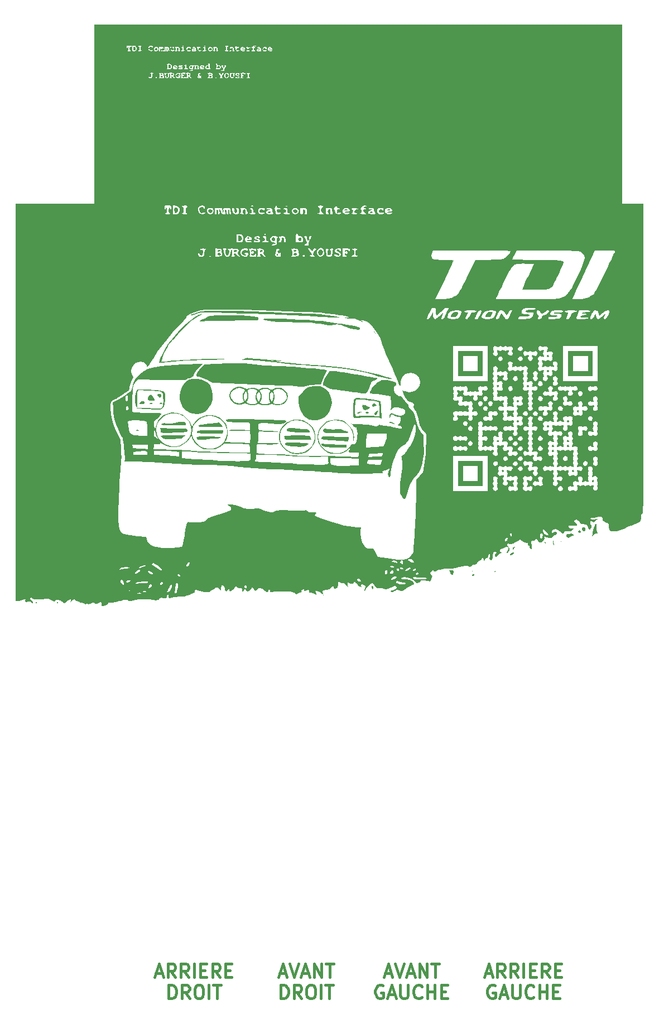
<source format=gbr>
%TF.GenerationSoftware,KiCad,Pcbnew,9.0.6-9.0.6~ubuntu24.04.1*%
%TF.CreationDate,2025-11-24T18:38:17+01:00*%
%TF.ProjectId,COM_BOARD,434f4d5f-424f-4415-9244-2e6b69636164,rev?*%
%TF.SameCoordinates,Original*%
%TF.FileFunction,Legend,Top*%
%TF.FilePolarity,Positive*%
%FSLAX46Y46*%
G04 Gerber Fmt 4.6, Leading zero omitted, Abs format (unit mm)*
G04 Created by KiCad (PCBNEW 9.0.6-9.0.6~ubuntu24.04.1) date 2025-11-24 18:38:17*
%MOMM*%
%LPD*%
G01*
G04 APERTURE LIST*
%ADD10C,0.400000*%
%ADD11C,0.150000*%
%ADD12C,0.300000*%
%ADD13C,0.000000*%
G04 APERTURE END LIST*
D10*
X162473095Y-144338119D02*
X163425476Y-144338119D01*
X162282619Y-144909548D02*
X162949285Y-142909548D01*
X162949285Y-142909548D02*
X163615952Y-144909548D01*
X165425476Y-144909548D02*
X164758809Y-143957167D01*
X164282619Y-144909548D02*
X164282619Y-142909548D01*
X164282619Y-142909548D02*
X165044524Y-142909548D01*
X165044524Y-142909548D02*
X165235000Y-143004786D01*
X165235000Y-143004786D02*
X165330238Y-143100024D01*
X165330238Y-143100024D02*
X165425476Y-143290500D01*
X165425476Y-143290500D02*
X165425476Y-143576214D01*
X165425476Y-143576214D02*
X165330238Y-143766690D01*
X165330238Y-143766690D02*
X165235000Y-143861929D01*
X165235000Y-143861929D02*
X165044524Y-143957167D01*
X165044524Y-143957167D02*
X164282619Y-143957167D01*
X167425476Y-144909548D02*
X166758809Y-143957167D01*
X166282619Y-144909548D02*
X166282619Y-142909548D01*
X166282619Y-142909548D02*
X167044524Y-142909548D01*
X167044524Y-142909548D02*
X167235000Y-143004786D01*
X167235000Y-143004786D02*
X167330238Y-143100024D01*
X167330238Y-143100024D02*
X167425476Y-143290500D01*
X167425476Y-143290500D02*
X167425476Y-143576214D01*
X167425476Y-143576214D02*
X167330238Y-143766690D01*
X167330238Y-143766690D02*
X167235000Y-143861929D01*
X167235000Y-143861929D02*
X167044524Y-143957167D01*
X167044524Y-143957167D02*
X166282619Y-143957167D01*
X168282619Y-144909548D02*
X168282619Y-142909548D01*
X169235000Y-143861929D02*
X169901667Y-143861929D01*
X170187381Y-144909548D02*
X169235000Y-144909548D01*
X169235000Y-144909548D02*
X169235000Y-142909548D01*
X169235000Y-142909548D02*
X170187381Y-142909548D01*
X172187381Y-144909548D02*
X171520714Y-143957167D01*
X171044524Y-144909548D02*
X171044524Y-142909548D01*
X171044524Y-142909548D02*
X171806429Y-142909548D01*
X171806429Y-142909548D02*
X171996905Y-143004786D01*
X171996905Y-143004786D02*
X172092143Y-143100024D01*
X172092143Y-143100024D02*
X172187381Y-143290500D01*
X172187381Y-143290500D02*
X172187381Y-143576214D01*
X172187381Y-143576214D02*
X172092143Y-143766690D01*
X172092143Y-143766690D02*
X171996905Y-143861929D01*
X171996905Y-143861929D02*
X171806429Y-143957167D01*
X171806429Y-143957167D02*
X171044524Y-143957167D01*
X173044524Y-143861929D02*
X173711191Y-143861929D01*
X173996905Y-144909548D02*
X173044524Y-144909548D01*
X173044524Y-144909548D02*
X173044524Y-142909548D01*
X173044524Y-142909548D02*
X173996905Y-142909548D01*
X164425476Y-148129436D02*
X164425476Y-146129436D01*
X164425476Y-146129436D02*
X164901666Y-146129436D01*
X164901666Y-146129436D02*
X165187381Y-146224674D01*
X165187381Y-146224674D02*
X165377857Y-146415150D01*
X165377857Y-146415150D02*
X165473095Y-146605626D01*
X165473095Y-146605626D02*
X165568333Y-146986578D01*
X165568333Y-146986578D02*
X165568333Y-147272293D01*
X165568333Y-147272293D02*
X165473095Y-147653245D01*
X165473095Y-147653245D02*
X165377857Y-147843721D01*
X165377857Y-147843721D02*
X165187381Y-148034198D01*
X165187381Y-148034198D02*
X164901666Y-148129436D01*
X164901666Y-148129436D02*
X164425476Y-148129436D01*
X167568333Y-148129436D02*
X166901666Y-147177055D01*
X166425476Y-148129436D02*
X166425476Y-146129436D01*
X166425476Y-146129436D02*
X167187381Y-146129436D01*
X167187381Y-146129436D02*
X167377857Y-146224674D01*
X167377857Y-146224674D02*
X167473095Y-146319912D01*
X167473095Y-146319912D02*
X167568333Y-146510388D01*
X167568333Y-146510388D02*
X167568333Y-146796102D01*
X167568333Y-146796102D02*
X167473095Y-146986578D01*
X167473095Y-146986578D02*
X167377857Y-147081817D01*
X167377857Y-147081817D02*
X167187381Y-147177055D01*
X167187381Y-147177055D02*
X166425476Y-147177055D01*
X168806428Y-146129436D02*
X169187381Y-146129436D01*
X169187381Y-146129436D02*
X169377857Y-146224674D01*
X169377857Y-146224674D02*
X169568333Y-146415150D01*
X169568333Y-146415150D02*
X169663571Y-146796102D01*
X169663571Y-146796102D02*
X169663571Y-147462769D01*
X169663571Y-147462769D02*
X169568333Y-147843721D01*
X169568333Y-147843721D02*
X169377857Y-148034198D01*
X169377857Y-148034198D02*
X169187381Y-148129436D01*
X169187381Y-148129436D02*
X168806428Y-148129436D01*
X168806428Y-148129436D02*
X168615952Y-148034198D01*
X168615952Y-148034198D02*
X168425476Y-147843721D01*
X168425476Y-147843721D02*
X168330238Y-147462769D01*
X168330238Y-147462769D02*
X168330238Y-146796102D01*
X168330238Y-146796102D02*
X168425476Y-146415150D01*
X168425476Y-146415150D02*
X168615952Y-146224674D01*
X168615952Y-146224674D02*
X168806428Y-146129436D01*
X170520714Y-148129436D02*
X170520714Y-146129436D01*
X171187381Y-146129436D02*
X172330238Y-146129436D01*
X171758809Y-148129436D02*
X171758809Y-146129436D01*
X197234999Y-144338119D02*
X198187380Y-144338119D01*
X197044523Y-144909548D02*
X197711189Y-142909548D01*
X197711189Y-142909548D02*
X198377856Y-144909548D01*
X198758809Y-142909548D02*
X199425475Y-144909548D01*
X199425475Y-144909548D02*
X200092142Y-142909548D01*
X200663571Y-144338119D02*
X201615952Y-144338119D01*
X200473095Y-144909548D02*
X201139761Y-142909548D01*
X201139761Y-142909548D02*
X201806428Y-144909548D01*
X202473095Y-144909548D02*
X202473095Y-142909548D01*
X202473095Y-142909548D02*
X203615952Y-144909548D01*
X203615952Y-144909548D02*
X203615952Y-142909548D01*
X204282619Y-142909548D02*
X205425476Y-142909548D01*
X204854047Y-144909548D02*
X204854047Y-142909548D01*
X196901666Y-146224674D02*
X196711190Y-146129436D01*
X196711190Y-146129436D02*
X196425476Y-146129436D01*
X196425476Y-146129436D02*
X196139761Y-146224674D01*
X196139761Y-146224674D02*
X195949285Y-146415150D01*
X195949285Y-146415150D02*
X195854047Y-146605626D01*
X195854047Y-146605626D02*
X195758809Y-146986578D01*
X195758809Y-146986578D02*
X195758809Y-147272293D01*
X195758809Y-147272293D02*
X195854047Y-147653245D01*
X195854047Y-147653245D02*
X195949285Y-147843721D01*
X195949285Y-147843721D02*
X196139761Y-148034198D01*
X196139761Y-148034198D02*
X196425476Y-148129436D01*
X196425476Y-148129436D02*
X196615952Y-148129436D01*
X196615952Y-148129436D02*
X196901666Y-148034198D01*
X196901666Y-148034198D02*
X196996904Y-147938959D01*
X196996904Y-147938959D02*
X196996904Y-147272293D01*
X196996904Y-147272293D02*
X196615952Y-147272293D01*
X197758809Y-147558007D02*
X198711190Y-147558007D01*
X197568333Y-148129436D02*
X198234999Y-146129436D01*
X198234999Y-146129436D02*
X198901666Y-148129436D01*
X199568333Y-146129436D02*
X199568333Y-147748483D01*
X199568333Y-147748483D02*
X199663571Y-147938959D01*
X199663571Y-147938959D02*
X199758809Y-148034198D01*
X199758809Y-148034198D02*
X199949285Y-148129436D01*
X199949285Y-148129436D02*
X200330238Y-148129436D01*
X200330238Y-148129436D02*
X200520714Y-148034198D01*
X200520714Y-148034198D02*
X200615952Y-147938959D01*
X200615952Y-147938959D02*
X200711190Y-147748483D01*
X200711190Y-147748483D02*
X200711190Y-146129436D01*
X202806428Y-147938959D02*
X202711190Y-148034198D01*
X202711190Y-148034198D02*
X202425476Y-148129436D01*
X202425476Y-148129436D02*
X202235000Y-148129436D01*
X202235000Y-148129436D02*
X201949285Y-148034198D01*
X201949285Y-148034198D02*
X201758809Y-147843721D01*
X201758809Y-147843721D02*
X201663571Y-147653245D01*
X201663571Y-147653245D02*
X201568333Y-147272293D01*
X201568333Y-147272293D02*
X201568333Y-146986578D01*
X201568333Y-146986578D02*
X201663571Y-146605626D01*
X201663571Y-146605626D02*
X201758809Y-146415150D01*
X201758809Y-146415150D02*
X201949285Y-146224674D01*
X201949285Y-146224674D02*
X202235000Y-146129436D01*
X202235000Y-146129436D02*
X202425476Y-146129436D01*
X202425476Y-146129436D02*
X202711190Y-146224674D01*
X202711190Y-146224674D02*
X202806428Y-146319912D01*
X203663571Y-148129436D02*
X203663571Y-146129436D01*
X203663571Y-147081817D02*
X204806428Y-147081817D01*
X204806428Y-148129436D02*
X204806428Y-146129436D01*
X205758809Y-147081817D02*
X206425476Y-147081817D01*
X206711190Y-148129436D02*
X205758809Y-148129436D01*
X205758809Y-148129436D02*
X205758809Y-146129436D01*
X205758809Y-146129436D02*
X206711190Y-146129436D01*
X212473095Y-144338119D02*
X213425476Y-144338119D01*
X212282619Y-144909548D02*
X212949285Y-142909548D01*
X212949285Y-142909548D02*
X213615952Y-144909548D01*
X215425476Y-144909548D02*
X214758809Y-143957167D01*
X214282619Y-144909548D02*
X214282619Y-142909548D01*
X214282619Y-142909548D02*
X215044524Y-142909548D01*
X215044524Y-142909548D02*
X215235000Y-143004786D01*
X215235000Y-143004786D02*
X215330238Y-143100024D01*
X215330238Y-143100024D02*
X215425476Y-143290500D01*
X215425476Y-143290500D02*
X215425476Y-143576214D01*
X215425476Y-143576214D02*
X215330238Y-143766690D01*
X215330238Y-143766690D02*
X215235000Y-143861929D01*
X215235000Y-143861929D02*
X215044524Y-143957167D01*
X215044524Y-143957167D02*
X214282619Y-143957167D01*
X217425476Y-144909548D02*
X216758809Y-143957167D01*
X216282619Y-144909548D02*
X216282619Y-142909548D01*
X216282619Y-142909548D02*
X217044524Y-142909548D01*
X217044524Y-142909548D02*
X217235000Y-143004786D01*
X217235000Y-143004786D02*
X217330238Y-143100024D01*
X217330238Y-143100024D02*
X217425476Y-143290500D01*
X217425476Y-143290500D02*
X217425476Y-143576214D01*
X217425476Y-143576214D02*
X217330238Y-143766690D01*
X217330238Y-143766690D02*
X217235000Y-143861929D01*
X217235000Y-143861929D02*
X217044524Y-143957167D01*
X217044524Y-143957167D02*
X216282619Y-143957167D01*
X218282619Y-144909548D02*
X218282619Y-142909548D01*
X219235000Y-143861929D02*
X219901667Y-143861929D01*
X220187381Y-144909548D02*
X219235000Y-144909548D01*
X219235000Y-144909548D02*
X219235000Y-142909548D01*
X219235000Y-142909548D02*
X220187381Y-142909548D01*
X222187381Y-144909548D02*
X221520714Y-143957167D01*
X221044524Y-144909548D02*
X221044524Y-142909548D01*
X221044524Y-142909548D02*
X221806429Y-142909548D01*
X221806429Y-142909548D02*
X221996905Y-143004786D01*
X221996905Y-143004786D02*
X222092143Y-143100024D01*
X222092143Y-143100024D02*
X222187381Y-143290500D01*
X222187381Y-143290500D02*
X222187381Y-143576214D01*
X222187381Y-143576214D02*
X222092143Y-143766690D01*
X222092143Y-143766690D02*
X221996905Y-143861929D01*
X221996905Y-143861929D02*
X221806429Y-143957167D01*
X221806429Y-143957167D02*
X221044524Y-143957167D01*
X223044524Y-143861929D02*
X223711191Y-143861929D01*
X223996905Y-144909548D02*
X223044524Y-144909548D01*
X223044524Y-144909548D02*
X223044524Y-142909548D01*
X223044524Y-142909548D02*
X223996905Y-142909548D01*
X213901666Y-146224674D02*
X213711190Y-146129436D01*
X213711190Y-146129436D02*
X213425476Y-146129436D01*
X213425476Y-146129436D02*
X213139761Y-146224674D01*
X213139761Y-146224674D02*
X212949285Y-146415150D01*
X212949285Y-146415150D02*
X212854047Y-146605626D01*
X212854047Y-146605626D02*
X212758809Y-146986578D01*
X212758809Y-146986578D02*
X212758809Y-147272293D01*
X212758809Y-147272293D02*
X212854047Y-147653245D01*
X212854047Y-147653245D02*
X212949285Y-147843721D01*
X212949285Y-147843721D02*
X213139761Y-148034198D01*
X213139761Y-148034198D02*
X213425476Y-148129436D01*
X213425476Y-148129436D02*
X213615952Y-148129436D01*
X213615952Y-148129436D02*
X213901666Y-148034198D01*
X213901666Y-148034198D02*
X213996904Y-147938959D01*
X213996904Y-147938959D02*
X213996904Y-147272293D01*
X213996904Y-147272293D02*
X213615952Y-147272293D01*
X214758809Y-147558007D02*
X215711190Y-147558007D01*
X214568333Y-148129436D02*
X215234999Y-146129436D01*
X215234999Y-146129436D02*
X215901666Y-148129436D01*
X216568333Y-146129436D02*
X216568333Y-147748483D01*
X216568333Y-147748483D02*
X216663571Y-147938959D01*
X216663571Y-147938959D02*
X216758809Y-148034198D01*
X216758809Y-148034198D02*
X216949285Y-148129436D01*
X216949285Y-148129436D02*
X217330238Y-148129436D01*
X217330238Y-148129436D02*
X217520714Y-148034198D01*
X217520714Y-148034198D02*
X217615952Y-147938959D01*
X217615952Y-147938959D02*
X217711190Y-147748483D01*
X217711190Y-147748483D02*
X217711190Y-146129436D01*
X219806428Y-147938959D02*
X219711190Y-148034198D01*
X219711190Y-148034198D02*
X219425476Y-148129436D01*
X219425476Y-148129436D02*
X219235000Y-148129436D01*
X219235000Y-148129436D02*
X218949285Y-148034198D01*
X218949285Y-148034198D02*
X218758809Y-147843721D01*
X218758809Y-147843721D02*
X218663571Y-147653245D01*
X218663571Y-147653245D02*
X218568333Y-147272293D01*
X218568333Y-147272293D02*
X218568333Y-146986578D01*
X218568333Y-146986578D02*
X218663571Y-146605626D01*
X218663571Y-146605626D02*
X218758809Y-146415150D01*
X218758809Y-146415150D02*
X218949285Y-146224674D01*
X218949285Y-146224674D02*
X219235000Y-146129436D01*
X219235000Y-146129436D02*
X219425476Y-146129436D01*
X219425476Y-146129436D02*
X219711190Y-146224674D01*
X219711190Y-146224674D02*
X219806428Y-146319912D01*
X220663571Y-148129436D02*
X220663571Y-146129436D01*
X220663571Y-147081817D02*
X221806428Y-147081817D01*
X221806428Y-148129436D02*
X221806428Y-146129436D01*
X222758809Y-147081817D02*
X223425476Y-147081817D01*
X223711190Y-148129436D02*
X222758809Y-148129436D01*
X222758809Y-148129436D02*
X222758809Y-146129436D01*
X222758809Y-146129436D02*
X223711190Y-146129436D01*
X181234999Y-144338119D02*
X182187380Y-144338119D01*
X181044523Y-144909548D02*
X181711189Y-142909548D01*
X181711189Y-142909548D02*
X182377856Y-144909548D01*
X182758809Y-142909548D02*
X183425475Y-144909548D01*
X183425475Y-144909548D02*
X184092142Y-142909548D01*
X184663571Y-144338119D02*
X185615952Y-144338119D01*
X184473095Y-144909548D02*
X185139761Y-142909548D01*
X185139761Y-142909548D02*
X185806428Y-144909548D01*
X186473095Y-144909548D02*
X186473095Y-142909548D01*
X186473095Y-142909548D02*
X187615952Y-144909548D01*
X187615952Y-144909548D02*
X187615952Y-142909548D01*
X188282619Y-142909548D02*
X189425476Y-142909548D01*
X188854047Y-144909548D02*
X188854047Y-142909548D01*
X181425476Y-148129436D02*
X181425476Y-146129436D01*
X181425476Y-146129436D02*
X181901666Y-146129436D01*
X181901666Y-146129436D02*
X182187381Y-146224674D01*
X182187381Y-146224674D02*
X182377857Y-146415150D01*
X182377857Y-146415150D02*
X182473095Y-146605626D01*
X182473095Y-146605626D02*
X182568333Y-146986578D01*
X182568333Y-146986578D02*
X182568333Y-147272293D01*
X182568333Y-147272293D02*
X182473095Y-147653245D01*
X182473095Y-147653245D02*
X182377857Y-147843721D01*
X182377857Y-147843721D02*
X182187381Y-148034198D01*
X182187381Y-148034198D02*
X181901666Y-148129436D01*
X181901666Y-148129436D02*
X181425476Y-148129436D01*
X184568333Y-148129436D02*
X183901666Y-147177055D01*
X183425476Y-148129436D02*
X183425476Y-146129436D01*
X183425476Y-146129436D02*
X184187381Y-146129436D01*
X184187381Y-146129436D02*
X184377857Y-146224674D01*
X184377857Y-146224674D02*
X184473095Y-146319912D01*
X184473095Y-146319912D02*
X184568333Y-146510388D01*
X184568333Y-146510388D02*
X184568333Y-146796102D01*
X184568333Y-146796102D02*
X184473095Y-146986578D01*
X184473095Y-146986578D02*
X184377857Y-147081817D01*
X184377857Y-147081817D02*
X184187381Y-147177055D01*
X184187381Y-147177055D02*
X183425476Y-147177055D01*
X185806428Y-146129436D02*
X186187381Y-146129436D01*
X186187381Y-146129436D02*
X186377857Y-146224674D01*
X186377857Y-146224674D02*
X186568333Y-146415150D01*
X186568333Y-146415150D02*
X186663571Y-146796102D01*
X186663571Y-146796102D02*
X186663571Y-147462769D01*
X186663571Y-147462769D02*
X186568333Y-147843721D01*
X186568333Y-147843721D02*
X186377857Y-148034198D01*
X186377857Y-148034198D02*
X186187381Y-148129436D01*
X186187381Y-148129436D02*
X185806428Y-148129436D01*
X185806428Y-148129436D02*
X185615952Y-148034198D01*
X185615952Y-148034198D02*
X185425476Y-147843721D01*
X185425476Y-147843721D02*
X185330238Y-147462769D01*
X185330238Y-147462769D02*
X185330238Y-146796102D01*
X185330238Y-146796102D02*
X185425476Y-146415150D01*
X185425476Y-146415150D02*
X185615952Y-146224674D01*
X185615952Y-146224674D02*
X185806428Y-146129436D01*
X187520714Y-148129436D02*
X187520714Y-146129436D01*
X188187381Y-146129436D02*
X189330238Y-146129436D01*
X188758809Y-148129436D02*
X188758809Y-146129436D01*
D11*
X227791905Y-25044819D02*
X227791905Y-24044819D01*
X227791905Y-24521009D02*
X228363333Y-24521009D01*
X228363333Y-25044819D02*
X228363333Y-24044819D01*
X229363333Y-25044819D02*
X228791905Y-25044819D01*
X229077619Y-25044819D02*
X229077619Y-24044819D01*
X229077619Y-24044819D02*
X228982381Y-24187676D01*
X228982381Y-24187676D02*
X228887143Y-24282914D01*
X228887143Y-24282914D02*
X228791905Y-24330533D01*
X230315714Y-25044819D02*
X229744286Y-25044819D01*
X230030000Y-25044819D02*
X230030000Y-24044819D01*
X230030000Y-24044819D02*
X229934762Y-24187676D01*
X229934762Y-24187676D02*
X229839524Y-24282914D01*
X229839524Y-24282914D02*
X229744286Y-24330533D01*
X156268095Y-25044819D02*
X156268095Y-24044819D01*
X156268095Y-24521009D02*
X156839523Y-24521009D01*
X156839523Y-25044819D02*
X156839523Y-24044819D01*
X157363333Y-25044819D02*
X157553809Y-25044819D01*
X157553809Y-25044819D02*
X157649047Y-24997200D01*
X157649047Y-24997200D02*
X157696666Y-24949580D01*
X157696666Y-24949580D02*
X157791904Y-24806723D01*
X157791904Y-24806723D02*
X157839523Y-24616247D01*
X157839523Y-24616247D02*
X157839523Y-24235295D01*
X157839523Y-24235295D02*
X157791904Y-24140057D01*
X157791904Y-24140057D02*
X157744285Y-24092438D01*
X157744285Y-24092438D02*
X157649047Y-24044819D01*
X157649047Y-24044819D02*
X157458571Y-24044819D01*
X157458571Y-24044819D02*
X157363333Y-24092438D01*
X157363333Y-24092438D02*
X157315714Y-24140057D01*
X157315714Y-24140057D02*
X157268095Y-24235295D01*
X157268095Y-24235295D02*
X157268095Y-24473390D01*
X157268095Y-24473390D02*
X157315714Y-24568628D01*
X157315714Y-24568628D02*
X157363333Y-24616247D01*
X157363333Y-24616247D02*
X157458571Y-24663866D01*
X157458571Y-24663866D02*
X157649047Y-24663866D01*
X157649047Y-24663866D02*
X157744285Y-24616247D01*
X157744285Y-24616247D02*
X157791904Y-24568628D01*
X157791904Y-24568628D02*
X157839523Y-24473390D01*
D12*
X191828572Y-13289757D02*
X191685715Y-13218328D01*
X191685715Y-13218328D02*
X191471429Y-13218328D01*
X191471429Y-13218328D02*
X191257143Y-13289757D01*
X191257143Y-13289757D02*
X191114286Y-13432614D01*
X191114286Y-13432614D02*
X191042857Y-13575471D01*
X191042857Y-13575471D02*
X190971429Y-13861185D01*
X190971429Y-13861185D02*
X190971429Y-14075471D01*
X190971429Y-14075471D02*
X191042857Y-14361185D01*
X191042857Y-14361185D02*
X191114286Y-14504042D01*
X191114286Y-14504042D02*
X191257143Y-14646900D01*
X191257143Y-14646900D02*
X191471429Y-14718328D01*
X191471429Y-14718328D02*
X191614286Y-14718328D01*
X191614286Y-14718328D02*
X191828572Y-14646900D01*
X191828572Y-14646900D02*
X191900000Y-14575471D01*
X191900000Y-14575471D02*
X191900000Y-14075471D01*
X191900000Y-14075471D02*
X191614286Y-14075471D01*
X192757143Y-13218328D02*
X192757143Y-13575471D01*
X192400000Y-13432614D02*
X192757143Y-13575471D01*
X192757143Y-13575471D02*
X193114286Y-13432614D01*
X192542857Y-13861185D02*
X192757143Y-13575471D01*
X192757143Y-13575471D02*
X192971429Y-13861185D01*
X193900000Y-13218328D02*
X193900000Y-13575471D01*
X193542857Y-13432614D02*
X193900000Y-13575471D01*
X193900000Y-13575471D02*
X194257143Y-13432614D01*
X193685714Y-13861185D02*
X193900000Y-13575471D01*
X193900000Y-13575471D02*
X194114286Y-13861185D01*
X195042857Y-13218328D02*
X195042857Y-13575471D01*
X194685714Y-13432614D02*
X195042857Y-13575471D01*
X195042857Y-13575471D02*
X195400000Y-13432614D01*
X194828571Y-13861185D02*
X195042857Y-13575471D01*
X195042857Y-13575471D02*
X195257143Y-13861185D01*
D13*
%TO.C,G\u002A\u002A\u002A*%
G36*
X192194552Y-60965772D02*
G01*
X192147164Y-61013160D01*
X192099776Y-60965772D01*
X192147164Y-60918384D01*
X192194552Y-60965772D01*
G37*
G36*
X192384104Y-63714279D02*
G01*
X192336716Y-63761667D01*
X192289328Y-63714279D01*
X192336716Y-63666891D01*
X192384104Y-63714279D01*
G37*
G36*
X192857985Y-62671742D02*
G01*
X192810597Y-62719130D01*
X192763208Y-62671742D01*
X192810597Y-62624354D01*
X192857985Y-62671742D01*
G37*
G36*
X195511716Y-46749354D02*
G01*
X195464328Y-46796742D01*
X195416940Y-46749354D01*
X195464328Y-46701966D01*
X195511716Y-46749354D01*
G37*
G36*
X210549527Y-83222364D02*
G01*
X210560870Y-83334841D01*
X210549527Y-83348732D01*
X210493183Y-83335722D01*
X210486343Y-83285548D01*
X210521020Y-83207536D01*
X210549527Y-83222364D01*
G37*
G36*
X224007736Y-78767886D02*
G01*
X224019079Y-78880363D01*
X224007736Y-78894254D01*
X223951392Y-78881244D01*
X223944552Y-78831070D01*
X223979229Y-78753059D01*
X224007736Y-78767886D01*
G37*
G36*
X214042955Y-83303852D02*
G01*
X214014513Y-83374353D01*
X213926065Y-83421618D01*
X213815339Y-83450474D01*
X213860764Y-83381046D01*
X213873009Y-83368563D01*
X213997272Y-83293701D01*
X214042955Y-83303852D01*
G37*
G36*
X144416695Y-88006342D02*
G01*
X144427388Y-88071742D01*
X144376211Y-88197867D01*
X144332611Y-88213906D01*
X144248528Y-88137141D01*
X144237835Y-88071742D01*
X144289012Y-87945617D01*
X144332611Y-87929578D01*
X144416695Y-88006342D01*
G37*
G36*
X147640273Y-88006491D02*
G01*
X147649776Y-88071742D01*
X147575433Y-88197428D01*
X147510586Y-88213906D01*
X147414971Y-88151110D01*
X147425950Y-88071742D01*
X147518979Y-87946326D01*
X147565139Y-87929578D01*
X147640273Y-88006491D01*
G37*
G36*
X159840351Y-61905835D02*
G01*
X159875895Y-61960921D01*
X159796515Y-62037925D01*
X159686343Y-62055697D01*
X159532335Y-62016007D01*
X159496791Y-61960921D01*
X159576170Y-61883917D01*
X159686343Y-61866145D01*
X159840351Y-61905835D01*
G37*
G36*
X161927956Y-57831539D02*
G01*
X161960970Y-57885548D01*
X161879695Y-57956189D01*
X161718436Y-57980324D01*
X161557185Y-57950238D01*
X161534477Y-57885548D01*
X161668156Y-57805930D01*
X161777011Y-57790772D01*
X161927956Y-57831539D01*
G37*
G36*
X163406463Y-57799296D02*
G01*
X163453694Y-57861854D01*
X163407040Y-57954018D01*
X163240447Y-57980324D01*
X163055921Y-57944054D01*
X163027201Y-57861854D01*
X163142700Y-57761368D01*
X163240447Y-57743384D01*
X163406463Y-57799296D01*
G37*
G36*
X172236397Y-34614713D02*
G01*
X172261070Y-34711097D01*
X172144403Y-34805942D01*
X172023509Y-34837848D01*
X171852513Y-34811138D01*
X171817686Y-34719378D01*
X171899439Y-34598634D01*
X172062524Y-34570622D01*
X172236397Y-34614713D01*
G37*
G36*
X176668080Y-32735187D02*
G01*
X176698656Y-32769876D01*
X176664663Y-32839747D01*
X176509104Y-32864652D01*
X176344398Y-32835174D01*
X176319552Y-32769876D01*
X176457078Y-32681712D01*
X176509104Y-32675100D01*
X176668080Y-32735187D01*
G37*
G36*
X180950362Y-35205040D02*
G01*
X181009038Y-35335547D01*
X180948350Y-35420314D01*
X180921787Y-35423607D01*
X180792514Y-35355087D01*
X180778077Y-35335380D01*
X180782606Y-35222879D01*
X180882802Y-35173909D01*
X180950362Y-35205040D01*
G37*
G36*
X183799083Y-34614713D02*
G01*
X183823756Y-34711097D01*
X183707089Y-34805942D01*
X183586195Y-34837848D01*
X183415200Y-34811138D01*
X183380373Y-34719378D01*
X183462125Y-34598634D01*
X183625211Y-34570622D01*
X183799083Y-34614713D01*
G37*
G36*
X195327744Y-28745340D02*
G01*
X195379531Y-28829062D01*
X195308588Y-28894451D01*
X195113340Y-28970812D01*
X194973233Y-28947087D01*
X194943059Y-28881081D01*
X195020391Y-28763407D01*
X195188400Y-28712596D01*
X195327744Y-28745340D01*
G37*
G36*
X210754275Y-83830086D02*
G01*
X210770671Y-83891453D01*
X210694222Y-84037764D01*
X210628507Y-84078030D01*
X210511625Y-84062620D01*
X210486343Y-83946006D01*
X210546307Y-83793985D01*
X210628507Y-83759428D01*
X210754275Y-83830086D01*
G37*
G36*
X221572682Y-78906773D02*
G01*
X221609422Y-78973234D01*
X221640208Y-79096609D01*
X221631167Y-79115398D01*
X221551985Y-79052720D01*
X221480373Y-78973234D01*
X221422703Y-78857780D01*
X221458628Y-78831070D01*
X221572682Y-78906773D01*
G37*
G36*
X178640211Y-34616979D02*
G01*
X178683095Y-34725299D01*
X178557049Y-34849458D01*
X178555676Y-34850195D01*
X178361120Y-34937315D01*
X178278569Y-34904959D01*
X178262462Y-34760175D01*
X178330130Y-34601065D01*
X178446421Y-34570622D01*
X178640211Y-34616979D01*
G37*
G36*
X179882927Y-28747620D02*
G01*
X179927848Y-28832770D01*
X179860081Y-28894451D01*
X179635809Y-28973443D01*
X179470143Y-28915695D01*
X179451381Y-28890879D01*
X179477054Y-28802625D01*
X179614567Y-28736730D01*
X179786239Y-28718981D01*
X179882927Y-28747620D01*
G37*
G36*
X184520800Y-32773964D02*
G01*
X184565074Y-32959428D01*
X184512984Y-33154669D01*
X184351404Y-33226710D01*
X184151483Y-33192285D01*
X184080630Y-33108240D01*
X184059535Y-32873600D01*
X184173077Y-32720571D01*
X184351404Y-32692147D01*
X184520800Y-32773964D01*
G37*
G36*
X194720092Y-59178346D02*
G01*
X194753507Y-59259801D01*
X194684595Y-59379189D01*
X194488245Y-59370706D01*
X194397506Y-59339000D01*
X194318493Y-59254120D01*
X194382850Y-59164046D01*
X194552360Y-59117952D01*
X194569548Y-59117637D01*
X194720092Y-59178346D01*
G37*
G36*
X195404027Y-85544746D02*
G01*
X195481145Y-85721335D01*
X195481071Y-85902985D01*
X195464852Y-85938431D01*
X195353265Y-86031968D01*
X195259716Y-85947955D01*
X195207171Y-85749727D01*
X195209150Y-85527371D01*
X195284803Y-85465398D01*
X195404027Y-85544746D01*
G37*
G36*
X195618428Y-46961712D02*
G01*
X195739941Y-47128458D01*
X195839886Y-47304456D01*
X195846712Y-47366635D01*
X195762928Y-47290877D01*
X195727630Y-47246928D01*
X195593078Y-47051516D01*
X195531501Y-46919033D01*
X195542610Y-46891518D01*
X195618428Y-46961712D01*
G37*
G36*
X214451639Y-55088529D02*
G01*
X214477637Y-55109827D01*
X214530700Y-55259279D01*
X214461573Y-55391388D01*
X214372164Y-55421369D01*
X214250610Y-55352330D01*
X214224896Y-55318334D01*
X214213824Y-55173794D01*
X214314099Y-55076820D01*
X214451639Y-55088529D01*
G37*
G36*
X214451639Y-63428828D02*
G01*
X214477637Y-63450125D01*
X214530700Y-63599577D01*
X214461573Y-63731686D01*
X214372164Y-63761667D01*
X214250610Y-63692629D01*
X214224896Y-63658633D01*
X214213824Y-63514092D01*
X214314099Y-63417118D01*
X214451639Y-63428828D01*
G37*
G36*
X215209848Y-67978082D02*
G01*
X215235846Y-67999379D01*
X215288909Y-68148831D01*
X215219782Y-68280940D01*
X215130373Y-68310921D01*
X215008819Y-68241883D01*
X214983105Y-68207887D01*
X214972033Y-68063346D01*
X215072308Y-67966372D01*
X215209848Y-67978082D01*
G37*
G36*
X217484475Y-57363156D02*
G01*
X217510473Y-57384454D01*
X217563536Y-57533906D01*
X217494409Y-57666014D01*
X217405000Y-57695995D01*
X217283445Y-57626957D01*
X217257732Y-57592961D01*
X217246660Y-57448421D01*
X217346935Y-57351447D01*
X217484475Y-57363156D01*
G37*
G36*
X217484475Y-60395992D02*
G01*
X217510473Y-60417290D01*
X217563536Y-60566742D01*
X217494409Y-60698850D01*
X217405000Y-60728831D01*
X217283445Y-60659793D01*
X217257732Y-60625797D01*
X217246660Y-60481257D01*
X217346935Y-60384283D01*
X217484475Y-60395992D01*
G37*
G36*
X219000893Y-55088529D02*
G01*
X219026891Y-55109827D01*
X219079954Y-55259279D01*
X219010827Y-55391388D01*
X218921417Y-55421369D01*
X218799863Y-55352330D01*
X218774149Y-55318334D01*
X218763078Y-55173794D01*
X218863353Y-55076820D01*
X219000893Y-55088529D01*
G37*
G36*
X222033728Y-50539276D02*
G01*
X222059727Y-50560573D01*
X222112790Y-50710025D01*
X222043663Y-50842134D01*
X221954253Y-50872115D01*
X221832699Y-50803077D01*
X221806985Y-50769081D01*
X221795914Y-50624540D01*
X221896189Y-50527566D01*
X222033728Y-50539276D01*
G37*
G36*
X222033728Y-52813903D02*
G01*
X222059727Y-52835200D01*
X222112790Y-52984652D01*
X222043663Y-53116761D01*
X221954253Y-53146742D01*
X221832699Y-53077704D01*
X221806985Y-53043708D01*
X221795914Y-52899167D01*
X221896189Y-52802193D01*
X222033728Y-52813903D01*
G37*
G36*
X222033728Y-61154201D02*
G01*
X222059727Y-61175499D01*
X222112790Y-61324951D01*
X222043663Y-61457059D01*
X221954253Y-61487040D01*
X221832699Y-61418002D01*
X221806985Y-61384006D01*
X221795914Y-61239466D01*
X221896189Y-61142492D01*
X222033728Y-61154201D01*
G37*
G36*
X222791937Y-64187037D02*
G01*
X222817935Y-64208334D01*
X222870999Y-64357786D01*
X222801872Y-64489895D01*
X222712462Y-64519876D01*
X222590908Y-64450838D01*
X222565194Y-64416842D01*
X222554123Y-64272301D01*
X222654398Y-64175327D01*
X222791937Y-64187037D01*
G37*
G36*
X222791937Y-64945246D02*
G01*
X222817935Y-64966543D01*
X222870999Y-65115995D01*
X222801872Y-65248104D01*
X222712462Y-65278085D01*
X222590908Y-65209047D01*
X222565194Y-65175051D01*
X222554123Y-65030510D01*
X222654398Y-64933536D01*
X222791937Y-64945246D01*
G37*
G36*
X225066564Y-60395992D02*
G01*
X225092562Y-60417290D01*
X225145626Y-60566742D01*
X225076499Y-60698850D01*
X224987089Y-60728831D01*
X224865535Y-60659793D01*
X224839821Y-60625797D01*
X224828750Y-60481257D01*
X224929025Y-60384283D01*
X225066564Y-60395992D01*
G37*
G36*
X225066564Y-63428828D02*
G01*
X225092562Y-63450125D01*
X225145626Y-63599577D01*
X225076499Y-63731686D01*
X224987089Y-63761667D01*
X224865535Y-63692629D01*
X224839821Y-63658633D01*
X224828750Y-63514092D01*
X224929025Y-63417118D01*
X225066564Y-63428828D01*
G37*
G36*
X225066564Y-64187037D02*
G01*
X225092562Y-64208334D01*
X225145626Y-64357786D01*
X225076499Y-64489895D01*
X224987089Y-64519876D01*
X224865535Y-64450838D01*
X224839821Y-64416842D01*
X224828750Y-64272301D01*
X224929025Y-64175327D01*
X225066564Y-64187037D01*
G37*
G36*
X225824773Y-67978082D02*
G01*
X225850771Y-67999379D01*
X225903835Y-68148831D01*
X225834708Y-68280940D01*
X225745298Y-68310921D01*
X225623744Y-68241883D01*
X225598030Y-68207887D01*
X225586958Y-68063346D01*
X225687234Y-67966372D01*
X225824773Y-67978082D01*
G37*
G36*
X226582982Y-58879574D02*
G01*
X226608980Y-58900872D01*
X226662044Y-59050324D01*
X226592917Y-59182432D01*
X226503507Y-59212413D01*
X226381953Y-59143375D01*
X226356239Y-59109379D01*
X226345167Y-58964839D01*
X226445443Y-58867865D01*
X226582982Y-58879574D01*
G37*
G36*
X228857609Y-69494500D02*
G01*
X228883607Y-69515797D01*
X228936670Y-69665249D01*
X228867544Y-69797358D01*
X228778134Y-69827339D01*
X228656580Y-69758301D01*
X228630866Y-69724305D01*
X228619794Y-69579764D01*
X228720069Y-69482790D01*
X228857609Y-69494500D01*
G37*
G36*
X172078320Y-35061902D02*
G01*
X172278595Y-35131215D01*
X172338955Y-35234055D01*
X172254127Y-35353056D01*
X172078320Y-35406209D01*
X171887076Y-35400711D01*
X171821140Y-35297907D01*
X171817686Y-35234055D01*
X171853147Y-35089810D01*
X171995480Y-35055049D01*
X172078320Y-35061902D01*
G37*
G36*
X174731947Y-34610409D02*
G01*
X174803405Y-34707236D01*
X174708652Y-34827307D01*
X174669855Y-34850195D01*
X174493525Y-34934892D01*
X174400942Y-34932878D01*
X174345049Y-34886543D01*
X174277880Y-34728125D01*
X174366587Y-34604451D01*
X174513212Y-34570622D01*
X174731947Y-34610409D01*
G37*
G36*
X180470419Y-32751898D02*
G01*
X180592685Y-32926719D01*
X180598055Y-33100386D01*
X180469835Y-33218065D01*
X180279159Y-33233483D01*
X180122755Y-33146407D01*
X180097482Y-33101592D01*
X180080148Y-32886764D01*
X180169498Y-32720961D01*
X180285569Y-32675100D01*
X180470419Y-32751898D01*
G37*
G36*
X183641007Y-35061902D02*
G01*
X183841281Y-35131215D01*
X183901641Y-35234055D01*
X183816814Y-35353056D01*
X183641007Y-35406209D01*
X183449762Y-35400711D01*
X183383827Y-35297907D01*
X183380373Y-35234055D01*
X183415834Y-35089810D01*
X183558167Y-35055049D01*
X183641007Y-35061902D01*
G37*
G36*
X191520665Y-28454997D02*
G01*
X191578507Y-28504951D01*
X191541094Y-28571740D01*
X191355578Y-28599639D01*
X191341567Y-28599727D01*
X191148913Y-28574490D01*
X191102112Y-28509462D01*
X191104626Y-28504951D01*
X191238698Y-28424505D01*
X191341567Y-28410175D01*
X191520665Y-28454997D01*
G37*
G36*
X197965441Y-28454997D02*
G01*
X198023283Y-28504951D01*
X197985870Y-28571740D01*
X197800354Y-28599639D01*
X197786343Y-28599727D01*
X197593690Y-28574490D01*
X197546888Y-28509462D01*
X197549402Y-28504951D01*
X197683475Y-28424505D01*
X197786343Y-28410175D01*
X197965441Y-28454997D01*
G37*
G36*
X226879705Y-77215247D02*
G01*
X226883581Y-77221445D01*
X226930514Y-77377472D01*
X226918152Y-77428597D01*
X226784338Y-77499449D01*
X226616527Y-77472406D01*
X226557532Y-77420167D01*
X226577400Y-77300424D01*
X226653938Y-77213015D01*
X226787495Y-77138515D01*
X226879705Y-77215247D01*
G37*
G36*
X227516254Y-76694196D02*
G01*
X227617450Y-76859771D01*
X227603643Y-77070773D01*
X227522885Y-77269868D01*
X227398939Y-77295342D01*
X227235606Y-77196182D01*
X227121020Y-77022412D01*
X227128641Y-76825107D01*
X227247995Y-76684948D01*
X227304431Y-76666025D01*
X227516254Y-76694196D01*
G37*
G36*
X163184777Y-56481008D02*
G01*
X163301904Y-56522598D01*
X163310309Y-56628282D01*
X163251638Y-56788793D01*
X163137229Y-57066291D01*
X162878680Y-56788793D01*
X162721224Y-56610751D01*
X162687141Y-56525053D01*
X162767091Y-56488703D01*
X162811819Y-56481008D01*
X163068951Y-56469979D01*
X163184777Y-56481008D01*
G37*
G36*
X170750105Y-28427521D02*
G01*
X170954751Y-28512237D01*
X171053056Y-28667822D01*
X171018613Y-28832632D01*
X170950332Y-28894941D01*
X170714883Y-28971948D01*
X170517889Y-28867327D01*
X170491822Y-28837874D01*
X170409852Y-28638031D01*
X170487406Y-28484164D01*
X170694462Y-28423970D01*
X170750105Y-28427521D01*
G37*
G36*
X183639658Y-28427521D02*
G01*
X183844303Y-28512237D01*
X183942608Y-28667822D01*
X183908166Y-28832632D01*
X183839885Y-28894941D01*
X183604435Y-28971948D01*
X183407441Y-28867327D01*
X183381374Y-28837874D01*
X183299404Y-28638031D01*
X183376958Y-28484164D01*
X183584014Y-28423970D01*
X183639658Y-28427521D01*
G37*
G36*
X193682287Y-59146782D02*
G01*
X193595943Y-59211526D01*
X193521417Y-59255801D01*
X193279479Y-59363599D01*
X193081119Y-59394348D01*
X192975933Y-59345530D01*
X192975883Y-59283495D01*
X193086673Y-59202315D01*
X193313700Y-59147665D01*
X193386579Y-59140689D01*
X193619094Y-59128800D01*
X193682287Y-59146782D01*
G37*
G36*
X196200084Y-59017801D02*
G01*
X196159067Y-59183292D01*
X196063139Y-59362502D01*
X195896434Y-59604835D01*
X195775360Y-59675408D01*
X195683247Y-59581486D01*
X195664020Y-59536378D01*
X195614013Y-59332819D01*
X195684223Y-59197185D01*
X195878804Y-59076463D01*
X196107730Y-58983847D01*
X196200084Y-59017801D01*
G37*
G36*
X216812977Y-80482083D02*
G01*
X216797297Y-80582229D01*
X216694704Y-80726011D01*
X216519770Y-80856700D01*
X216333288Y-80914634D01*
X216200173Y-80887646D01*
X216172910Y-80823802D01*
X216247344Y-80724279D01*
X216421887Y-80606205D01*
X216623403Y-80508624D01*
X216778755Y-80470584D01*
X216812977Y-80482083D01*
G37*
G36*
X216973026Y-79657095D02*
G01*
X216922800Y-79700012D01*
X216769230Y-79873921D01*
X216717036Y-79968384D01*
X216672987Y-80022177D01*
X216654273Y-79897301D01*
X216663385Y-79730746D01*
X216686427Y-79684055D01*
X216798712Y-79658945D01*
X216899673Y-79628930D01*
X217016426Y-79600518D01*
X216973026Y-79657095D01*
G37*
G36*
X160567911Y-57524186D02*
G01*
X160742652Y-57619740D01*
X160776268Y-57743384D01*
X160741523Y-57868244D01*
X160605636Y-57933728D01*
X160373470Y-57962079D01*
X160109048Y-57964740D01*
X159989564Y-57914421D01*
X159970671Y-57846944D01*
X160053892Y-57683574D01*
X160257435Y-57561887D01*
X160512115Y-57519270D01*
X160567911Y-57524186D01*
G37*
G36*
X187677942Y-34580682D02*
G01*
X187809958Y-34769932D01*
X187834850Y-34934106D01*
X187774668Y-35202587D01*
X187625700Y-35375060D01*
X187435314Y-35429555D01*
X187250875Y-35344101D01*
X187174752Y-35240286D01*
X187083318Y-34960551D01*
X187158542Y-34732836D01*
X187258309Y-34625145D01*
X187477033Y-34523295D01*
X187677942Y-34580682D01*
G37*
G36*
X198151241Y-60661022D02*
G01*
X198432077Y-60765949D01*
X198544552Y-60823607D01*
X198718767Y-60944618D01*
X198721263Y-61005864D01*
X198559203Y-60985737D01*
X198497164Y-60966579D01*
X198339783Y-60923901D01*
X198141753Y-60877480D01*
X197953079Y-60806874D01*
X197881119Y-60727026D01*
X197954962Y-60646209D01*
X198151241Y-60661022D01*
G37*
G36*
X207580840Y-83201628D02*
G01*
X207668984Y-83270671D01*
X207668940Y-83452609D01*
X207661047Y-83522488D01*
X207609084Y-83753406D01*
X207503137Y-83845101D01*
X207418941Y-83854204D01*
X207252733Y-83794579D01*
X207134808Y-83590921D01*
X207111735Y-83522488D01*
X207007909Y-83190772D01*
X207353841Y-83190772D01*
X207580840Y-83201628D01*
G37*
G36*
X222782515Y-78730276D02*
G01*
X222836247Y-78914006D01*
X222849361Y-78978500D01*
X222880133Y-79215567D01*
X222873426Y-79360144D01*
X222866849Y-79371708D01*
X222821431Y-79321499D01*
X222767699Y-79137770D01*
X222754585Y-79073276D01*
X222723813Y-78836208D01*
X222730520Y-78691631D01*
X222737097Y-78680067D01*
X222782515Y-78730276D01*
G37*
G36*
X208311190Y-44077733D02*
G01*
X208318925Y-44226293D01*
X208233047Y-44431472D01*
X208100440Y-44646242D01*
X207936788Y-44748557D01*
X207666753Y-44788199D01*
X207401848Y-44790702D01*
X207282344Y-44740016D01*
X207263955Y-44674188D01*
X207340184Y-44333139D01*
X207560415Y-44112552D01*
X207848103Y-44030513D01*
X208161104Y-44019613D01*
X208311190Y-44077733D01*
G37*
G36*
X175421828Y-32471579D02*
G01*
X175525737Y-32615723D01*
X175571399Y-32889052D01*
X175473841Y-33113827D01*
X175263185Y-33235500D01*
X175178904Y-33243757D01*
X175034684Y-33225576D01*
X174966354Y-33137234D01*
X174946143Y-32928030D01*
X174945298Y-32817264D01*
X174955037Y-32554153D01*
X175003244Y-32429494D01*
X175118405Y-32392451D01*
X175184270Y-32390772D01*
X175421828Y-32471579D01*
G37*
G36*
X165538768Y-28143245D02*
G01*
X165735593Y-28205792D01*
X165819242Y-28372521D01*
X165831227Y-28452889D01*
X165800276Y-28691191D01*
X165680550Y-28878142D01*
X165517032Y-28971255D01*
X165354701Y-28928043D01*
X165341318Y-28915647D01*
X165300689Y-28787912D01*
X165279166Y-28550418D01*
X165278134Y-28482859D01*
X165289096Y-28245424D01*
X165347601Y-28147252D01*
X165492073Y-28138274D01*
X165538768Y-28143245D01*
G37*
G36*
X213462719Y-44018861D02*
G01*
X213470633Y-44022951D01*
X213551001Y-44097126D01*
X213540817Y-44219708D01*
X213446384Y-44430148D01*
X213313548Y-44645700D01*
X213150184Y-44748358D01*
X212879440Y-44788199D01*
X212614535Y-44790702D01*
X212495030Y-44740016D01*
X212476641Y-44674188D01*
X212558377Y-44336733D01*
X212780159Y-44095190D01*
X213009845Y-44004860D01*
X213269383Y-43985052D01*
X213462719Y-44018861D01*
G37*
G36*
X225729977Y-77686322D02*
G01*
X225763284Y-77719614D01*
X225833540Y-77895399D01*
X225747391Y-77971827D01*
X225668636Y-77978085D01*
X225458693Y-78033494D01*
X225313226Y-78117235D01*
X225072462Y-78245644D01*
X224896155Y-78204618D01*
X224800871Y-78079092D01*
X224720014Y-77886819D01*
X224752192Y-77770843D01*
X224924347Y-77702713D01*
X225196079Y-77661733D01*
X225542436Y-77641923D01*
X225729977Y-77686322D01*
G37*
G36*
X195745299Y-57874633D02*
G01*
X195840583Y-57945676D01*
X195836773Y-57991099D01*
X195860178Y-58068397D01*
X195908921Y-58078114D01*
X195968927Y-58111442D01*
X195901112Y-58185225D01*
X195753988Y-58270369D01*
X195576067Y-58337783D01*
X195439827Y-58359428D01*
X195279085Y-58331539D01*
X195263106Y-58211075D01*
X195281163Y-58146182D01*
X195370127Y-57953918D01*
X195440205Y-57873470D01*
X195584796Y-57842543D01*
X195745299Y-57874633D01*
G37*
G36*
X212097537Y-51819876D02*
G01*
X212097537Y-53715398D01*
X210202014Y-53715398D01*
X208306492Y-53715398D01*
X208306492Y-52957190D01*
X209064701Y-52957190D01*
X210202014Y-52957190D01*
X211339328Y-52957190D01*
X211339328Y-51819876D01*
X211339328Y-50682563D01*
X210202014Y-50682563D01*
X209064701Y-50682563D01*
X209064701Y-51819876D01*
X209064701Y-52957190D01*
X208306492Y-52957190D01*
X208306492Y-51819876D01*
X208306492Y-49924354D01*
X210202014Y-49924354D01*
X212097537Y-49924354D01*
X212097537Y-51819876D01*
G37*
G36*
X212097537Y-68500473D02*
G01*
X212097537Y-70395995D01*
X210202014Y-70395995D01*
X208306492Y-70395995D01*
X208306492Y-69637787D01*
X209064701Y-69637787D01*
X210202014Y-69637787D01*
X211339328Y-69637787D01*
X211339328Y-68500473D01*
X211339328Y-67363160D01*
X210202014Y-67363160D01*
X209064701Y-67363160D01*
X209064701Y-68500473D01*
X209064701Y-69637787D01*
X208306492Y-69637787D01*
X208306492Y-68500473D01*
X208306492Y-66604951D01*
X210202014Y-66604951D01*
X212097537Y-66604951D01*
X212097537Y-68500473D01*
G37*
G36*
X228778134Y-51819876D02*
G01*
X228778134Y-53715398D01*
X226882611Y-53715398D01*
X224987089Y-53715398D01*
X224987089Y-52957190D01*
X225745298Y-52957190D01*
X226882611Y-52957190D01*
X228019925Y-52957190D01*
X228019925Y-51819876D01*
X228019925Y-50682563D01*
X226882611Y-50682563D01*
X225745298Y-50682563D01*
X225745298Y-51819876D01*
X225745298Y-52957190D01*
X224987089Y-52957190D01*
X224987089Y-51819876D01*
X224987089Y-49924354D01*
X226882611Y-49924354D01*
X228778134Y-49924354D01*
X228778134Y-51819876D01*
G37*
G36*
X161893787Y-56596157D02*
G01*
X161960970Y-56709591D01*
X162016620Y-56887197D01*
X162149231Y-57099835D01*
X162276728Y-57322584D01*
X162250781Y-57458202D01*
X162074498Y-57490576D01*
X162073846Y-57490511D01*
X161874495Y-57470219D01*
X161596991Y-57441472D01*
X161557807Y-57437380D01*
X161328286Y-57401479D01*
X161242616Y-57329958D01*
X161255329Y-57177787D01*
X161262895Y-57145290D01*
X161340796Y-56888366D01*
X161408758Y-56724540D01*
X161542579Y-56602525D01*
X161729312Y-56559053D01*
X161893787Y-56596157D01*
G37*
G36*
X183599175Y-63823658D02*
G01*
X184130242Y-63840524D01*
X184618618Y-63861184D01*
X185021310Y-63883448D01*
X185295322Y-63905125D01*
X185361095Y-63913432D01*
X185683236Y-63965106D01*
X185476973Y-64171409D01*
X185228034Y-64309949D01*
X184820526Y-64401687D01*
X184280184Y-64444122D01*
X183632741Y-64434754D01*
X183146866Y-64397760D01*
X182633692Y-64319268D01*
X182288017Y-64203762D01*
X182116915Y-64054602D01*
X182112843Y-63906872D01*
X182175823Y-63859023D01*
X182336630Y-63828177D01*
X182618429Y-63813038D01*
X183044387Y-63812307D01*
X183599175Y-63823658D01*
G37*
G36*
X229320969Y-76142596D02*
G01*
X229311205Y-76308940D01*
X229290513Y-76466697D01*
X229298849Y-76980862D01*
X229379328Y-77246340D01*
X229526671Y-77598981D01*
X229245146Y-77598981D01*
X229000130Y-77653000D01*
X228855665Y-77835921D01*
X228744263Y-78010252D01*
X228649189Y-78072861D01*
X228613888Y-78024650D01*
X228664402Y-77959130D01*
X228741867Y-77792438D01*
X228779051Y-77537611D01*
X228779573Y-77508943D01*
X228819524Y-77120462D01*
X228921300Y-76720034D01*
X229062382Y-76380088D01*
X229185556Y-76203179D01*
X229283076Y-76117362D01*
X229320969Y-76142596D01*
G37*
G36*
X166881098Y-60651263D02*
G01*
X166968760Y-60737220D01*
X166984104Y-60918384D01*
X166984104Y-61202712D01*
X165254440Y-61195230D01*
X164694902Y-61190246D01*
X164197099Y-61180974D01*
X163793600Y-61168409D01*
X163516975Y-61153546D01*
X163402350Y-61138625D01*
X163330419Y-61059796D01*
X163385227Y-60962620D01*
X163511164Y-60892425D01*
X163754744Y-60869163D01*
X164123698Y-60887039D01*
X164744528Y-60888222D01*
X165437371Y-60806618D01*
X165549238Y-60786198D01*
X165960002Y-60714626D01*
X166339334Y-60661148D01*
X166618461Y-60635158D01*
X166662857Y-60634055D01*
X166881098Y-60651263D01*
G37*
G36*
X187905932Y-63995180D02*
G01*
X188120353Y-64019949D01*
X188483329Y-64046611D01*
X188953915Y-64072784D01*
X189491162Y-64096081D01*
X189848843Y-64108314D01*
X191436343Y-64156749D01*
X191436343Y-64385700D01*
X191430312Y-64488474D01*
X191389436Y-64554108D01*
X191279538Y-64590140D01*
X191066444Y-64604109D01*
X190715978Y-64603554D01*
X190464888Y-64599978D01*
X189942566Y-64586693D01*
X189386124Y-64563893D01*
X188889464Y-64535685D01*
X188735223Y-64524345D01*
X188178835Y-64455877D01*
X187801753Y-64352866D01*
X187596401Y-64212468D01*
X187550522Y-64079680D01*
X187586175Y-63986736D01*
X187724035Y-63968909D01*
X187905932Y-63995180D01*
G37*
G36*
X194030285Y-58103643D02*
G01*
X194281329Y-58175147D01*
X194555013Y-58268426D01*
X194790983Y-58362295D01*
X194928880Y-58435568D01*
X194943059Y-58454476D01*
X194866256Y-58574068D01*
X194680477Y-58721040D01*
X194452667Y-58852194D01*
X194249772Y-58924328D01*
X194209127Y-58928085D01*
X194032419Y-58846670D01*
X193915735Y-58686685D01*
X193853973Y-58501592D01*
X194184850Y-58501592D01*
X194232238Y-58548981D01*
X194279626Y-58501592D01*
X194232238Y-58454204D01*
X194184850Y-58501592D01*
X193853973Y-58501592D01*
X193836815Y-58450173D01*
X193806797Y-58230036D01*
X193831469Y-58092450D01*
X193862241Y-58075100D01*
X194030285Y-58103643D01*
G37*
G36*
X172653272Y-62221555D02*
G01*
X172646736Y-62310075D01*
X172634934Y-62377453D01*
X172595093Y-62426125D01*
X172504440Y-62458528D01*
X172340202Y-62477099D01*
X172079605Y-62484274D01*
X171699876Y-62482489D01*
X171178241Y-62474182D01*
X170491927Y-62461788D01*
X170419738Y-62460529D01*
X169870782Y-62446598D01*
X169393649Y-62426068D01*
X169018041Y-62400913D01*
X168773657Y-62373104D01*
X168690074Y-62345639D01*
X168696359Y-62219481D01*
X168730869Y-62124427D01*
X168817091Y-62056075D01*
X168978510Y-62010030D01*
X169238611Y-61981890D01*
X169620879Y-61967259D01*
X170148800Y-61961738D01*
X170744196Y-61960921D01*
X172683262Y-61960921D01*
X172653272Y-62221555D01*
G37*
G36*
X167031492Y-62719838D02*
G01*
X166723470Y-62907643D01*
X166524658Y-63046078D01*
X166420080Y-63152483D01*
X166415388Y-63167923D01*
X166326174Y-63195254D01*
X166080910Y-63221318D01*
X165713093Y-63243738D01*
X165256222Y-63260135D01*
X165055398Y-63264486D01*
X164521100Y-63272704D01*
X164141893Y-63272305D01*
X163883361Y-63258830D01*
X163711089Y-63227820D01*
X163590660Y-63174818D01*
X163487659Y-63095364D01*
X163444264Y-63055766D01*
X163278699Y-62889373D01*
X163195406Y-62780302D01*
X163193059Y-62771043D01*
X163283134Y-62755374D01*
X163534561Y-62741637D01*
X163919144Y-62730589D01*
X164408687Y-62722988D01*
X164974993Y-62719591D01*
X165112276Y-62719484D01*
X167031492Y-62719838D01*
G37*
G36*
X188504418Y-61773030D02*
G01*
X188873974Y-61814718D01*
X189339044Y-61827136D01*
X189799887Y-61808388D01*
X190244066Y-61786247D01*
X190555558Y-61799816D01*
X190700260Y-61842523D01*
X190865673Y-61918568D01*
X191130327Y-61988890D01*
X191215672Y-62004669D01*
X191523848Y-62085577D01*
X191665462Y-62184139D01*
X191637085Y-62277156D01*
X191435290Y-62341427D01*
X191267510Y-62355560D01*
X190282236Y-62382609D01*
X189471195Y-62389389D01*
X188837754Y-62375987D01*
X188385281Y-62342491D01*
X188117145Y-62288987D01*
X188080927Y-62273352D01*
X187876581Y-62111021D01*
X187853154Y-61919585D01*
X187913519Y-61794186D01*
X188006455Y-61730332D01*
X188195438Y-61725061D01*
X188504418Y-61773030D01*
G37*
G36*
X165142432Y-61664872D02*
G01*
X165738001Y-61675841D01*
X166268886Y-61689345D01*
X166706014Y-61704338D01*
X167020313Y-61719776D01*
X167182711Y-61734614D01*
X167197350Y-61738721D01*
X167253459Y-61857350D01*
X167268432Y-61999209D01*
X167261422Y-62086035D01*
X167220692Y-62147729D01*
X167116695Y-62190654D01*
X166919882Y-62221172D01*
X166600708Y-62245646D01*
X166129623Y-62270438D01*
X165973970Y-62277944D01*
X165259532Y-62308292D01*
X164614891Y-62328109D01*
X164062873Y-62337277D01*
X163626304Y-62335674D01*
X163328011Y-62323180D01*
X163190821Y-62299676D01*
X163184443Y-62292637D01*
X163176051Y-62174071D01*
X163167556Y-61952074D01*
X163167211Y-61940053D01*
X163158595Y-61634857D01*
X165142432Y-61664872D01*
G37*
G36*
X184931002Y-62740875D02*
G01*
X185357163Y-62752884D01*
X185659488Y-62769627D01*
X185807130Y-62790194D01*
X185813343Y-62793095D01*
X185917063Y-62930756D01*
X185989476Y-63122878D01*
X186054653Y-63382563D01*
X184064220Y-63382563D01*
X183391945Y-63380986D01*
X182885521Y-63375101D01*
X182521265Y-63363173D01*
X182275493Y-63343469D01*
X182124523Y-63314256D01*
X182044670Y-63273798D01*
X182016259Y-63232647D01*
X181964382Y-63001756D01*
X181958731Y-62914558D01*
X181971607Y-62856845D01*
X182026451Y-62813715D01*
X182147587Y-62782830D01*
X182359338Y-62761854D01*
X182686026Y-62748448D01*
X183151977Y-62740276D01*
X183781511Y-62735001D01*
X183830559Y-62734691D01*
X184411852Y-62734508D01*
X184931002Y-62740875D01*
G37*
G36*
X170566083Y-62893237D02*
G01*
X171201828Y-62906519D01*
X171669756Y-62921279D01*
X171991601Y-62939645D01*
X172189097Y-62963742D01*
X172283980Y-62995697D01*
X172297983Y-63037636D01*
X172282962Y-63061215D01*
X172140536Y-63140287D01*
X171862226Y-63178803D01*
X171496878Y-63182797D01*
X171115976Y-63191081D01*
X170775110Y-63225455D01*
X170555733Y-63276149D01*
X170332112Y-63327705D01*
X169988288Y-63365507D01*
X169593501Y-63382301D01*
X169540224Y-63382563D01*
X169150168Y-63375612D01*
X168907362Y-63349067D01*
X168769824Y-63294383D01*
X168700022Y-63211598D01*
X168652677Y-63032062D01*
X168672993Y-62950267D01*
X168788212Y-62920623D01*
X169071274Y-62899737D01*
X169500643Y-62888258D01*
X170054782Y-62886835D01*
X170566083Y-62893237D01*
G37*
G36*
X183559811Y-61647324D02*
G01*
X183668737Y-61664268D01*
X184115237Y-61722498D01*
X184593364Y-61761396D01*
X184897584Y-61771369D01*
X185370843Y-61799699D01*
X185675509Y-61888144D01*
X185824404Y-62041881D01*
X185844552Y-62153808D01*
X185843542Y-62219597D01*
X185825020Y-62268392D01*
X185765748Y-62301244D01*
X185642485Y-62319202D01*
X185431992Y-62323316D01*
X185111031Y-62314635D01*
X184656363Y-62294210D01*
X184044749Y-62263089D01*
X183756063Y-62248146D01*
X183293396Y-62219258D01*
X182895565Y-62185135D01*
X182603135Y-62149900D01*
X182456671Y-62117680D01*
X182452891Y-62115618D01*
X182355077Y-61969812D01*
X182337835Y-61864846D01*
X182424414Y-61713475D01*
X182670543Y-61624714D01*
X183055812Y-61601638D01*
X183559811Y-61647324D01*
G37*
G36*
X169371699Y-54264283D02*
G01*
X169906624Y-54473038D01*
X170270805Y-54652904D01*
X170505907Y-54808836D01*
X170661270Y-54980907D01*
X170769416Y-55173778D01*
X171026201Y-55898985D01*
X171116339Y-56639554D01*
X171043226Y-57364127D01*
X170810264Y-58041347D01*
X170420849Y-58639855D01*
X170389862Y-58675674D01*
X169881062Y-59127242D01*
X169310572Y-59400688D01*
X168686160Y-59494258D01*
X168015595Y-59406199D01*
X167660990Y-59291808D01*
X167081211Y-58973395D01*
X166624640Y-58519923D01*
X166302490Y-57949260D01*
X166125973Y-57279276D01*
X166094666Y-56795622D01*
X166177607Y-56066316D01*
X166406897Y-55412566D01*
X166768386Y-54859459D01*
X167247926Y-54432084D01*
X167513329Y-54280203D01*
X168056978Y-54119314D01*
X168683693Y-54114592D01*
X169371699Y-54264283D01*
G37*
G36*
X216787451Y-58947248D02*
G01*
X216765055Y-59129678D01*
X216726550Y-59201239D01*
X216648857Y-59391499D01*
X216709137Y-59574044D01*
X216726550Y-59602692D01*
X216796332Y-59811114D01*
X216722404Y-59921731D01*
X216539973Y-59899334D01*
X216468412Y-59860829D01*
X216272561Y-59783921D01*
X216085583Y-59849227D01*
X216079420Y-59853048D01*
X215898407Y-59953121D01*
X215803889Y-59948632D01*
X215748800Y-59879701D01*
X215749930Y-59737679D01*
X215813393Y-59595373D01*
X215886206Y-59406474D01*
X215818836Y-59217528D01*
X215808822Y-59201239D01*
X215739040Y-58992817D01*
X215812968Y-58882201D01*
X215995399Y-58904597D01*
X216066960Y-58943102D01*
X216257220Y-59020795D01*
X216439765Y-58960515D01*
X216468412Y-58943102D01*
X216676834Y-58873320D01*
X216787451Y-58947248D01*
G37*
G36*
X172121076Y-60785845D02*
G01*
X172281583Y-60927799D01*
X172362649Y-61039777D01*
X172497612Y-61255117D01*
X172571280Y-61401481D01*
X172575895Y-61421823D01*
X172487150Y-61441444D01*
X172244949Y-61456932D01*
X171885343Y-61468260D01*
X171444385Y-61475403D01*
X170958126Y-61478337D01*
X170462618Y-61477035D01*
X169993912Y-61471473D01*
X169588061Y-61461625D01*
X169281115Y-61447466D01*
X169109127Y-61428969D01*
X169092873Y-61424272D01*
X168982771Y-61303394D01*
X168974402Y-61255461D01*
X168997259Y-61203875D01*
X169080989Y-61158766D01*
X169248336Y-61116230D01*
X169522040Y-61072363D01*
X169924844Y-61023258D01*
X170479490Y-60965012D01*
X170917313Y-60921846D01*
X171321429Y-60878329D01*
X171670080Y-60833083D01*
X171907800Y-60793603D01*
X171959850Y-60780968D01*
X172121076Y-60785845D01*
G37*
G36*
X187397395Y-55295080D02*
G01*
X187949229Y-55481067D01*
X188395690Y-55806683D01*
X188761155Y-56286572D01*
X188900786Y-56546689D01*
X189113022Y-57173356D01*
X189162338Y-57811674D01*
X189064170Y-58435500D01*
X188833951Y-59018688D01*
X188487115Y-59535094D01*
X188039098Y-59958571D01*
X187505334Y-60262975D01*
X186901256Y-60422162D01*
X186602761Y-60439417D01*
X186225044Y-60412256D01*
X185857865Y-60346988D01*
X185714212Y-60305267D01*
X185196350Y-60023069D01*
X184770420Y-59588235D01*
X184446250Y-59018971D01*
X184233667Y-58333490D01*
X184142499Y-57549999D01*
X184139706Y-57387816D01*
X184138582Y-56747921D01*
X184766825Y-56092824D01*
X185171656Y-55703866D01*
X185533451Y-55449502D01*
X185910424Y-55304084D01*
X186360789Y-55241962D01*
X186715812Y-55234077D01*
X187397395Y-55295080D01*
G37*
G36*
X188975861Y-62901852D02*
G01*
X189483485Y-62913013D01*
X189730373Y-62920525D01*
X190210718Y-62935207D01*
X190680246Y-62946861D01*
X191068943Y-62953862D01*
X191223116Y-62955143D01*
X191720710Y-62956070D01*
X191720690Y-63311481D01*
X191694354Y-63561155D01*
X191594796Y-63654835D01*
X191391141Y-63621290D01*
X191388955Y-63620568D01*
X191268998Y-63605094D01*
X190990270Y-63580374D01*
X190583195Y-63548754D01*
X190078199Y-63512582D01*
X189505707Y-63474207D01*
X189422350Y-63468821D01*
X188784035Y-63427215D01*
X188310340Y-63393173D01*
X187976716Y-63362231D01*
X187758614Y-63329927D01*
X187631483Y-63291797D01*
X187570775Y-63243380D01*
X187551940Y-63180213D01*
X187550522Y-63128557D01*
X187564963Y-63008071D01*
X187637225Y-62940763D01*
X187810720Y-62909717D01*
X188128856Y-62898020D01*
X188142873Y-62897759D01*
X188503264Y-62896398D01*
X188975861Y-62901852D01*
G37*
G36*
X173865316Y-44474280D02*
G01*
X174519737Y-44484392D01*
X175137579Y-44500834D01*
X175682976Y-44523000D01*
X176120060Y-44550286D01*
X176412964Y-44582088D01*
X176461716Y-44591161D01*
X176676342Y-44625721D01*
X177006608Y-44665782D01*
X177362089Y-44700914D01*
X177713191Y-44737915D01*
X177917342Y-44782956D01*
X178016960Y-44852437D01*
X178054461Y-44962755D01*
X178055369Y-44968952D01*
X178025438Y-45148152D01*
X177865816Y-45228275D01*
X177726177Y-45239754D01*
X177418033Y-45252105D01*
X176962428Y-45264889D01*
X176380403Y-45277667D01*
X175693002Y-45290000D01*
X174921269Y-45301449D01*
X174086245Y-45311575D01*
X173665820Y-45315869D01*
X172803557Y-45325674D01*
X171990878Y-45337855D01*
X171249433Y-45351875D01*
X170600871Y-45367193D01*
X170066843Y-45383270D01*
X169668999Y-45399567D01*
X169428987Y-45415544D01*
X169377201Y-45422713D01*
X169150271Y-45447201D01*
X169069179Y-45393474D01*
X169151417Y-45311458D01*
X169362661Y-45205754D01*
X169547989Y-45136522D01*
X169859858Y-45008014D01*
X170118162Y-44858771D01*
X170206170Y-44784955D01*
X170307735Y-44701776D01*
X170456374Y-44639935D01*
X170686681Y-44592582D01*
X171033249Y-44552870D01*
X171530670Y-44513953D01*
X171599188Y-44509213D01*
X172041253Y-44487964D01*
X172590207Y-44475462D01*
X173210184Y-44471102D01*
X173865316Y-44474280D01*
G37*
G36*
X189191514Y-52942337D02*
G01*
X189651112Y-52990236D01*
X190277714Y-53074423D01*
X190441623Y-53098393D01*
X190931017Y-53172426D01*
X191509410Y-53262438D01*
X192148991Y-53363848D01*
X192821946Y-53472076D01*
X193500461Y-53582542D01*
X194156723Y-53690665D01*
X194762920Y-53791864D01*
X195291236Y-53881560D01*
X195713859Y-53955171D01*
X196002976Y-54008117D01*
X196127761Y-54034826D01*
X196114800Y-54088453D01*
X195978823Y-54189669D01*
X195770066Y-54309163D01*
X195538765Y-54417623D01*
X195369552Y-54477215D01*
X195239462Y-54573533D01*
X195105902Y-54806283D01*
X194955197Y-55199784D01*
X194943059Y-55235745D01*
X194778088Y-55713708D01*
X194637893Y-56037722D01*
X194487803Y-56233825D01*
X194293146Y-56328059D01*
X194019248Y-56346463D01*
X193631440Y-56315075D01*
X193521417Y-56303437D01*
X193295624Y-56273861D01*
X192934965Y-56220469D01*
X192491455Y-56151172D01*
X192073397Y-56083226D01*
X191479450Y-55992366D01*
X190805283Y-55900850D01*
X190155487Y-55822452D01*
X189846834Y-55789961D01*
X189359109Y-55738547D01*
X189017682Y-55689084D01*
X188779764Y-55630266D01*
X188602565Y-55550785D01*
X188443296Y-55439335D01*
X188406283Y-55409295D01*
X188180449Y-55243760D01*
X188000334Y-55147204D01*
X187955420Y-55137040D01*
X187848787Y-55062623D01*
X187835461Y-54860423D01*
X187906117Y-54562023D01*
X188051426Y-54199001D01*
X188262064Y-53802941D01*
X188423759Y-53551183D01*
X188607383Y-53277383D01*
X188743744Y-53060101D01*
X188798290Y-52957543D01*
X188905159Y-52931261D01*
X189191514Y-52942337D01*
G37*
G36*
X184769078Y-60431705D02*
G01*
X185410991Y-60716993D01*
X185964179Y-61151405D01*
X185973755Y-61161215D01*
X186340383Y-61622805D01*
X186565286Y-62128238D01*
X186672552Y-62734717D01*
X186680012Y-62838382D01*
X186690220Y-63229302D01*
X186652398Y-63525033D01*
X186549575Y-63817374D01*
X186466014Y-63996019D01*
X186132256Y-64512290D01*
X185687637Y-64963323D01*
X185185415Y-65300237D01*
X184922038Y-65413131D01*
X184445150Y-65518365D01*
X183896018Y-65552903D01*
X183360801Y-65516196D01*
X182972645Y-65425563D01*
X182344248Y-65106758D01*
X181813229Y-64646876D01*
X181413132Y-64078142D01*
X181290049Y-63809055D01*
X181184410Y-63341467D01*
X181176287Y-62794480D01*
X181194024Y-62679502D01*
X181288944Y-62679502D01*
X181300080Y-63252961D01*
X181444033Y-63806292D01*
X181710493Y-64315700D01*
X182089149Y-64757389D01*
X182569690Y-65107564D01*
X183141807Y-65342427D01*
X183795188Y-65438184D01*
X184043805Y-65434281D01*
X184551844Y-65365097D01*
X185007675Y-65231051D01*
X185095945Y-65192614D01*
X185677881Y-64826458D01*
X186116956Y-64364624D01*
X186412702Y-63834209D01*
X186564651Y-63262307D01*
X186572333Y-62676015D01*
X186435281Y-62102430D01*
X186153025Y-61568646D01*
X185725097Y-61101760D01*
X185172959Y-60739715D01*
X184502197Y-60502540D01*
X183813498Y-60439094D01*
X183139563Y-60545728D01*
X182513094Y-60818795D01*
X182155543Y-61076321D01*
X181706365Y-61567386D01*
X181420935Y-62109712D01*
X181288944Y-62679502D01*
X181194024Y-62679502D01*
X181260580Y-62248068D01*
X181417586Y-61810225D01*
X181808996Y-61221574D01*
X182316098Y-60778774D01*
X182948191Y-60474949D01*
X183380976Y-60358618D01*
X184078915Y-60308071D01*
X184769078Y-60431705D01*
G37*
G36*
X180260029Y-44979307D02*
G01*
X180968801Y-45001642D01*
X181841556Y-45036901D01*
X182890043Y-45085180D01*
X183048656Y-45092844D01*
X184290398Y-45155250D01*
X185356943Y-45213613D01*
X186262581Y-45268991D01*
X187021600Y-45322441D01*
X187648287Y-45375020D01*
X188156930Y-45427785D01*
X188561818Y-45481793D01*
X188763059Y-45515635D01*
X189160025Y-45582889D01*
X189673646Y-45661250D01*
X190232269Y-45740140D01*
X190678134Y-45798363D01*
X191456877Y-45901451D01*
X192073778Y-45997572D01*
X192556148Y-46092020D01*
X192931300Y-46190090D01*
X193206492Y-46288597D01*
X193414503Y-46392137D01*
X193468821Y-46481167D01*
X193422869Y-46564346D01*
X193275531Y-46675221D01*
X193201790Y-46689539D01*
X193053384Y-46670935D01*
X192786077Y-46636389D01*
X192573656Y-46608599D01*
X192205116Y-46534294D01*
X191767742Y-46409487D01*
X191411662Y-46282410D01*
X190927165Y-46093005D01*
X190563158Y-45971287D01*
X190266683Y-45908484D01*
X189984784Y-45895820D01*
X189664504Y-45924524D01*
X189443003Y-45956255D01*
X189141120Y-45996635D01*
X188873049Y-46013928D01*
X188593027Y-46005026D01*
X188255290Y-45966820D01*
X187814075Y-45896203D01*
X187357929Y-45814666D01*
X186885405Y-45731695D01*
X186471649Y-45669072D01*
X186076157Y-45623943D01*
X185658422Y-45593455D01*
X185177938Y-45574753D01*
X184594200Y-45564983D01*
X183866701Y-45561291D01*
X183759477Y-45561108D01*
X182714758Y-45550848D01*
X181763953Y-45524087D01*
X180920120Y-45482140D01*
X180196316Y-45426321D01*
X179605599Y-45357946D01*
X179161028Y-45278328D01*
X178875659Y-45188784D01*
X178762550Y-45090627D01*
X178764674Y-45058167D01*
X178829775Y-45017307D01*
X179000112Y-44988896D01*
X179287434Y-44973029D01*
X179703490Y-44969801D01*
X180260029Y-44979307D01*
G37*
G36*
X173215426Y-43818003D02*
G01*
X174243423Y-43831889D01*
X175327988Y-43854145D01*
X176450163Y-43884503D01*
X177590989Y-43922690D01*
X178731510Y-43968438D01*
X179852766Y-44021474D01*
X180935800Y-44081530D01*
X181153134Y-44094792D01*
X181432649Y-44108500D01*
X181867036Y-44125234D01*
X182421662Y-44143875D01*
X183061893Y-44163306D01*
X183753093Y-44182408D01*
X184280746Y-44195764D01*
X185015889Y-44217808D01*
X185751993Y-44247468D01*
X186447996Y-44282532D01*
X187062839Y-44320790D01*
X187555462Y-44360030D01*
X187787462Y-44384617D01*
X188617012Y-44489966D01*
X189269471Y-44579095D01*
X189756422Y-44653985D01*
X190089452Y-44716618D01*
X190280144Y-44768975D01*
X190340083Y-44813037D01*
X190337576Y-44820749D01*
X190217806Y-44871462D01*
X189996392Y-44883566D01*
X189985414Y-44882958D01*
X189727011Y-44868992D01*
X189367346Y-44851515D01*
X189066940Y-44837953D01*
X188762111Y-44822898D01*
X188315308Y-44798463D01*
X187773720Y-44767342D01*
X187184540Y-44732228D01*
X186792313Y-44708160D01*
X183154452Y-44498954D01*
X179678322Y-44333775D01*
X176341501Y-44211730D01*
X173121566Y-44131930D01*
X171722910Y-44109801D01*
X170950530Y-44100233D01*
X170341820Y-44095009D01*
X169870917Y-44095681D01*
X169511960Y-44103804D01*
X169239088Y-44120934D01*
X169026437Y-44148625D01*
X168848146Y-44188431D01*
X168678353Y-44241908D01*
X168511940Y-44302817D01*
X168191616Y-44412630D01*
X167935783Y-44481390D01*
X167801119Y-44494269D01*
X167820297Y-44448105D01*
X167982457Y-44363021D01*
X168248786Y-44253773D01*
X168580470Y-44135114D01*
X168938698Y-44021797D01*
X169284656Y-43928577D01*
X169297020Y-43925634D01*
X169587491Y-43883611D01*
X170048278Y-43851583D01*
X170660423Y-43829279D01*
X171404968Y-43816428D01*
X172262955Y-43812760D01*
X173215426Y-43818003D01*
G37*
G36*
X169405165Y-44350172D02*
G01*
X169242754Y-44464136D01*
X168967206Y-44614098D01*
X168886860Y-44653078D01*
X168343364Y-44970632D01*
X167735504Y-45429534D01*
X167090050Y-46004923D01*
X166433769Y-46671940D01*
X165793432Y-47405725D01*
X165434447Y-47859257D01*
X165239841Y-48082376D01*
X165062691Y-48233399D01*
X165008196Y-48261204D01*
X164865661Y-48375658D01*
X164666379Y-48627318D01*
X164431553Y-48980606D01*
X164182381Y-49399945D01*
X163940064Y-49849757D01*
X163725801Y-50294464D01*
X163568408Y-50677441D01*
X163445745Y-51033786D01*
X163361500Y-51318753D01*
X163327827Y-51489146D01*
X163332231Y-51516759D01*
X163441784Y-51527869D01*
X163698576Y-51518150D01*
X164061714Y-51489943D01*
X164401956Y-51455567D01*
X164967324Y-51400912D01*
X165644376Y-51348295D01*
X166407072Y-51298640D01*
X167229371Y-51252869D01*
X168085233Y-51211904D01*
X168948617Y-51176668D01*
X169793483Y-51148083D01*
X170593789Y-51127072D01*
X171323497Y-51114557D01*
X171956564Y-51111461D01*
X172466951Y-51118706D01*
X172828617Y-51137214D01*
X172955000Y-51152581D01*
X173012787Y-51177464D01*
X172886539Y-51198668D01*
X172581739Y-51215928D01*
X172103874Y-51228979D01*
X171458429Y-51237554D01*
X171154253Y-51239673D01*
X170227305Y-51253238D01*
X169210669Y-51282891D01*
X168147412Y-51326309D01*
X167080602Y-51381167D01*
X166053308Y-51445141D01*
X165108597Y-51515905D01*
X164289538Y-51591136D01*
X163951268Y-51628434D01*
X163570057Y-51672044D01*
X163255686Y-51705337D01*
X163059891Y-51722930D01*
X163029238Y-51724381D01*
X162988670Y-51653852D01*
X163029698Y-51434430D01*
X163151469Y-51063471D01*
X163430707Y-50394284D01*
X163793058Y-49720526D01*
X164259864Y-49006996D01*
X164852471Y-48218494D01*
X164953381Y-48091765D01*
X165846923Y-47032653D01*
X166701822Y-46132169D01*
X167512558Y-45395257D01*
X168273610Y-44826864D01*
X168979461Y-44431935D01*
X169092873Y-44382693D01*
X169342295Y-44293608D01*
X169442369Y-44288049D01*
X169405165Y-44350172D01*
G37*
G36*
X160909978Y-55757181D02*
G01*
X161497333Y-55783599D01*
X162082749Y-55824912D01*
X162625480Y-55877403D01*
X163084781Y-55937354D01*
X163419906Y-56001049D01*
X163545067Y-56039784D01*
X163721038Y-56125527D01*
X163816367Y-56232295D01*
X163858720Y-56417071D01*
X163875186Y-56719704D01*
X163878289Y-57412218D01*
X163830747Y-57940601D01*
X163726972Y-58324838D01*
X163561377Y-58584916D01*
X163328375Y-58740822D01*
X163307957Y-58748900D01*
X163055262Y-58796883D01*
X162649384Y-58815802D01*
X162124392Y-58806016D01*
X161514358Y-58767886D01*
X161060597Y-58725125D01*
X160619109Y-58685420D01*
X160138819Y-58653117D01*
X159923283Y-58642830D01*
X159633953Y-58626459D01*
X159523313Y-58604250D01*
X159580522Y-58573195D01*
X159629912Y-58561461D01*
X159836434Y-58542471D01*
X160179595Y-58537938D01*
X160607039Y-58547733D01*
X160956777Y-58564725D01*
X161467536Y-58592463D01*
X161986476Y-58615750D01*
X162437832Y-58631397D01*
X162645912Y-58635807D01*
X162991969Y-58633919D01*
X163203081Y-58606380D01*
X163333642Y-58536522D01*
X163438044Y-58407676D01*
X163450146Y-58389370D01*
X163538786Y-58203629D01*
X163587214Y-57952758D01*
X163602449Y-57587670D01*
X163599732Y-57343211D01*
X163585210Y-56953519D01*
X163561815Y-56621374D01*
X163533953Y-56404841D01*
X163526140Y-56373429D01*
X163440431Y-56239106D01*
X163265117Y-56133767D01*
X162979895Y-56053221D01*
X162564460Y-55993277D01*
X161998507Y-55949747D01*
X161332846Y-55920773D01*
X159804349Y-55869403D01*
X159688247Y-56221197D01*
X159628827Y-56524326D01*
X159613681Y-56956298D01*
X159640296Y-57525180D01*
X159667648Y-57963651D01*
X159672834Y-58242691D01*
X159653895Y-58391339D01*
X159608869Y-58438636D01*
X159578925Y-58434378D01*
X159471177Y-58307959D01*
X159390452Y-58039046D01*
X159338565Y-57673011D01*
X159317335Y-57255230D01*
X159328580Y-56831076D01*
X159374116Y-56445923D01*
X159455762Y-56145145D01*
X159484751Y-56083323D01*
X159662263Y-55753085D01*
X160361430Y-55749373D01*
X160909978Y-55757181D01*
G37*
G36*
X193272659Y-57071868D02*
G01*
X193594408Y-57087421D01*
X194249431Y-57133978D01*
X194876381Y-57199488D01*
X195445003Y-57278888D01*
X195925040Y-57367115D01*
X196286238Y-57459106D01*
X196498340Y-57549800D01*
X196530559Y-57578713D01*
X196597518Y-57756153D01*
X196641788Y-58046221D01*
X196651915Y-58259073D01*
X196661787Y-58639540D01*
X196684557Y-59099266D01*
X196710319Y-59473048D01*
X196733867Y-59831432D01*
X196728803Y-60039923D01*
X196689694Y-60136757D01*
X196612657Y-60160175D01*
X196479743Y-60104763D01*
X196459477Y-60050327D01*
X196407223Y-60012805D01*
X196239625Y-59988448D01*
X195940428Y-59976864D01*
X195493376Y-59977657D01*
X194882215Y-59990436D01*
X194474888Y-60002285D01*
X192490298Y-60064091D01*
X192424947Y-59628296D01*
X192402035Y-59329153D01*
X192400531Y-58928625D01*
X192404563Y-58819019D01*
X192688342Y-58819019D01*
X192689467Y-59186561D01*
X192710547Y-59464210D01*
X192713784Y-59484688D01*
X192782441Y-59749605D01*
X192884850Y-59863534D01*
X192955498Y-59875846D01*
X193129844Y-59835665D01*
X193183194Y-59791598D01*
X193291233Y-59766098D01*
X193557790Y-59749888D01*
X193952028Y-59743603D01*
X194443112Y-59747874D01*
X194835014Y-59757704D01*
X196434766Y-59808058D01*
X196389793Y-58775721D01*
X196366241Y-58351612D01*
X196337208Y-58000674D01*
X196306718Y-57764269D01*
X196283678Y-57685105D01*
X196145871Y-57630722D01*
X195858863Y-57566546D01*
X195461563Y-57497387D01*
X194992881Y-57428054D01*
X194491728Y-57363357D01*
X193997013Y-57308104D01*
X193547646Y-57267104D01*
X193182537Y-57245167D01*
X192940596Y-57247102D01*
X192868513Y-57262996D01*
X192818518Y-57381395D01*
X192772260Y-57642770D01*
X192732982Y-58000549D01*
X192703928Y-58408157D01*
X192688342Y-58819019D01*
X192404563Y-58819019D01*
X192417126Y-58477518D01*
X192448512Y-58026640D01*
X192491381Y-57626797D01*
X192542424Y-57328795D01*
X192582722Y-57205175D01*
X192644709Y-57128369D01*
X192755078Y-57083492D01*
X192951753Y-57066130D01*
X193272659Y-57071868D01*
G37*
G36*
X225885959Y-65012920D02*
G01*
X225863562Y-65195350D01*
X225825057Y-65266911D01*
X225748062Y-65462112D01*
X225812770Y-65648603D01*
X225818079Y-65657190D01*
X225889036Y-65850395D01*
X225818079Y-66036294D01*
X225747122Y-66229499D01*
X225818079Y-66415398D01*
X225889036Y-66608604D01*
X225818079Y-66794503D01*
X225747944Y-66982959D01*
X225819432Y-67175694D01*
X225825057Y-67184781D01*
X225894839Y-67393203D01*
X225820911Y-67503820D01*
X225638481Y-67481424D01*
X225566920Y-67442919D01*
X225371718Y-67365924D01*
X225185228Y-67430632D01*
X225176641Y-67435941D01*
X224983436Y-67506898D01*
X224797537Y-67435941D01*
X224604332Y-67364984D01*
X224418432Y-67435941D01*
X224225227Y-67506898D01*
X224039328Y-67435941D01*
X223845453Y-67365094D01*
X223661509Y-67435138D01*
X223480496Y-67535211D01*
X223385978Y-67530722D01*
X223330890Y-67461791D01*
X223332020Y-67319768D01*
X223395482Y-67177463D01*
X223468581Y-66983619D01*
X223397890Y-66794503D01*
X223326933Y-66601298D01*
X223397890Y-66415398D01*
X223436367Y-66310630D01*
X224256098Y-66310630D01*
X224352532Y-66502024D01*
X224555336Y-66601604D01*
X224607985Y-66604951D01*
X224808304Y-66536596D01*
X224888534Y-66467339D01*
X224971384Y-66255926D01*
X224919810Y-66049636D01*
X224774172Y-65899329D01*
X224574826Y-65855864D01*
X224442126Y-65904773D01*
X224280981Y-66090515D01*
X224256098Y-66310630D01*
X223436367Y-66310630D01*
X223468847Y-66222193D01*
X223397890Y-66036294D01*
X223326933Y-65843089D01*
X223397890Y-65657190D01*
X223468025Y-65468733D01*
X223396537Y-65275999D01*
X223390912Y-65266911D01*
X223321130Y-65058489D01*
X223395058Y-64947872D01*
X223577488Y-64970269D01*
X223649049Y-65008773D01*
X223844251Y-65085768D01*
X224030742Y-65021061D01*
X224039328Y-65015752D01*
X224232533Y-64944795D01*
X224418432Y-65015752D01*
X224611637Y-65086708D01*
X224797537Y-65015752D01*
X224990742Y-64944795D01*
X225176641Y-65015752D01*
X225365097Y-65085887D01*
X225557832Y-65014398D01*
X225566920Y-65008773D01*
X225775342Y-64938991D01*
X225885959Y-65012920D01*
G37*
G36*
X175339079Y-51771752D02*
G01*
X175901423Y-51811103D01*
X175987835Y-51820303D01*
X176782439Y-51907789D01*
X177497551Y-51979063D01*
X178179473Y-52037443D01*
X178874506Y-52086246D01*
X179628951Y-52128790D01*
X180489112Y-52168392D01*
X181295298Y-52200599D01*
X181899139Y-52228458D01*
X182588244Y-52268433D01*
X183336439Y-52318248D01*
X184117552Y-52375628D01*
X184905409Y-52438295D01*
X185673838Y-52503975D01*
X186396666Y-52570391D01*
X187047720Y-52635266D01*
X187600827Y-52696326D01*
X188029814Y-52751295D01*
X188308508Y-52797895D01*
X188381859Y-52816843D01*
X188423696Y-52896584D01*
X188363371Y-53088034D01*
X188225384Y-53357799D01*
X188035507Y-53736132D01*
X187842523Y-54176246D01*
X187736759Y-54449913D01*
X187525124Y-55042264D01*
X186747289Y-55042264D01*
X186306979Y-55060420D01*
X185872108Y-55108262D01*
X185530202Y-55175852D01*
X185504204Y-55183402D01*
X185199472Y-55251338D01*
X184831157Y-55298871D01*
X184453749Y-55323455D01*
X184121740Y-55322546D01*
X183889622Y-55293598D01*
X183821265Y-55262012D01*
X183706992Y-55236526D01*
X183441303Y-55213362D01*
X183062335Y-55194895D01*
X182608225Y-55183506D01*
X182549685Y-55182718D01*
X182120342Y-55174489D01*
X181542509Y-55159016D01*
X180857057Y-55137634D01*
X180104855Y-55111678D01*
X179326772Y-55082480D01*
X178688955Y-55056673D01*
X177814774Y-55020490D01*
X176835770Y-54980797D01*
X175817695Y-54940205D01*
X174826303Y-54901325D01*
X173927346Y-54866768D01*
X173552225Y-54852643D01*
X171069227Y-54759944D01*
X170614165Y-54471212D01*
X170283252Y-54292762D01*
X169872348Y-54115279D01*
X169443099Y-53960917D01*
X169057150Y-53851831D01*
X168776148Y-53810176D01*
X168774867Y-53810175D01*
X168626593Y-53756101D01*
X168595298Y-53686619D01*
X168655123Y-53447393D01*
X168811467Y-53127180D01*
X169029634Y-52781785D01*
X169274931Y-52467016D01*
X169479127Y-52264997D01*
X169879650Y-51936798D01*
X171583183Y-51875486D01*
X172214095Y-51851842D01*
X172855629Y-51826163D01*
X173452654Y-51800768D01*
X173950040Y-51777974D01*
X174187089Y-51766011D01*
X174728389Y-51755538D01*
X175339079Y-51771752D01*
G37*
G36*
X176580186Y-50991965D02*
G01*
X177828917Y-51090839D01*
X178914789Y-51175686D01*
X179830373Y-51245934D01*
X180568237Y-51301010D01*
X180868805Y-51322722D01*
X181816567Y-51390163D01*
X181153134Y-51446119D01*
X180843912Y-51476255D01*
X180718595Y-51499708D01*
X180771713Y-51518017D01*
X180868805Y-51526063D01*
X181149013Y-51548264D01*
X181361571Y-51572770D01*
X181390074Y-51577626D01*
X181536280Y-51597280D01*
X181828488Y-51630269D01*
X182224001Y-51671955D01*
X182669552Y-51716661D01*
X183148914Y-51764386D01*
X183590331Y-51809672D01*
X183941847Y-51847107D01*
X184138582Y-51869638D01*
X184348739Y-51890291D01*
X184705532Y-51919391D01*
X185166403Y-51953701D01*
X185688794Y-51989988D01*
X185939328Y-52006536D01*
X186776152Y-52061314D01*
X187458290Y-52107416D01*
X188020249Y-52147796D01*
X188496539Y-52185407D01*
X188921668Y-52223204D01*
X189330144Y-52264141D01*
X189756476Y-52311173D01*
X190235173Y-52367254D01*
X190441194Y-52391937D01*
X191626980Y-52548768D01*
X192754955Y-52729846D01*
X193870433Y-52944737D01*
X195018725Y-53203011D01*
X196245144Y-53514236D01*
X197595003Y-53887979D01*
X197786343Y-53942933D01*
X198153933Y-54051773D01*
X198354021Y-54120763D01*
X198402365Y-54158488D01*
X198314723Y-54173531D01*
X198212835Y-54175247D01*
X197923086Y-54150888D01*
X197538308Y-54087185D01*
X197170298Y-54004821D01*
X196808764Y-53908295D01*
X196330986Y-53775704D01*
X195802298Y-53625387D01*
X195343452Y-53492019D01*
X194107663Y-53167035D01*
X192756549Y-52886883D01*
X191273610Y-52649027D01*
X189642344Y-52450927D01*
X187846251Y-52290047D01*
X187246887Y-52246890D01*
X186428173Y-52189465D01*
X185653133Y-52131323D01*
X184887021Y-52069373D01*
X184095091Y-52000527D01*
X183242598Y-51921696D01*
X182294797Y-51829791D01*
X181216941Y-51721723D01*
X180394925Y-51637730D01*
X179423378Y-51538329D01*
X178617389Y-51457097D01*
X178064428Y-51402911D01*
X179962630Y-51402911D01*
X180093681Y-51417867D01*
X180157985Y-51418783D01*
X180330412Y-51408902D01*
X180350733Y-51384300D01*
X180323843Y-51375440D01*
X180083469Y-51360700D01*
X179992126Y-51375440D01*
X179962630Y-51402911D01*
X178064428Y-51402911D01*
X177954032Y-51392093D01*
X177410384Y-51341377D01*
X176963518Y-51303008D01*
X176590510Y-51275044D01*
X176268436Y-51255546D01*
X175974370Y-51242571D01*
X175685387Y-51234180D01*
X175608731Y-51232520D01*
X175221579Y-51223525D01*
X175015941Y-51215151D01*
X174983790Y-51205810D01*
X175117102Y-51193913D01*
X175348097Y-51180938D01*
X175686796Y-51149416D01*
X175913267Y-51100038D01*
X175987835Y-51046296D01*
X176078823Y-50990725D01*
X176346407Y-50978665D01*
X176580186Y-50991965D01*
G37*
G36*
X175408907Y-55361448D02*
G01*
X175842086Y-55514317D01*
X176086642Y-55625301D01*
X176276488Y-55651864D01*
X176508403Y-55599653D01*
X176628182Y-55560165D01*
X176966197Y-55474417D01*
X177264572Y-55483929D01*
X177441019Y-55523871D01*
X177713200Y-55610356D01*
X177912884Y-55698019D01*
X177948097Y-55721304D01*
X178118606Y-55743292D01*
X178314688Y-55646424D01*
X178646262Y-55520618D01*
X179063977Y-55486483D01*
X179487990Y-55544154D01*
X179754974Y-55643968D01*
X179973435Y-55743637D01*
X180122699Y-55746104D01*
X180295558Y-55652601D01*
X180297716Y-55651187D01*
X180625074Y-55527679D01*
X181039384Y-55493691D01*
X181461113Y-55548128D01*
X181780976Y-55671643D01*
X182177024Y-55991409D01*
X182416867Y-56372230D01*
X182509653Y-56782488D01*
X182464533Y-57190566D01*
X182290654Y-57564846D01*
X181997165Y-57873711D01*
X181593216Y-58085542D01*
X181087955Y-58168723D01*
X181058358Y-58168938D01*
X180717747Y-58140262D01*
X180411017Y-58068187D01*
X180316068Y-58028715D01*
X180100650Y-57941205D01*
X179919936Y-57962496D01*
X179775812Y-58029299D01*
X179427415Y-58134612D01*
X178998397Y-58163631D01*
X178580668Y-58116391D01*
X178325769Y-58028715D01*
X178110351Y-57941205D01*
X177929638Y-57962496D01*
X177785513Y-58029299D01*
X177394270Y-58146522D01*
X176936446Y-58160698D01*
X176501164Y-58074810D01*
X176292457Y-57979294D01*
X176072175Y-57861382D01*
X175911841Y-57846099D01*
X175717161Y-57925899D01*
X175704813Y-57932261D01*
X175272383Y-58059833D01*
X174823020Y-58032473D01*
X174395197Y-57872890D01*
X174027388Y-57603790D01*
X173758068Y-57247882D01*
X173625710Y-56827874D01*
X173618432Y-56700846D01*
X173620704Y-56689659D01*
X173808339Y-56689659D01*
X173889938Y-57052659D01*
X174105112Y-57407399D01*
X174408085Y-57684266D01*
X174495702Y-57734963D01*
X174784947Y-57824811D01*
X175130406Y-57853979D01*
X175458407Y-57824002D01*
X175695279Y-57736415D01*
X175728134Y-57709279D01*
X175764841Y-57607314D01*
X176267718Y-57607314D01*
X176297390Y-57767098D01*
X176487331Y-57885727D01*
X176556492Y-57912728D01*
X176816397Y-57962924D01*
X177147914Y-57970102D01*
X177470914Y-57938375D01*
X177705265Y-57871856D01*
X177738197Y-57852071D01*
X177853525Y-57746528D01*
X177846992Y-57667858D01*
X178288427Y-57667858D01*
X178309874Y-57771383D01*
X178413203Y-57859533D01*
X178612442Y-57930193D01*
X178918788Y-57960506D01*
X179261527Y-57952690D01*
X179569941Y-57908963D01*
X179773316Y-57831544D01*
X179791259Y-57816303D01*
X179836605Y-57682776D01*
X179742460Y-57493342D01*
X179631655Y-57211116D01*
X179593908Y-56842932D01*
X179601771Y-56762070D01*
X179785552Y-56762070D01*
X179808667Y-57066180D01*
X179881084Y-57325391D01*
X179995903Y-57483204D01*
X180068889Y-57506443D01*
X180167606Y-57427933D01*
X180255106Y-57263333D01*
X180342491Y-56835284D01*
X180279932Y-56447643D01*
X180196147Y-56289944D01*
X180079706Y-56144836D01*
X179997421Y-56148424D01*
X179914833Y-56245161D01*
X179818640Y-56469563D01*
X179785552Y-56762070D01*
X179601771Y-56762070D01*
X179629589Y-56476006D01*
X179736983Y-56200500D01*
X179833425Y-56004244D01*
X179821107Y-55970062D01*
X180273026Y-55970062D01*
X180321766Y-56140019D01*
X180394925Y-56274354D01*
X180518089Y-56663972D01*
X180499394Y-57101760D01*
X180383791Y-57433198D01*
X180289431Y-57638500D01*
X180292974Y-57753436D01*
X180397590Y-57851822D01*
X180401905Y-57854984D01*
X180591472Y-57926312D01*
X180888965Y-57971711D01*
X181087622Y-57980324D01*
X181404301Y-57967026D01*
X181621248Y-57903015D01*
X181825202Y-57752117D01*
X181969881Y-57612369D01*
X182195622Y-57360461D01*
X182305907Y-57145849D01*
X182337570Y-56892965D01*
X182337835Y-56857458D01*
X182251306Y-56448981D01*
X182018930Y-56099709D01*
X181681525Y-55835885D01*
X181279909Y-55683750D01*
X180854898Y-55669548D01*
X180600306Y-55740363D01*
X180358324Y-55856471D01*
X180273026Y-55970062D01*
X179821107Y-55970062D01*
X179783279Y-55865094D01*
X179568941Y-55755610D01*
X179423033Y-55711129D01*
X179119548Y-55672612D01*
X178787870Y-55696316D01*
X178497523Y-55770606D01*
X178318030Y-55883848D01*
X178308361Y-55897658D01*
X178314800Y-56034929D01*
X178399136Y-56200500D01*
X178508710Y-56483636D01*
X178542441Y-56853408D01*
X178500973Y-57223013D01*
X178389508Y-57499266D01*
X178288427Y-57667858D01*
X177846992Y-57667858D01*
X177844413Y-57636807D01*
X177756311Y-57499266D01*
X177639127Y-57201625D01*
X177613729Y-56918003D01*
X177749244Y-56918003D01*
X177821424Y-57156758D01*
X177852739Y-57236389D01*
X178010138Y-57629767D01*
X178183688Y-57415441D01*
X178307787Y-57166312D01*
X178357238Y-56884358D01*
X178326956Y-56610479D01*
X178251347Y-56344096D01*
X178153270Y-56148395D01*
X178067988Y-56084801D01*
X177993835Y-56164336D01*
X177889310Y-56364331D01*
X177847028Y-56463906D01*
X177758032Y-56721310D01*
X177749244Y-56918003D01*
X177613729Y-56918003D01*
X177604507Y-56815020D01*
X177653415Y-56421576D01*
X177740846Y-56180250D01*
X177820408Y-55989774D01*
X177794176Y-55868284D01*
X177633766Y-55777119D01*
X177387923Y-55699515D01*
X176985050Y-55666633D01*
X176718143Y-55713210D01*
X176484260Y-55790674D01*
X176396770Y-55877882D01*
X176415142Y-56016031D01*
X176416415Y-56019913D01*
X176530009Y-56561459D01*
X176503133Y-57044117D01*
X176383204Y-57357998D01*
X176267718Y-57607314D01*
X175764841Y-57607314D01*
X175781195Y-57561887D01*
X175719891Y-57362390D01*
X175636175Y-57005016D01*
X175809785Y-57005016D01*
X175906034Y-57341134D01*
X176013784Y-57542468D01*
X176190362Y-57324404D01*
X176323568Y-57044896D01*
X176366940Y-56731504D01*
X176340746Y-56434794D01*
X176276338Y-56190611D01*
X176262662Y-56161824D01*
X176185830Y-56041268D01*
X176115560Y-56051195D01*
X176001262Y-56205390D01*
X175978958Y-56239136D01*
X175832699Y-56601741D01*
X175809785Y-57005016D01*
X175636175Y-57005016D01*
X175615557Y-56916999D01*
X175679978Y-56457889D01*
X175798637Y-56200981D01*
X175920361Y-55991268D01*
X175984775Y-55860665D01*
X175987835Y-55848004D01*
X175905987Y-55760855D01*
X175704149Y-55660319D01*
X175447877Y-55571763D01*
X175202730Y-55520553D01*
X175130186Y-55516145D01*
X174689229Y-55594426D01*
X174299581Y-55805964D01*
X174000619Y-56115804D01*
X173831716Y-56488989D01*
X173808339Y-56689659D01*
X173620704Y-56689659D01*
X173708345Y-56258103D01*
X173958701Y-55863354D01*
X174340427Y-55560918D01*
X174380042Y-55539839D01*
X174903466Y-55357474D01*
X175408907Y-55361448D01*
G37*
G36*
X169279953Y-52112851D02*
G01*
X169009163Y-52383112D01*
X168743755Y-52695066D01*
X168516910Y-53003893D01*
X168361805Y-53264775D01*
X168310970Y-53421809D01*
X168228410Y-53637400D01*
X168020395Y-53844568D01*
X167746420Y-53993379D01*
X167582671Y-54033051D01*
X167295173Y-54108072D01*
X167080686Y-54215257D01*
X167007839Y-54253530D01*
X166898007Y-54283886D01*
X166732721Y-54306780D01*
X166493509Y-54322670D01*
X166161899Y-54332013D01*
X165719421Y-54335267D01*
X165147603Y-54332888D01*
X164427973Y-54325334D01*
X163542061Y-54313061D01*
X163284943Y-54309195D01*
X159701116Y-54254701D01*
X159419791Y-54536026D01*
X159270205Y-54718696D01*
X159153026Y-54948585D01*
X159064057Y-55250082D01*
X158999100Y-55647576D01*
X158953958Y-56165455D01*
X158924431Y-56828109D01*
X158908788Y-57504828D01*
X158880746Y-59161795D01*
X159259850Y-59229030D01*
X159478199Y-59251401D01*
X159846660Y-59271415D01*
X160325795Y-59287673D01*
X160876165Y-59298777D01*
X161344925Y-59303022D01*
X161907384Y-59308084D01*
X162414515Y-59317957D01*
X162831594Y-59331548D01*
X163123897Y-59347760D01*
X163249369Y-59363062D01*
X163333268Y-59401899D01*
X163336910Y-59473322D01*
X163243851Y-59605182D01*
X163037646Y-59825330D01*
X162886376Y-59977813D01*
X162619210Y-60235214D01*
X162397921Y-60430500D01*
X162259260Y-60531862D01*
X162237716Y-60539279D01*
X162175157Y-60621105D01*
X162151508Y-60824302D01*
X162163479Y-61085444D01*
X162207774Y-61341109D01*
X162281103Y-61527871D01*
X162289672Y-61540008D01*
X162392746Y-61661457D01*
X162428047Y-61618240D01*
X162433918Y-61487040D01*
X162500422Y-61158940D01*
X162665573Y-60764398D01*
X162895363Y-60372374D01*
X163127339Y-60080787D01*
X163649817Y-59665943D01*
X164265833Y-59392726D01*
X164937079Y-59266578D01*
X165625245Y-59292943D01*
X166292021Y-59477265D01*
X166542492Y-59595546D01*
X166958261Y-59892971D01*
X167360213Y-60309814D01*
X167689958Y-60781256D01*
X167796255Y-60987363D01*
X167992361Y-61419507D01*
X168113826Y-61126264D01*
X168359264Y-60728436D01*
X168741272Y-60341245D01*
X169210226Y-60010863D01*
X169441973Y-59890449D01*
X170114129Y-59678601D01*
X170802189Y-59638979D01*
X171474644Y-59760999D01*
X172099982Y-60034077D01*
X172646693Y-60447628D01*
X173083266Y-60991068D01*
X173169710Y-61142581D01*
X173322523Y-61585730D01*
X173386901Y-62120534D01*
X173362777Y-62671733D01*
X173250084Y-63164065D01*
X173171661Y-63344092D01*
X172966224Y-63732114D01*
X174762231Y-63794570D01*
X175331928Y-63815361D01*
X175839769Y-63835749D01*
X176254030Y-63854309D01*
X176542990Y-63869619D01*
X176674927Y-63880255D01*
X176675836Y-63880428D01*
X176739974Y-63807730D01*
X176790701Y-63594387D01*
X176824201Y-63289064D01*
X176836658Y-62940426D01*
X176824257Y-62597136D01*
X176794750Y-62363719D01*
X176737455Y-62055697D01*
X175124962Y-62055697D01*
X174501611Y-62052088D01*
X174051561Y-62040504D01*
X173758686Y-62019805D01*
X173606858Y-61988853D01*
X173579875Y-61946632D01*
X173669867Y-61904481D01*
X173887815Y-61879964D01*
X174250499Y-61872552D01*
X174774702Y-61881717D01*
X175196663Y-61895812D01*
X176746044Y-61954057D01*
X176746044Y-61399886D01*
X176744193Y-61168103D01*
X176721917Y-60997254D01*
X176654136Y-60877990D01*
X176515768Y-60800964D01*
X176281731Y-60756827D01*
X175926945Y-60736231D01*
X175426328Y-60729829D01*
X174945298Y-60728728D01*
X174289255Y-60718875D01*
X173799647Y-60689393D01*
X173453981Y-60636015D01*
X173229764Y-60554472D01*
X173104503Y-60440494D01*
X173073056Y-60373421D01*
X173099863Y-60334412D01*
X173221084Y-60304404D01*
X173454548Y-60282437D01*
X173818084Y-60267549D01*
X174329521Y-60258781D01*
X175006688Y-60255173D01*
X175272782Y-60254951D01*
X175812513Y-60258000D01*
X176440940Y-60266606D01*
X177133521Y-60279954D01*
X177865716Y-60297233D01*
X178612982Y-60317628D01*
X179350778Y-60340327D01*
X180054563Y-60364516D01*
X180699795Y-60389383D01*
X181261932Y-60414113D01*
X181716433Y-60437893D01*
X182038756Y-60459912D01*
X182204360Y-60479354D01*
X182220545Y-60485173D01*
X182215660Y-60583181D01*
X182192688Y-60655041D01*
X182050997Y-60830836D01*
X181776961Y-60945755D01*
X181359268Y-61000974D01*
X180786605Y-60997672D01*
X180047662Y-60937025D01*
X179778880Y-60906261D01*
X179130288Y-60851337D01*
X178629422Y-60859580D01*
X178452014Y-60885166D01*
X178025522Y-60972798D01*
X178041461Y-61427512D01*
X178059821Y-61703219D01*
X178088451Y-61889715D01*
X178104502Y-61929328D01*
X178210653Y-61948765D01*
X178472774Y-61971594D01*
X178857363Y-61995595D01*
X179330921Y-62018547D01*
X179628675Y-62030342D01*
X180160100Y-62055308D01*
X180598631Y-62086876D01*
X180916397Y-62122305D01*
X181085527Y-62158856D01*
X181105746Y-62175547D01*
X181013497Y-62208175D01*
X180745396Y-62223946D01*
X180314405Y-62222669D01*
X179733490Y-62204154D01*
X179589328Y-62197861D01*
X178072910Y-62128880D01*
X178063221Y-62495087D01*
X178049603Y-62816378D01*
X178026495Y-63201549D01*
X178015129Y-63358869D01*
X177976725Y-63856443D01*
X178664556Y-63878191D01*
X179095946Y-63884793D01*
X179617597Y-63882644D01*
X180130448Y-63872320D01*
X180229067Y-63869121D01*
X180668348Y-63863555D01*
X180965534Y-63881239D01*
X181099981Y-63920655D01*
X181105746Y-63933641D01*
X181017356Y-63993753D01*
X180777379Y-64043564D01*
X180423607Y-64080919D01*
X179993831Y-64103661D01*
X179525841Y-64109633D01*
X179057428Y-64096681D01*
X178702707Y-64070742D01*
X178242142Y-64035154D01*
X177956853Y-64037919D01*
X177836441Y-64079242D01*
X177832231Y-64087847D01*
X177811415Y-64228793D01*
X177787615Y-64498874D01*
X177767317Y-64816631D01*
X177733645Y-65445102D01*
X178400852Y-65502523D01*
X178754167Y-65525443D01*
X179236156Y-65546487D01*
X179785942Y-65563451D01*
X180342646Y-65574128D01*
X180394925Y-65574749D01*
X181019199Y-65590298D01*
X181742939Y-65621755D01*
X182477167Y-65664575D01*
X183132902Y-65714213D01*
X183143432Y-65715140D01*
X184846003Y-65833896D01*
X186486882Y-65879821D01*
X187740074Y-65868813D01*
X188168200Y-65864144D01*
X188738687Y-65865626D01*
X189404463Y-65872715D01*
X190118455Y-65884868D01*
X190833591Y-65901539D01*
X191020698Y-65906742D01*
X193211396Y-65969988D01*
X193255829Y-65667252D01*
X193265591Y-65445611D01*
X193228710Y-65320705D01*
X193225008Y-65318006D01*
X193098645Y-65298384D01*
X192838608Y-65291194D01*
X192500456Y-65297925D01*
X192490344Y-65298331D01*
X192152606Y-65302868D01*
X191893073Y-65289251D01*
X191766305Y-65260421D01*
X191764992Y-65259222D01*
X191769949Y-65146510D01*
X191859130Y-64938638D01*
X191919318Y-64832884D01*
X192097702Y-64541019D01*
X194374402Y-64541019D01*
X195630186Y-64472364D01*
X196101906Y-64443425D01*
X196505452Y-64412743D01*
X196802972Y-64383630D01*
X196956618Y-64359397D01*
X196966793Y-64355403D01*
X197092940Y-64204572D01*
X197231105Y-63926659D01*
X197359560Y-63581108D01*
X197456576Y-63227361D01*
X197500428Y-62924862D01*
X197501089Y-62893659D01*
X197502014Y-62452143D01*
X195996800Y-62467166D01*
X194491586Y-62482190D01*
X194432994Y-63041055D01*
X194399071Y-63452104D01*
X194377918Y-63876771D01*
X194374402Y-64070470D01*
X194374402Y-64541019D01*
X192097702Y-64541019D01*
X192139587Y-64472488D01*
X191785330Y-64779929D01*
X191343748Y-65126244D01*
X190935540Y-65347577D01*
X190494363Y-65468196D01*
X189953875Y-65512372D01*
X189777761Y-65514346D01*
X189347558Y-65508363D01*
X189042983Y-65480835D01*
X188800295Y-65418616D01*
X188555756Y-65308563D01*
X188416889Y-65233716D01*
X187823452Y-64810579D01*
X187382439Y-64290942D01*
X187103582Y-63692135D01*
X186996615Y-63031485D01*
X187006766Y-62722845D01*
X187156177Y-62062527D01*
X187463407Y-61478537D01*
X187905079Y-60991530D01*
X188457822Y-60622157D01*
X189098260Y-60391071D01*
X189727979Y-60318412D01*
X190123049Y-60336723D01*
X190503487Y-60387803D01*
X190722479Y-60441211D01*
X191042451Y-60606501D01*
X191413149Y-60884323D01*
X191783302Y-61227442D01*
X192101639Y-61588621D01*
X192307255Y-61901284D01*
X192441330Y-62251163D01*
X192527890Y-62649362D01*
X192559523Y-63032330D01*
X192528815Y-63336514D01*
X192486820Y-63440746D01*
X192422067Y-63523466D01*
X192405639Y-63464015D01*
X192431932Y-63240781D01*
X192433037Y-63233261D01*
X192424187Y-62683450D01*
X192257345Y-62119263D01*
X191955960Y-61581168D01*
X191543485Y-61109635D01*
X191043371Y-60745135D01*
X190968066Y-60705137D01*
X190339105Y-60485333D01*
X189683263Y-60431902D01*
X189034788Y-60533905D01*
X188427926Y-60780401D01*
X187896928Y-61160451D01*
X187476039Y-61663116D01*
X187366336Y-61855626D01*
X187156558Y-62461737D01*
X187119970Y-63084578D01*
X187245966Y-63694513D01*
X187523942Y-64261905D01*
X187943293Y-64757117D01*
X188493416Y-65150511D01*
X188557351Y-65184203D01*
X189086938Y-65366162D01*
X189697030Y-65436637D01*
X190315810Y-65395563D01*
X190871463Y-65242874D01*
X190993716Y-65186428D01*
X191279664Y-65008798D01*
X191575354Y-64775314D01*
X191838676Y-64525866D01*
X192027520Y-64300344D01*
X192099776Y-64138693D01*
X192176583Y-64084656D01*
X192319014Y-64097410D01*
X192599984Y-64089283D01*
X192621787Y-64070470D01*
X192808196Y-63909624D01*
X192939777Y-63563491D01*
X192983992Y-63228335D01*
X193013535Y-62904633D01*
X193051610Y-62654715D01*
X193082822Y-62549161D01*
X193096691Y-62395926D01*
X193048215Y-62199644D01*
X192974573Y-61921591D01*
X192952761Y-61717811D01*
X192903595Y-61532891D01*
X192774109Y-61487040D01*
X192599326Y-61413185D01*
X192431400Y-61236659D01*
X192267344Y-60986278D01*
X193628896Y-61039189D01*
X194184847Y-61069884D01*
X194713565Y-61115414D01*
X195163236Y-61170336D01*
X195482048Y-61229205D01*
X195511716Y-61237013D01*
X195812686Y-61314510D01*
X195987270Y-61333974D01*
X196089762Y-61294670D01*
X196150306Y-61228388D01*
X196245116Y-61142498D01*
X196385666Y-61120839D01*
X196629756Y-61159340D01*
X196749887Y-61186169D01*
X197096019Y-61252715D01*
X197419017Y-61293470D01*
X197532939Y-61299265D01*
X197756599Y-61324020D01*
X198103766Y-61388845D01*
X198515583Y-61482104D01*
X198722319Y-61534438D01*
X199111542Y-61629573D01*
X199432580Y-61694812D01*
X199641279Y-61721874D01*
X199693774Y-61716621D01*
X199780157Y-61578349D01*
X199754474Y-61409965D01*
X199638473Y-61303614D01*
X199594841Y-61297488D01*
X199320122Y-61270912D01*
X199222400Y-61185754D01*
X199295955Y-61033866D01*
X199360590Y-60963946D01*
X199518198Y-60745204D01*
X199581721Y-60462215D01*
X199587089Y-60300260D01*
X199578417Y-60036328D01*
X199538689Y-59919886D01*
X199447341Y-59909163D01*
X199400933Y-59922156D01*
X199198487Y-59915287D01*
X198893951Y-59820636D01*
X198719785Y-59744346D01*
X198392031Y-59601758D01*
X198195002Y-59562674D01*
X198098112Y-59631056D01*
X198070771Y-59810869D01*
X198070671Y-59828458D01*
X198029684Y-60030573D01*
X197962777Y-60120894D01*
X197913080Y-60086470D01*
X197907611Y-59932128D01*
X197937474Y-59719909D01*
X197993771Y-59511849D01*
X198067607Y-59369989D01*
X198070971Y-59366392D01*
X198198377Y-59354788D01*
X198431597Y-59424744D01*
X198563444Y-59482947D01*
X199107093Y-59690626D01*
X199566127Y-59750941D01*
X199928872Y-59665130D01*
X200183656Y-59434431D01*
X200251895Y-59303875D01*
X200325913Y-59064062D01*
X200292160Y-58897310D01*
X200125126Y-58767879D01*
X199799299Y-58640029D01*
X199771406Y-58630719D01*
X199181138Y-58480297D01*
X198722059Y-58464692D01*
X198392017Y-58584000D01*
X198272075Y-58697604D01*
X198080617Y-58941004D01*
X198135708Y-58283879D01*
X198155162Y-57872585D01*
X198150081Y-57467413D01*
X198127316Y-57203421D01*
X198063834Y-56780090D01*
X197048409Y-56623612D01*
X196553645Y-56550292D01*
X196056235Y-56481496D01*
X195629922Y-56427216D01*
X195446067Y-56406505D01*
X195128317Y-56369998D01*
X194965447Y-56331585D01*
X194923589Y-56271959D01*
X194968872Y-56171813D01*
X194986012Y-56144256D01*
X195115904Y-55885334D01*
X195181024Y-55705697D01*
X195299274Y-55453985D01*
X195479852Y-55222265D01*
X195670135Y-55070307D01*
X195765177Y-55042264D01*
X195880198Y-54971550D01*
X195890990Y-54923794D01*
X195972716Y-54784945D01*
X196181060Y-54621321D01*
X196461266Y-54463232D01*
X196758581Y-54340990D01*
X197018252Y-54284906D01*
X197046605Y-54284055D01*
X197239764Y-54303589D01*
X197540743Y-54354737D01*
X197898659Y-54426316D01*
X198262630Y-54507145D01*
X198581773Y-54586042D01*
X198805206Y-54651825D01*
X198880509Y-54687072D01*
X198920288Y-54784848D01*
X198963231Y-54916150D01*
X198969662Y-55093854D01*
X198837689Y-55181633D01*
X198639997Y-55332353D01*
X198575669Y-55611572D01*
X198630031Y-55952771D01*
X198807852Y-56356090D01*
X199069485Y-56630265D01*
X199387201Y-56747912D01*
X199437752Y-56750364D01*
X199626996Y-56779860D01*
X199792872Y-56889869D01*
X199984051Y-57117425D01*
X200060970Y-57224600D01*
X200277201Y-57506232D01*
X200487781Y-57738547D01*
X200605932Y-57840700D01*
X200781614Y-58054511D01*
X200819179Y-58225568D01*
X200906450Y-58485291D01*
X201107663Y-58709185D01*
X201439487Y-59085572D01*
X201706724Y-59609201D01*
X201899211Y-60217563D01*
X202047226Y-60781102D01*
X202171471Y-61201271D01*
X202288617Y-61519889D01*
X202415340Y-61778772D01*
X202568311Y-62019739D01*
X202678112Y-62171086D01*
X203064805Y-62688163D01*
X203118942Y-64101594D01*
X203137024Y-64821567D01*
X203128276Y-65400852D01*
X203090828Y-65886662D01*
X203032851Y-66273234D01*
X202895243Y-66961599D01*
X202757809Y-67501526D01*
X202603079Y-67933306D01*
X202413582Y-68297231D01*
X202171847Y-68633593D01*
X201860403Y-68982682D01*
X201855992Y-68987300D01*
X201375999Y-69593609D01*
X200991538Y-70316582D01*
X200689755Y-71182235D01*
X200599751Y-71530146D01*
X200476035Y-71990989D01*
X200359362Y-72270849D01*
X200234598Y-72376994D01*
X200086607Y-72316690D01*
X199900253Y-72097206D01*
X199782993Y-71922312D01*
X199649872Y-71707754D01*
X199565727Y-71530905D01*
X199521742Y-71341419D01*
X199509096Y-71088951D01*
X199518971Y-70723155D01*
X199529827Y-70476977D01*
X199565881Y-69953617D01*
X199623960Y-69397024D01*
X199693775Y-68899906D01*
X199722891Y-68737413D01*
X199797361Y-68250196D01*
X199845765Y-67711917D01*
X199867116Y-67172341D01*
X199860424Y-66681230D01*
X199824698Y-66288350D01*
X199775707Y-66081223D01*
X199726518Y-65892178D01*
X199787138Y-65804102D01*
X199846789Y-65782625D01*
X200016239Y-65669810D01*
X200254433Y-65423435D01*
X200536478Y-65074747D01*
X200837479Y-64654995D01*
X201132543Y-64195426D01*
X201195947Y-64089087D01*
X201568920Y-63354304D01*
X201819019Y-62640768D01*
X201935565Y-61984116D01*
X201935923Y-61619391D01*
X201893893Y-61255521D01*
X201837475Y-61052603D01*
X201760993Y-61015042D01*
X201658773Y-61147242D01*
X201525140Y-61453608D01*
X201354418Y-61938544D01*
X201296307Y-62115846D01*
X201119975Y-62624785D01*
X200940483Y-63081311D01*
X200776157Y-63441810D01*
X200647383Y-63660044D01*
X200477799Y-63880049D01*
X200357615Y-64039833D01*
X200335823Y-64070284D01*
X200216081Y-64152191D01*
X199990102Y-64251554D01*
X199923872Y-64275405D01*
X199716955Y-64373132D01*
X199529371Y-64531281D01*
X199340263Y-64777845D01*
X199128772Y-65140816D01*
X198874044Y-65648188D01*
X198825594Y-65749439D01*
X198430499Y-66768847D01*
X198174604Y-67849747D01*
X198107925Y-68369493D01*
X198059197Y-68766777D01*
X197998125Y-68993618D01*
X197919488Y-69068995D01*
X197915434Y-69069130D01*
X197809272Y-68990510D01*
X197786343Y-68887476D01*
X197737856Y-68719581D01*
X197679039Y-68670054D01*
X197633882Y-68578231D01*
X197712393Y-68362753D01*
X197726428Y-68335146D01*
X197833039Y-68075156D01*
X197880920Y-67852016D01*
X197881119Y-67841747D01*
X197881119Y-67647488D01*
X197682804Y-67845803D01*
X197487983Y-67975916D01*
X197319910Y-68001079D01*
X197117267Y-68019352D01*
X196973724Y-68090835D01*
X196856172Y-68204554D01*
X196896496Y-68286891D01*
X196922648Y-68304302D01*
X196980929Y-68359278D01*
X196951505Y-68404194D01*
X196820700Y-68439941D01*
X196574838Y-68467415D01*
X196200243Y-68487509D01*
X195683241Y-68501116D01*
X195010154Y-68509130D01*
X194167307Y-68512444D01*
X193734065Y-68512642D01*
X192552612Y-68506087D01*
X191512189Y-68486059D01*
X190564629Y-68450726D01*
X189661769Y-68398258D01*
X188755443Y-68326824D01*
X188687835Y-68320816D01*
X187957716Y-68261112D01*
X187098947Y-68200044D01*
X186172365Y-68141366D01*
X185238804Y-68088834D01*
X184359099Y-68046203D01*
X183996417Y-68031227D01*
X182631136Y-67973696D01*
X181260081Y-67906747D01*
X179911138Y-67832202D01*
X178612192Y-67751883D01*
X177391127Y-67667611D01*
X176275829Y-67581208D01*
X175294182Y-67494495D01*
X174474072Y-67409294D01*
X174471417Y-67408989D01*
X174124887Y-67376423D01*
X173651848Y-67341743D01*
X173102968Y-67307627D01*
X172528914Y-67276755D01*
X171980355Y-67251806D01*
X171507956Y-67235459D01*
X171162385Y-67230392D01*
X171106865Y-67231090D01*
X170785614Y-67231354D01*
X170321135Y-67222810D01*
X169739778Y-67206648D01*
X169067893Y-67184059D01*
X168331831Y-67156232D01*
X167557941Y-67124356D01*
X166772575Y-67089623D01*
X166002081Y-67053221D01*
X165272811Y-67016341D01*
X164611115Y-66980173D01*
X164043342Y-66945906D01*
X163595843Y-66914730D01*
X163294968Y-66887836D01*
X163193059Y-66873724D01*
X162955751Y-66843992D01*
X162561053Y-66813918D01*
X162041116Y-66785097D01*
X161428093Y-66759123D01*
X160754134Y-66737591D01*
X160181713Y-66724425D01*
X157691635Y-66677446D01*
X157747198Y-66380564D01*
X157758323Y-66195741D01*
X166406886Y-66195741D01*
X168377771Y-66316225D01*
X169128940Y-66363117D01*
X169964544Y-66416890D01*
X170811604Y-66472745D01*
X171597145Y-66525886D01*
X172102014Y-66561073D01*
X172767678Y-66599955D01*
X173472689Y-66626626D01*
X174183587Y-66641202D01*
X174866909Y-66643803D01*
X175489194Y-66634546D01*
X176016980Y-66613549D01*
X176416805Y-66580930D01*
X176627574Y-66545097D01*
X176751850Y-66488432D01*
X177521849Y-66488432D01*
X177530505Y-66576654D01*
X177634902Y-66645314D01*
X177852444Y-66698010D01*
X178200532Y-66738344D01*
X178696570Y-66769917D01*
X179357960Y-66796328D01*
X179664948Y-66806021D01*
X180365049Y-66830717D01*
X181102175Y-66863058D01*
X181818076Y-66900058D01*
X182454504Y-66938732D01*
X182906492Y-66972110D01*
X183594054Y-67028623D01*
X184153719Y-67070928D01*
X184639004Y-67101520D01*
X185103427Y-67122894D01*
X185600504Y-67137546D01*
X186183752Y-67147971D01*
X186851790Y-67156076D01*
X187476071Y-67159567D01*
X187935117Y-67153553D01*
X188253080Y-67136468D01*
X188454111Y-67106747D01*
X188562361Y-67062824D01*
X188582755Y-67043860D01*
X188651604Y-66853893D01*
X188648790Y-66688449D01*
X188627420Y-66522148D01*
X188929698Y-66522148D01*
X188957172Y-66783783D01*
X189006910Y-67006528D01*
X189055906Y-67104583D01*
X189258792Y-67205783D01*
X189629704Y-67280536D01*
X190148801Y-67327613D01*
X190796242Y-67345781D01*
X191552185Y-67333808D01*
X192227196Y-67301369D01*
X193237089Y-67239578D01*
X193237089Y-66785807D01*
X194563955Y-66785807D01*
X194569259Y-66909743D01*
X194604559Y-66997253D01*
X194698932Y-67056341D01*
X194881458Y-67095012D01*
X195181217Y-67121271D01*
X195627286Y-67143122D01*
X195903125Y-67154445D01*
X196531473Y-67179891D01*
X196674682Y-66821339D01*
X196817891Y-66462787D01*
X195815484Y-66435707D01*
X195388923Y-66428810D01*
X195027138Y-66431529D01*
X194775825Y-66443027D01*
X194688516Y-66456427D01*
X194599508Y-66575667D01*
X194563955Y-66785807D01*
X193237089Y-66785807D01*
X193237089Y-66747795D01*
X193237089Y-66256012D01*
X191143734Y-66193065D01*
X190530926Y-66176919D01*
X189981570Y-66166785D01*
X189524048Y-66162832D01*
X189186742Y-66165229D01*
X188998031Y-66174143D01*
X188969417Y-66180156D01*
X188931457Y-66296110D01*
X188929698Y-66522148D01*
X188627420Y-66522148D01*
X188612801Y-66408386D01*
X188600102Y-66210785D01*
X188593901Y-65988906D01*
X194745281Y-65988906D01*
X195768237Y-65955960D01*
X196263418Y-65930028D01*
X196623951Y-65889936D01*
X196827301Y-65838617D01*
X196860824Y-65813795D01*
X196923481Y-65626401D01*
X196931906Y-65538058D01*
X196912526Y-65451108D01*
X196825539Y-65408487D01*
X196630585Y-65403221D01*
X196293619Y-65427784D01*
X195883553Y-65460382D01*
X195477860Y-65487101D01*
X195227388Y-65499527D01*
X194960642Y-65521399D01*
X194829168Y-65581444D01*
X194778858Y-65709729D01*
X194773088Y-65751966D01*
X194745281Y-65988906D01*
X188593901Y-65988906D01*
X188593059Y-65958784D01*
X186436902Y-65970516D01*
X185070432Y-65958191D01*
X183753894Y-65908052D01*
X182554859Y-65822697D01*
X182527388Y-65820172D01*
X181846672Y-65763476D01*
X181142597Y-65715910D01*
X180440596Y-65678083D01*
X179766103Y-65650601D01*
X179144549Y-65634071D01*
X178601368Y-65629100D01*
X178161993Y-65636295D01*
X177851858Y-65656263D01*
X177696394Y-65689610D01*
X177683228Y-65704578D01*
X177682135Y-65868829D01*
X177690755Y-66017618D01*
X177656526Y-66253315D01*
X177591531Y-66377045D01*
X177521849Y-66488432D01*
X176751850Y-66488432D01*
X176754006Y-66487449D01*
X176817869Y-66367385D01*
X176839467Y-66132257D01*
X176840820Y-65992146D01*
X176840820Y-65496226D01*
X175916753Y-65435034D01*
X175576904Y-65418996D01*
X175082329Y-65404493D01*
X174467851Y-65392103D01*
X173768294Y-65382401D01*
X173018483Y-65375967D01*
X172253240Y-65373375D01*
X172194304Y-65373351D01*
X171440589Y-65370157D01*
X170709770Y-65361383D01*
X170034387Y-65347847D01*
X169446983Y-65330369D01*
X168980099Y-65309767D01*
X168666275Y-65286859D01*
X168640200Y-65283965D01*
X168149971Y-65234036D01*
X167611425Y-65190897D01*
X167173656Y-65165495D01*
X166462835Y-65135921D01*
X166434861Y-65665831D01*
X166406886Y-66195741D01*
X157758323Y-66195741D01*
X157760551Y-66158724D01*
X157750733Y-65806982D01*
X157743348Y-65704578D01*
X162197910Y-65704578D01*
X163886386Y-65766064D01*
X164433268Y-65788918D01*
X164912761Y-65814538D01*
X165293454Y-65840793D01*
X165543938Y-65865549D01*
X165631846Y-65884534D01*
X165765178Y-65933370D01*
X165862587Y-65941518D01*
X165979095Y-65901888D01*
X166029070Y-65751893D01*
X166036343Y-65574659D01*
X166036343Y-65207801D01*
X165396604Y-65148959D01*
X165049872Y-65125372D01*
X164575399Y-65104358D01*
X164034998Y-65088172D01*
X163490479Y-65079068D01*
X163477388Y-65078951D01*
X162197910Y-65067785D01*
X162197910Y-65386181D01*
X162197910Y-65704578D01*
X157743348Y-65704578D01*
X157723657Y-65431520D01*
X159022910Y-65431520D01*
X159028731Y-65528273D01*
X159067706Y-65592461D01*
X159172107Y-65630765D01*
X159374203Y-65649867D01*
X159706266Y-65656449D01*
X160112835Y-65657190D01*
X161202761Y-65657190D01*
X161202761Y-65426636D01*
X161195081Y-65386181D01*
X161173362Y-65271775D01*
X161067495Y-65170705D01*
X160858653Y-65117491D01*
X160520331Y-65106201D01*
X160026023Y-65130900D01*
X159917018Y-65138816D01*
X159501613Y-65172441D01*
X159239936Y-65205464D01*
X159096558Y-65249484D01*
X159036047Y-65316099D01*
X159022974Y-65416908D01*
X159022910Y-65431520D01*
X157723657Y-65431520D01*
X157720176Y-65383248D01*
X157694893Y-65135921D01*
X157641601Y-64660477D01*
X157590202Y-64189595D01*
X157585041Y-64140772D01*
X158915543Y-64140772D01*
X158945533Y-64401406D01*
X158975522Y-64662040D01*
X160037454Y-64713027D01*
X160468953Y-64739166D01*
X160828813Y-64771151D01*
X161075886Y-64804663D01*
X161166869Y-64831497D01*
X161245704Y-64888868D01*
X161284546Y-64832760D01*
X161287681Y-64781705D01*
X162140421Y-64781705D01*
X163685583Y-64835913D01*
X164458485Y-64866049D01*
X165264233Y-64902838D01*
X166068930Y-64944282D01*
X166838682Y-64988380D01*
X167539590Y-65033132D01*
X168137760Y-65076539D01*
X168599295Y-65116600D01*
X168784850Y-65136756D01*
X168962115Y-65148941D01*
X169302830Y-65163831D01*
X169780925Y-65180797D01*
X170370326Y-65199211D01*
X171044962Y-65218444D01*
X171778762Y-65237866D01*
X172545652Y-65256848D01*
X173319561Y-65274761D01*
X174074417Y-65290976D01*
X174784148Y-65304865D01*
X175422682Y-65315797D01*
X175963947Y-65323144D01*
X176381871Y-65326278D01*
X176603880Y-65325414D01*
X176708467Y-65305628D01*
X176761025Y-65220789D01*
X176773804Y-65027063D01*
X176763152Y-64755470D01*
X176736951Y-64442353D01*
X176699951Y-64210119D01*
X176668376Y-64122703D01*
X176557969Y-64098949D01*
X176287918Y-64071056D01*
X175888025Y-64041206D01*
X175388092Y-64011580D01*
X174817923Y-63984361D01*
X174726202Y-63980539D01*
X174085122Y-63955026D01*
X173606332Y-63939318D01*
X173262745Y-63935043D01*
X173027275Y-63943827D01*
X172872836Y-63967298D01*
X172772342Y-64007083D01*
X172698706Y-64064808D01*
X172659971Y-64104655D01*
X172471820Y-64262405D01*
X172188654Y-64454307D01*
X171978694Y-64578535D01*
X171715811Y-64712952D01*
X171480956Y-64794484D01*
X171210942Y-64835921D01*
X170842583Y-64850051D01*
X170632985Y-64850913D01*
X170175457Y-64841164D01*
X169848409Y-64806240D01*
X169593392Y-64736328D01*
X169389856Y-64642197D01*
X168761113Y-64218962D01*
X168296561Y-63704854D01*
X167990528Y-63093119D01*
X167933893Y-62908682D01*
X167888893Y-62769475D01*
X167841349Y-62762382D01*
X167760039Y-62903412D01*
X167699682Y-63028768D01*
X167420803Y-63446242D01*
X167014975Y-63845069D01*
X166542236Y-64175531D01*
X166062625Y-64387910D01*
X166056085Y-64389826D01*
X165311803Y-64510730D01*
X164569003Y-64446022D01*
X163846526Y-64198844D01*
X163405517Y-63947680D01*
X163210996Y-63831481D01*
X163141680Y-63831302D01*
X163153014Y-63888790D01*
X163152077Y-63977285D01*
X163040271Y-64029587D01*
X162782128Y-64059562D01*
X162703616Y-64064455D01*
X162197910Y-64093384D01*
X162169165Y-64437544D01*
X162140421Y-64781705D01*
X161287681Y-64781705D01*
X161296941Y-64630872D01*
X161297537Y-64519876D01*
X161297537Y-64140772D01*
X160106540Y-64140772D01*
X158915543Y-64140772D01*
X157585041Y-64140772D01*
X157548819Y-63798147D01*
X157535532Y-63666891D01*
X157484145Y-63347819D01*
X157408028Y-63093064D01*
X157355824Y-62999003D01*
X157229469Y-62805180D01*
X157058094Y-62474857D01*
X156860515Y-62050017D01*
X156655544Y-61572642D01*
X156461996Y-61084714D01*
X156314440Y-60675164D01*
X156277699Y-60552387D01*
X158240615Y-60552387D01*
X158285132Y-61246055D01*
X158347556Y-61791359D01*
X158466498Y-62180828D01*
X158661374Y-62444516D01*
X158951602Y-62612475D01*
X159216871Y-62688105D01*
X159586470Y-62743120D01*
X160041305Y-62777087D01*
X160444552Y-62782882D01*
X161155373Y-62766518D01*
X161155373Y-62411690D01*
X162150522Y-62411690D01*
X162163446Y-62702594D01*
X162219353Y-62866490D01*
X162343943Y-62965135D01*
X162390122Y-62987425D01*
X162588951Y-63119286D01*
X162686159Y-63243666D01*
X162757517Y-63345815D01*
X162791113Y-63342220D01*
X162779164Y-63238592D01*
X162683315Y-63055184D01*
X162678715Y-63048113D01*
X162556360Y-62789830D01*
X162462193Y-62469918D01*
X162451279Y-62412864D01*
X162371644Y-62108577D01*
X162281447Y-61982929D01*
X162202186Y-62036002D01*
X162155357Y-62267881D01*
X162150522Y-62411690D01*
X161155373Y-62411690D01*
X161155373Y-61866145D01*
X162534712Y-61866145D01*
X162625532Y-62558435D01*
X162881653Y-63165926D01*
X163292154Y-63673634D01*
X163846112Y-64066578D01*
X164274313Y-64252103D01*
X164898519Y-64398932D01*
X165514102Y-64390104D01*
X166035148Y-64274510D01*
X166457474Y-64080523D01*
X166888189Y-63768519D01*
X167278133Y-63385521D01*
X167578145Y-62978550D01*
X167722324Y-62660746D01*
X167743124Y-62532106D01*
X167989118Y-62532106D01*
X168149853Y-63127915D01*
X168274078Y-63380204D01*
X168701406Y-63958265D01*
X169231049Y-64388515D01*
X169837620Y-64663216D01*
X170495727Y-64774634D01*
X171179982Y-64715032D01*
X171864996Y-64476676D01*
X171867989Y-64475213D01*
X172431790Y-64105527D01*
X172863958Y-63628672D01*
X173153988Y-63073968D01*
X173291373Y-62470736D01*
X173265608Y-61848294D01*
X173066185Y-61235963D01*
X173044409Y-61192193D01*
X172661285Y-60641924D01*
X172148380Y-60210753D01*
X171536289Y-59916734D01*
X170855605Y-59777920D01*
X170632985Y-59769223D01*
X169958630Y-59849043D01*
X169357647Y-60072881D01*
X168845344Y-60417301D01*
X168437031Y-60858868D01*
X168148016Y-61374148D01*
X167993609Y-61939705D01*
X167989118Y-62532106D01*
X167743124Y-62532106D01*
X167833621Y-61972412D01*
X167764707Y-61312837D01*
X167524834Y-60704936D01*
X167123255Y-60171624D01*
X166569220Y-59735818D01*
X166532658Y-59714048D01*
X166067446Y-59524412D01*
X165506131Y-59419241D01*
X164920762Y-59402949D01*
X164383388Y-59479947D01*
X164127367Y-59566743D01*
X163525658Y-59923168D01*
X163050893Y-60392198D01*
X162720692Y-60948393D01*
X162552675Y-61566313D01*
X162534712Y-61866145D01*
X161155373Y-61866145D01*
X161155373Y-61752514D01*
X161145204Y-61217622D01*
X161113615Y-60856232D01*
X161058983Y-60653331D01*
X161032384Y-60615200D01*
X160887209Y-60560183D01*
X160598646Y-60513252D01*
X160212776Y-60476763D01*
X159775678Y-60453073D01*
X159333430Y-60444537D01*
X158932111Y-60453513D01*
X158617801Y-60482357D01*
X158575496Y-60489563D01*
X158240615Y-60552387D01*
X156277699Y-60552387D01*
X156182480Y-60234197D01*
X156094594Y-59796662D01*
X156039458Y-59292965D01*
X156012286Y-58818375D01*
X156002441Y-58589419D01*
X157980373Y-58589419D01*
X157999657Y-58835578D01*
X158073691Y-58917700D01*
X158226741Y-58858835D01*
X158249299Y-58844833D01*
X158340558Y-58693532D01*
X158328279Y-58489168D01*
X158229261Y-58323422D01*
X158146231Y-58282365D01*
X158033315Y-58298599D01*
X157986400Y-58434199D01*
X157980373Y-58589419D01*
X156002441Y-58589419D01*
X155964776Y-57713516D01*
X156475000Y-57466132D01*
X156766620Y-57306208D01*
X156954897Y-57190552D01*
X157836050Y-57190552D01*
X157881315Y-57392731D01*
X158001756Y-57561434D01*
X158114061Y-57554240D01*
X158201655Y-57384618D01*
X158246200Y-57096236D01*
X158251100Y-56818377D01*
X158210635Y-56684915D01*
X158125384Y-56653458D01*
X157972065Y-56735899D01*
X157868105Y-56937695D01*
X157836050Y-57190552D01*
X156954897Y-57190552D01*
X157153465Y-57068574D01*
X157578906Y-56788970D01*
X157885066Y-56576213D01*
X158269947Y-56298711D01*
X158528136Y-56098269D01*
X158687832Y-55942681D01*
X158777233Y-55799739D01*
X158824537Y-55637238D01*
X158850776Y-55473215D01*
X159044581Y-54765270D01*
X159405832Y-54103371D01*
X159912624Y-53524858D01*
X160076658Y-53383682D01*
X160638949Y-52965615D01*
X161119872Y-52689793D01*
X161545101Y-52542024D01*
X161627736Y-52526258D01*
X161895508Y-52479271D01*
X162239519Y-52414909D01*
X162387462Y-52386162D01*
X163244791Y-52243448D01*
X164241033Y-52122604D01*
X165326298Y-52028651D01*
X166450696Y-51966613D01*
X166615561Y-51960511D01*
X167213755Y-51939337D01*
X167800022Y-51917750D01*
X168325403Y-51897611D01*
X168740937Y-51880781D01*
X168923304Y-51872762D01*
X169583027Y-51842055D01*
X169279953Y-52112851D01*
G37*
G36*
X236455000Y-51050613D02*
G01*
X236454959Y-53544283D01*
X236454804Y-55855343D01*
X236454484Y-57990735D01*
X236453950Y-59957402D01*
X236453152Y-61762287D01*
X236452039Y-63412331D01*
X236450563Y-64914477D01*
X236448672Y-66275667D01*
X236446316Y-67502844D01*
X236443447Y-68602951D01*
X236440014Y-69582928D01*
X236435967Y-70449720D01*
X236431255Y-71210268D01*
X236425830Y-71871514D01*
X236419641Y-72440402D01*
X236412639Y-72923873D01*
X236404772Y-73328869D01*
X236395992Y-73662334D01*
X236386248Y-73931209D01*
X236375491Y-74142437D01*
X236363670Y-74302960D01*
X236350736Y-74419720D01*
X236336638Y-74499661D01*
X236321327Y-74549724D01*
X236304753Y-74576851D01*
X236286865Y-74587986D01*
X236285652Y-74588322D01*
X236178046Y-74657557D01*
X236136529Y-74822681D01*
X236139553Y-75048509D01*
X236120076Y-75391260D01*
X236034876Y-75658339D01*
X236023186Y-75677492D01*
X235800014Y-75896576D01*
X235451828Y-76104728D01*
X235041717Y-76267622D01*
X234843805Y-76319148D01*
X234616098Y-76390650D01*
X234274456Y-76525663D01*
X233873849Y-76701664D01*
X233631684Y-76815807D01*
X233109584Y-77051226D01*
X232684701Y-77198148D01*
X232298098Y-77275527D01*
X232157238Y-77289986D01*
X231746839Y-77299579D01*
X231480940Y-77228104D01*
X231321204Y-77044487D01*
X231229289Y-76717650D01*
X231199618Y-76513799D01*
X231152379Y-76210445D01*
X231092748Y-76051808D01*
X230997471Y-75993363D01*
X230924865Y-75987787D01*
X230654463Y-75923486D01*
X230424947Y-75763969D01*
X230301335Y-75559315D01*
X230294552Y-75502301D01*
X230249298Y-75256125D01*
X230198863Y-75133097D01*
X230125548Y-75027880D01*
X230022412Y-75002538D01*
X229829304Y-75052746D01*
X229701289Y-75097318D01*
X229354444Y-75187875D01*
X228952293Y-75248176D01*
X228800560Y-75258650D01*
X228520767Y-75275317D01*
X228403088Y-75305564D01*
X228420098Y-75360511D01*
X228463264Y-75395436D01*
X228733255Y-75504741D01*
X229069003Y-75465605D01*
X229195101Y-75422751D01*
X229412266Y-75380328D01*
X229491193Y-75422751D01*
X229468009Y-75501200D01*
X229401957Y-75513906D01*
X229249853Y-75586875D01*
X229099150Y-75753875D01*
X228977229Y-75912075D01*
X228879051Y-75923642D01*
X228781480Y-75848651D01*
X228608173Y-75732329D01*
X228510037Y-75703458D01*
X228425818Y-75779867D01*
X228402258Y-75954582D01*
X228440823Y-76145838D01*
X228500416Y-76240815D01*
X228555975Y-76408461D01*
X228537591Y-76684469D01*
X228537256Y-76686263D01*
X228440925Y-76950261D01*
X228307444Y-77043088D01*
X228173540Y-76963675D01*
X228075939Y-76710952D01*
X228073782Y-76699759D01*
X227948092Y-76392792D01*
X227704827Y-76225668D01*
X227331017Y-76190041D01*
X227286659Y-76193328D01*
X227021878Y-76183824D01*
X226904848Y-76090494D01*
X226901811Y-76081575D01*
X226760479Y-75834381D01*
X226534727Y-75626155D01*
X226295192Y-75518140D01*
X226247071Y-75513906D01*
X226033938Y-75570528D01*
X225969367Y-75717941D01*
X226058959Y-75922463D01*
X226160680Y-76033178D01*
X226357061Y-76240398D01*
X226404477Y-76372621D01*
X226292916Y-76439497D01*
X226012368Y-76450674D01*
X225745298Y-76433539D01*
X225397463Y-76409020D01*
X225197770Y-76413225D01*
X225106041Y-76453318D01*
X225082095Y-76536463D01*
X225081865Y-76551818D01*
X225159347Y-76730144D01*
X225397131Y-76824972D01*
X225634579Y-76843767D01*
X225887462Y-76846762D01*
X225608692Y-77091760D01*
X225407188Y-77242087D01*
X225208669Y-77300119D01*
X224925531Y-77288638D01*
X224874177Y-77282783D01*
X224599337Y-77258861D01*
X224463883Y-77281111D01*
X224420568Y-77362542D01*
X224418432Y-77408300D01*
X224371835Y-77602764D01*
X224236037Y-77633746D01*
X224017028Y-77501681D01*
X223872180Y-77368648D01*
X223511043Y-77074031D01*
X223175673Y-76950663D01*
X222837156Y-76988297D01*
X222817623Y-76994922D01*
X222648041Y-77107573D01*
X222545791Y-77268559D01*
X222529819Y-77419303D01*
X222619074Y-77501226D01*
X222652889Y-77504204D01*
X222817065Y-77448962D01*
X222854626Y-77409428D01*
X222996610Y-77327356D01*
X223193457Y-77328293D01*
X223327296Y-77407470D01*
X223335359Y-77573323D01*
X223230860Y-77753640D01*
X223067124Y-77871171D01*
X222998830Y-77883309D01*
X222808785Y-77955774D01*
X222678550Y-78082383D01*
X222452388Y-78252257D01*
X222122948Y-78263378D01*
X221792012Y-78160960D01*
X221545610Y-78089912D01*
X221413347Y-78115886D01*
X221420858Y-78228642D01*
X221465214Y-78291536D01*
X221499768Y-78401351D01*
X221414086Y-78544744D01*
X221232644Y-78720319D01*
X220970327Y-78929356D01*
X220774918Y-79002466D01*
X220606803Y-78929285D01*
X220426367Y-78699448D01*
X220291069Y-78473965D01*
X220207446Y-78495143D01*
X220023219Y-78580755D01*
X220001750Y-78591851D01*
X219757625Y-78693658D01*
X219561156Y-78735710D01*
X219449045Y-78760006D01*
X219405930Y-78857835D01*
X219426683Y-79068172D01*
X219482867Y-79330920D01*
X219531694Y-79655358D01*
X219515790Y-79886811D01*
X219442566Y-79993514D01*
X219336334Y-79958776D01*
X219221601Y-79775646D01*
X219205746Y-79682590D01*
X219130066Y-79508874D01*
X219052829Y-79456103D01*
X218942357Y-79328340D01*
X218949180Y-79209023D01*
X218949703Y-79068717D01*
X218818475Y-79022305D01*
X218755013Y-79020622D01*
X218526505Y-78973077D01*
X218235495Y-78853237D01*
X218116698Y-78789207D01*
X217721817Y-78557791D01*
X217302774Y-78765513D01*
X216992310Y-78929238D01*
X216709416Y-79094164D01*
X216629452Y-79145828D01*
X216412912Y-79257160D01*
X216234862Y-79240006D01*
X216177307Y-79212528D01*
X215952539Y-79150097D01*
X215822817Y-79218911D01*
X215807617Y-79376381D01*
X215926415Y-79579913D01*
X215983358Y-79636667D01*
X216148521Y-79890482D01*
X216133673Y-80168231D01*
X215953555Y-80425743D01*
X215754235Y-80592607D01*
X215671987Y-80610458D01*
X215708305Y-80480521D01*
X215804429Y-80303378D01*
X215935862Y-79980511D01*
X215925193Y-79742433D01*
X215796748Y-79614147D01*
X215574851Y-79620655D01*
X215294063Y-79778831D01*
X215062371Y-79914099D01*
X214854789Y-79968384D01*
X214703469Y-80038151D01*
X214652398Y-80192599D01*
X214712082Y-80349447D01*
X214798656Y-80407991D01*
X214931368Y-80503958D01*
X214895161Y-80592624D01*
X214707432Y-80631816D01*
X214706314Y-80631816D01*
X214487049Y-80703528D01*
X214321650Y-80922189D01*
X214192308Y-81106449D01*
X214072170Y-81177358D01*
X214058582Y-81174970D01*
X213935603Y-81052425D01*
X213923651Y-80859679D01*
X214024347Y-80681320D01*
X214048741Y-80661420D01*
X214148178Y-80523010D01*
X214097202Y-80411112D01*
X213934159Y-80369584D01*
X213813047Y-80391848D01*
X213688572Y-80464352D01*
X213629310Y-80614209D01*
X213613960Y-80896261D01*
X213613955Y-80904417D01*
X213575952Y-81292018D01*
X213469317Y-81542856D01*
X213305114Y-81637661D01*
X213203209Y-81619894D01*
X213085336Y-81508172D01*
X213102999Y-81401489D01*
X213166606Y-81160849D01*
X213173050Y-80906690D01*
X213125739Y-80713622D01*
X213068992Y-80656633D01*
X212972545Y-80698543D01*
X212950522Y-80805719D01*
X212912263Y-81082531D01*
X212813686Y-81259442D01*
X212730696Y-81295249D01*
X212605505Y-81362559D01*
X212436437Y-81527444D01*
X212412528Y-81555884D01*
X212199130Y-81816518D01*
X212195721Y-81555884D01*
X212141675Y-81357156D01*
X212025051Y-81294552D01*
X211903856Y-81383219D01*
X211865413Y-81469627D01*
X211743801Y-81643373D01*
X211575324Y-81769635D01*
X211338663Y-81949906D01*
X211195605Y-82116526D01*
X211026717Y-82281149D01*
X210867722Y-82337787D01*
X210648007Y-82374543D01*
X210416810Y-82462882D01*
X210246435Y-82569908D01*
X210202014Y-82640662D01*
X210133819Y-82668557D01*
X210018693Y-82625449D01*
X209739569Y-82547527D01*
X209355177Y-82527314D01*
X208939590Y-82561147D01*
X208566881Y-82645360D01*
X208421186Y-82704489D01*
X208193985Y-82790612D01*
X207879813Y-82855932D01*
X207444792Y-82905612D01*
X206855042Y-82944811D01*
X206837462Y-82945730D01*
X206289327Y-82979536D01*
X205887470Y-83019736D01*
X205588621Y-83073713D01*
X205349509Y-83148846D01*
X205170265Y-83230100D01*
X204913103Y-83355576D01*
X204769940Y-83397745D01*
X204686207Y-83359990D01*
X204618928Y-83264266D01*
X204521908Y-83138253D01*
X204425566Y-83154589D01*
X204319521Y-83243928D01*
X204188724Y-83429606D01*
X204138939Y-83636095D01*
X204174510Y-83798724D01*
X204278507Y-83854204D01*
X204394219Y-83933522D01*
X204420671Y-84046801D01*
X204383367Y-84291427D01*
X204290769Y-84547187D01*
X204171852Y-84755097D01*
X204055589Y-84856174D01*
X204023112Y-84856148D01*
X203869956Y-84828293D01*
X203589810Y-84793084D01*
X203259664Y-84759697D01*
X202902342Y-84736457D01*
X202700624Y-84749283D01*
X202623447Y-84801277D01*
X202619925Y-84823578D01*
X202541816Y-84943786D01*
X202353787Y-85063047D01*
X202351823Y-85063919D01*
X202186580Y-85122041D01*
X202051448Y-85104919D01*
X201887809Y-84990687D01*
X201705586Y-84822881D01*
X201222466Y-84474446D01*
X200685827Y-84279007D01*
X200656055Y-84277364D01*
X201482611Y-84277364D01*
X201561367Y-84425575D01*
X201695858Y-84512314D01*
X201893718Y-84551626D01*
X202200608Y-84571589D01*
X202567072Y-84573993D01*
X202943655Y-84560627D01*
X203280904Y-84533281D01*
X203529363Y-84493743D01*
X203639578Y-84443802D01*
X203640298Y-84441966D01*
X203582799Y-84355489D01*
X203363201Y-84292975D01*
X203007918Y-84258585D01*
X202543366Y-84256484D01*
X202477761Y-84258744D01*
X202131624Y-84258044D01*
X201834799Y-84233223D01*
X201695858Y-84203228D01*
X201532215Y-84172566D01*
X201482932Y-84261731D01*
X201482611Y-84277364D01*
X200656055Y-84277364D01*
X200137462Y-84248745D01*
X199891236Y-84294058D01*
X199717778Y-84372653D01*
X199707983Y-84453406D01*
X199837360Y-84515486D01*
X200081417Y-84538064D01*
X200173361Y-84534018D01*
X200551738Y-84553959D01*
X200936087Y-84651569D01*
X201280544Y-84805149D01*
X201539247Y-84993002D01*
X201666332Y-85193427D01*
X201672164Y-85243147D01*
X201594340Y-85351362D01*
X201506305Y-85371284D01*
X201356488Y-85422720D01*
X201098887Y-85559460D01*
X200779596Y-85756116D01*
X200645961Y-85845165D01*
X200286558Y-86085587D01*
X200035949Y-86231021D01*
X199847688Y-86295252D01*
X199675331Y-86292065D01*
X199472433Y-86235241D01*
X199407245Y-86212790D01*
X199193269Y-86160950D01*
X198994802Y-86187472D01*
X198731153Y-86305401D01*
X198685271Y-86329511D01*
X198405363Y-86459265D01*
X198235253Y-86484429D01*
X198156779Y-86442402D01*
X198131185Y-86358565D01*
X198253871Y-86278710D01*
X198439243Y-86215566D01*
X198801467Y-86067189D01*
X198979703Y-85892356D01*
X198980764Y-85693493D01*
X198880405Y-85598147D01*
X198677048Y-85600239D01*
X198352749Y-85703222D01*
X197913615Y-85898946D01*
X197630981Y-86028984D01*
X197446915Y-86080837D01*
X197290189Y-86060578D01*
X197089576Y-85974280D01*
X197080549Y-85969978D01*
X196786187Y-85865578D01*
X196542365Y-85878555D01*
X196479396Y-85898698D01*
X196149157Y-85935257D01*
X195871266Y-85791339D01*
X195664016Y-85494017D01*
X195486287Y-85246136D01*
X195315262Y-85181070D01*
X195116349Y-85252123D01*
X194861325Y-85434781D01*
X194599764Y-85683294D01*
X194381237Y-85951909D01*
X194274239Y-86141838D01*
X194176299Y-86315406D01*
X194092004Y-86366704D01*
X194089012Y-86365115D01*
X194081571Y-86261446D01*
X194151869Y-86056831D01*
X194191717Y-85973197D01*
X194307688Y-85690477D01*
X194295185Y-85529222D01*
X194149964Y-85467728D01*
X194092379Y-85465398D01*
X193926398Y-85413333D01*
X193879042Y-85353571D01*
X193774210Y-85287489D01*
X193677505Y-85304777D01*
X193567686Y-85387323D01*
X193603356Y-85535579D01*
X193615441Y-85558768D01*
X193676226Y-85703100D01*
X193629361Y-85738296D01*
X193452543Y-85668436D01*
X193336309Y-85609860D01*
X193110102Y-85436599D01*
X192892065Y-85184566D01*
X192852198Y-85124320D01*
X192794490Y-85030946D01*
X198897335Y-85030946D01*
X199031781Y-85132615D01*
X199099624Y-85148880D01*
X199347272Y-85216033D01*
X199478728Y-85276342D01*
X199677463Y-85335484D01*
X199942346Y-85347005D01*
X200200731Y-85316447D01*
X200379970Y-85249354D01*
X200416912Y-85204764D01*
X200370253Y-85112097D01*
X200212950Y-85086294D01*
X199967834Y-85050796D01*
X199665295Y-84962813D01*
X199594645Y-84936095D01*
X199318914Y-84848735D01*
X199092394Y-84815341D01*
X199047764Y-84818923D01*
X198899230Y-84904541D01*
X198897335Y-85030946D01*
X192794490Y-85030946D01*
X192638560Y-84778646D01*
X192508305Y-85027246D01*
X192328366Y-85231278D01*
X192093480Y-85255592D01*
X191835817Y-85127804D01*
X191677751Y-85032777D01*
X191600936Y-85058047D01*
X191565329Y-85133848D01*
X191557511Y-85332871D01*
X191611404Y-85518830D01*
X191671720Y-85698792D01*
X191632164Y-85734373D01*
X191509086Y-85630935D01*
X191346818Y-85432070D01*
X191143983Y-85215438D01*
X190956564Y-85153657D01*
X190907104Y-85159397D01*
X190675302Y-85138463D01*
X190467795Y-85047620D01*
X190272671Y-84952013D01*
X190161579Y-84996681D01*
X190114860Y-85199840D01*
X190109477Y-85379649D01*
X190055457Y-85700018D01*
X189913483Y-85926804D01*
X189713680Y-86018607D01*
X189647957Y-86013830D01*
X189520955Y-85908339D01*
X189493603Y-85797400D01*
X189421461Y-85629686D01*
X189327574Y-85578470D01*
X189187683Y-85611105D01*
X189161716Y-85680700D01*
X189071718Y-85890435D01*
X188815382Y-86056459D01*
X188413193Y-86167102D01*
X188272682Y-86187108D01*
X187954019Y-86233682D01*
X187793038Y-86307811D01*
X187762484Y-86454468D01*
X187835102Y-86718621D01*
X187877207Y-86839652D01*
X187917205Y-86967204D01*
X187877071Y-86924040D01*
X187835727Y-86860541D01*
X187711097Y-86749618D01*
X187478129Y-86595750D01*
X187198572Y-86434068D01*
X186934175Y-86299699D01*
X186746685Y-86227773D01*
X186716138Y-86223607D01*
X186701507Y-86301776D01*
X186735199Y-86491118D01*
X186802945Y-86723887D01*
X186844873Y-86834773D01*
X186877193Y-86939084D01*
X186825750Y-86940309D01*
X186660532Y-86833163D01*
X186602564Y-86792124D01*
X186293406Y-86632837D01*
X185982882Y-86564994D01*
X185968789Y-86564801D01*
X185757226Y-86546266D01*
X185692898Y-86474119D01*
X185705872Y-86402180D01*
X185705589Y-86229200D01*
X185573574Y-86174050D01*
X185331725Y-86243528D01*
X185278678Y-86269556D01*
X185085423Y-86360980D01*
X185006846Y-86353179D01*
X184991590Y-86238371D01*
X184991567Y-86226041D01*
X184971338Y-86070958D01*
X184880275Y-86049639D01*
X184701008Y-86132166D01*
X184544331Y-86261649D01*
X184542242Y-86372030D01*
X184683544Y-86420085D01*
X184693262Y-86450956D01*
X184553790Y-86524536D01*
X184328134Y-86612769D01*
X183806865Y-86798529D01*
X183433833Y-86589876D01*
X183167572Y-86477817D01*
X182826351Y-86406086D01*
X182384944Y-86373341D01*
X181818123Y-86378239D01*
X181100662Y-86419439D01*
X180750335Y-86447077D01*
X179778880Y-86528383D01*
X179778880Y-86273321D01*
X179734877Y-86092594D01*
X179638602Y-86063321D01*
X179543652Y-86179729D01*
X179511654Y-86302113D01*
X179436023Y-86474890D01*
X179284219Y-86476065D01*
X179054758Y-86305436D01*
X178979740Y-86230347D01*
X178774215Y-86054565D01*
X178594025Y-85962750D01*
X178559210Y-85958673D01*
X178336180Y-85927235D01*
X178242362Y-85895784D01*
X178058685Y-85905640D01*
X177852389Y-86072682D01*
X177645778Y-86264498D01*
X177505840Y-86294315D01*
X177396449Y-86159389D01*
X177343712Y-86034055D01*
X177218169Y-85808445D01*
X177088707Y-85768624D01*
X176965861Y-85915782D01*
X176935154Y-85987832D01*
X176779641Y-86210237D01*
X176608571Y-86333491D01*
X176417016Y-86389252D01*
X176275205Y-86313747D01*
X176201658Y-86230044D01*
X176030799Y-86019043D01*
X175852464Y-86216101D01*
X175667716Y-86381371D01*
X175565472Y-86387073D01*
X175556979Y-86234792D01*
X175569812Y-86176219D01*
X175588119Y-86001919D01*
X175487169Y-85943392D01*
X175389746Y-85939279D01*
X175141145Y-85893515D01*
X174882853Y-85790246D01*
X175924698Y-85790246D01*
X175924888Y-85790744D01*
X176040321Y-85920162D01*
X176181715Y-85920019D01*
X176268430Y-85798544D01*
X176272164Y-85755320D01*
X176224630Y-85571150D01*
X176169129Y-85507683D01*
X176026321Y-85501589D01*
X175925717Y-85617943D01*
X175924698Y-85790246D01*
X174882853Y-85790246D01*
X174863362Y-85782453D01*
X174846468Y-85773421D01*
X174633823Y-85674930D01*
X174527541Y-85683054D01*
X174497052Y-85732395D01*
X174349487Y-85966312D01*
X174113704Y-86198015D01*
X173870023Y-86351199D01*
X173831679Y-86364499D01*
X173669186Y-86379787D01*
X173619404Y-86267974D01*
X173618432Y-86229994D01*
X173578835Y-86062723D01*
X173472901Y-86063939D01*
X173319922Y-86233019D01*
X173315401Y-86239785D01*
X173166032Y-86378736D01*
X173041287Y-86344763D01*
X172966160Y-86154493D01*
X172955000Y-86000029D01*
X172895836Y-85678652D01*
X172724611Y-85499546D01*
X172556940Y-85465398D01*
X172444735Y-85504315D01*
X172394914Y-85651618D01*
X172386343Y-85852928D01*
X172386343Y-86240457D01*
X172094743Y-85995092D01*
X171805767Y-85804755D01*
X171579080Y-85761483D01*
X171436817Y-85867416D01*
X171413750Y-85929222D01*
X171286469Y-86084617D01*
X171071545Y-86173569D01*
X170837610Y-86263719D01*
X170692710Y-86387748D01*
X170615537Y-86464485D01*
X170466222Y-86501015D01*
X170202585Y-86502520D01*
X169908585Y-86484093D01*
X169502907Y-86433321D01*
X169119678Y-86351740D01*
X168848674Y-86259746D01*
X168609682Y-86159533D01*
X168478499Y-86152151D01*
X168408913Y-86218482D01*
X168361319Y-86399091D01*
X168372368Y-86462881D01*
X168310420Y-86554803D01*
X168086707Y-86689978D01*
X167720937Y-86856921D01*
X167637078Y-86891256D01*
X167225521Y-87047249D01*
X166887465Y-87142625D01*
X166543634Y-87192578D01*
X166114750Y-87212303D01*
X165949561Y-87214682D01*
X165503976Y-87231319D01*
X165132410Y-87267965D01*
X164883824Y-87319126D01*
X164834178Y-87339865D01*
X164595440Y-87442585D01*
X164468085Y-87404209D01*
X164425785Y-87213889D01*
X164425149Y-87171369D01*
X164382764Y-86945639D01*
X164282985Y-86887040D01*
X164170120Y-86971811D01*
X164140820Y-87171369D01*
X164117141Y-87372913D01*
X164006825Y-87447166D01*
X163862662Y-87455697D01*
X163566571Y-87423973D01*
X163350890Y-87366877D01*
X163170920Y-87325390D01*
X163086896Y-87405478D01*
X163069264Y-87461653D01*
X162952047Y-87612675D01*
X162841783Y-87645249D01*
X162643691Y-87688306D01*
X162572276Y-87733331D01*
X162423474Y-87763110D01*
X162135743Y-87722699D01*
X161960970Y-87679877D01*
X161557411Y-87608227D01*
X161046942Y-87572084D01*
X160485529Y-87569663D01*
X159929138Y-87599183D01*
X159433733Y-87658860D01*
X159055281Y-87746913D01*
X158981695Y-87774770D01*
X158730838Y-87869995D01*
X158552195Y-87881767D01*
X158347771Y-87810055D01*
X158271563Y-87774535D01*
X158115388Y-87706749D01*
X157971339Y-87673157D01*
X157796447Y-87677059D01*
X157547743Y-87721754D01*
X157182257Y-87810542D01*
X156919896Y-87878324D01*
X156316041Y-88019528D01*
X155872973Y-88086345D01*
X155577960Y-88080687D01*
X155575630Y-88080255D01*
X155351402Y-88053686D01*
X155249606Y-88104376D01*
X155215154Y-88224628D01*
X155146553Y-88369476D01*
X154963650Y-88475557D01*
X154731298Y-88545437D01*
X154461098Y-88597422D01*
X154275115Y-88602811D01*
X154230824Y-88583477D01*
X154216069Y-88442286D01*
X154244091Y-88265653D01*
X154264069Y-88089029D01*
X154168236Y-88028910D01*
X154069043Y-88024354D01*
X153839455Y-88078483D01*
X153715447Y-88166518D01*
X153532805Y-88287898D01*
X153337715Y-88289947D01*
X153209341Y-88171854D01*
X153209285Y-88171709D01*
X153087237Y-88093881D01*
X152845670Y-88118974D01*
X152520453Y-88241346D01*
X152409438Y-88297520D01*
X152245984Y-88353642D01*
X152174700Y-88284231D01*
X152109881Y-88218458D01*
X151977502Y-88296593D01*
X151817634Y-88376577D01*
X151683106Y-88313119D01*
X151516223Y-88224827D01*
X151240036Y-88123934D01*
X151055307Y-88070051D01*
X150730738Y-87958087D01*
X150454435Y-87818142D01*
X150356726Y-87745503D01*
X150176518Y-87595783D01*
X150041979Y-87573788D01*
X149887739Y-87686604D01*
X149770473Y-87809065D01*
X149530818Y-88067656D01*
X149595721Y-87809065D01*
X149606751Y-87607590D01*
X149503245Y-87554636D01*
X149288004Y-87649855D01*
X148972080Y-87886001D01*
X148738621Y-88074417D01*
X148595377Y-88154186D01*
X148488713Y-88140101D01*
X148370762Y-88051859D01*
X148006102Y-87797535D01*
X147668692Y-87663658D01*
X147390505Y-87656918D01*
X147203514Y-87784008D01*
X147190742Y-87804906D01*
X147127229Y-87883999D01*
X147028498Y-87899796D01*
X146849941Y-87845857D01*
X146546951Y-87715740D01*
X146534442Y-87710130D01*
X146149317Y-87548154D01*
X145891322Y-87471866D01*
X145722143Y-87474447D01*
X145607350Y-87545165D01*
X145449593Y-87604568D01*
X145163926Y-87634006D01*
X144804267Y-87636377D01*
X144424535Y-87614579D01*
X144078646Y-87571510D01*
X143820520Y-87510068D01*
X143708797Y-87443126D01*
X143579669Y-87367678D01*
X143521421Y-87360921D01*
X143400417Y-87417692D01*
X143405123Y-87554050D01*
X143523792Y-87719059D01*
X143621791Y-87796129D01*
X143792052Y-87947894D01*
X143858731Y-88082642D01*
X143808402Y-88201997D01*
X143681619Y-88171595D01*
X143565988Y-88061603D01*
X143425922Y-87965744D01*
X143196273Y-87948173D01*
X143022946Y-87966408D01*
X142767552Y-87995587D01*
X142655921Y-87974553D01*
X142644334Y-87881020D01*
X142666271Y-87784583D01*
X142691546Y-87619331D01*
X142615976Y-87579671D01*
X142463194Y-87609328D01*
X142178514Y-87688496D01*
X141980733Y-87753903D01*
X141715621Y-87815457D01*
X141483158Y-87834801D01*
X141205000Y-87834801D01*
X141205000Y-86697488D01*
X159638955Y-86697488D01*
X159678996Y-86761979D01*
X159872078Y-86791565D01*
X159917690Y-86792264D01*
X160139156Y-86768827D01*
X160251518Y-86711076D01*
X160255000Y-86697488D01*
X160172772Y-86630434D01*
X159976265Y-86602712D01*
X159757389Y-86631927D01*
X159638955Y-86697488D01*
X141205000Y-86697488D01*
X141205000Y-86413160D01*
X160539328Y-86413160D01*
X160620435Y-86484405D01*
X160776268Y-86507936D01*
X160954382Y-86475493D01*
X161013208Y-86413160D01*
X160977652Y-86381927D01*
X164154653Y-86381927D01*
X164174809Y-86481883D01*
X164303759Y-86498284D01*
X164339520Y-86481565D01*
X165341486Y-86481565D01*
X165344631Y-86631203D01*
X165352369Y-86645355D01*
X165493989Y-86689528D01*
X165630725Y-86552719D01*
X165642188Y-86531630D01*
X165696076Y-86355055D01*
X165752123Y-86056428D01*
X165795231Y-85726033D01*
X165826652Y-85387631D01*
X165826613Y-85195931D01*
X165786661Y-85109485D01*
X165698344Y-85086845D01*
X165664782Y-85086294D01*
X165539051Y-85114023D01*
X165480813Y-85230376D01*
X165465449Y-85485100D01*
X165465425Y-85489092D01*
X165443039Y-85847518D01*
X165391102Y-86199472D01*
X165381700Y-86242557D01*
X165341486Y-86481565D01*
X164339520Y-86481565D01*
X164502485Y-86405376D01*
X164528138Y-86386451D01*
X164764894Y-86100918D01*
X164890119Y-85734353D01*
X164899029Y-85613793D01*
X164858745Y-85415753D01*
X164761208Y-85371701D01*
X164641395Y-85470025D01*
X164534281Y-85699109D01*
X164522898Y-85738687D01*
X164424643Y-86005554D01*
X164307095Y-86199654D01*
X164282304Y-86224172D01*
X164154653Y-86381927D01*
X160977652Y-86381927D01*
X160932101Y-86341914D01*
X160776268Y-86318384D01*
X160598154Y-86350827D01*
X160539328Y-86413160D01*
X141205000Y-86413160D01*
X141205000Y-86289530D01*
X158293870Y-86289530D01*
X158408637Y-86317692D01*
X158454253Y-86318384D01*
X158604896Y-86299271D01*
X158589755Y-86227806D01*
X158567985Y-86204652D01*
X158439014Y-86139721D01*
X158340522Y-86204652D01*
X158293870Y-86289530D01*
X141205000Y-86289530D01*
X141205000Y-85868197D01*
X161316374Y-85868197D01*
X161324238Y-85940348D01*
X161433665Y-85919917D01*
X161591818Y-85824279D01*
X161676641Y-85749727D01*
X161822705Y-85548710D01*
X161859638Y-85378374D01*
X163098283Y-85378374D01*
X163150662Y-85460753D01*
X163302341Y-85388903D01*
X163398843Y-85308545D01*
X163550728Y-85128258D01*
X163533843Y-85020392D01*
X163392751Y-84991518D01*
X163208805Y-85074731D01*
X163106566Y-85285574D01*
X163098283Y-85378374D01*
X161859638Y-85378374D01*
X161860226Y-85375662D01*
X161782509Y-85281275D01*
X161739242Y-85275846D01*
X161649256Y-85309509D01*
X161547490Y-85433059D01*
X161409786Y-85680335D01*
X161316374Y-85868197D01*
X141205000Y-85868197D01*
X141205000Y-84725540D01*
X157081405Y-84725540D01*
X157094606Y-84906836D01*
X157226488Y-85117653D01*
X157422607Y-85322395D01*
X157564550Y-85358810D01*
X157643470Y-85284237D01*
X157641837Y-85202776D01*
X159341211Y-85202776D01*
X159359546Y-85259155D01*
X159535987Y-85247674D01*
X159647913Y-85225629D01*
X159949066Y-85181022D01*
X160339586Y-85149282D01*
X160626363Y-85139284D01*
X161013794Y-85116309D01*
X161231271Y-85058891D01*
X161274000Y-85014741D01*
X161226542Y-84924337D01*
X161037841Y-84874995D01*
X160750730Y-84862549D01*
X160408042Y-84882831D01*
X160052613Y-84931674D01*
X159727275Y-85004912D01*
X159474861Y-85098376D01*
X159341211Y-85202776D01*
X157641837Y-85202776D01*
X157640571Y-85139610D01*
X157547841Y-84936992D01*
X157496969Y-84866742D01*
X157994576Y-84866742D01*
X158002211Y-84946592D01*
X158018365Y-84976315D01*
X158147013Y-85030649D01*
X158343807Y-84989903D01*
X158526243Y-84874040D01*
X158550527Y-84847549D01*
X158601715Y-84715439D01*
X158515936Y-84655059D01*
X158337857Y-84683926D01*
X158244862Y-84727673D01*
X158071088Y-84824659D01*
X157994576Y-84866742D01*
X157496969Y-84866742D01*
X157410111Y-84746797D01*
X157272210Y-84639437D01*
X157230017Y-84634826D01*
X157081405Y-84725540D01*
X141205000Y-84725540D01*
X141205000Y-84598872D01*
X193047537Y-84598872D01*
X193116598Y-84767759D01*
X193337417Y-84863078D01*
X193494669Y-84885748D01*
X193564904Y-84835413D01*
X193531741Y-84683495D01*
X193415543Y-84518816D01*
X198118788Y-84518816D01*
X198278035Y-84606479D01*
X198554311Y-84551211D01*
X198744855Y-84464689D01*
X198926130Y-84333350D01*
X198998617Y-84206462D01*
X198942560Y-84129332D01*
X198894043Y-84122554D01*
X198722176Y-84157208D01*
X198498800Y-84246456D01*
X198285091Y-84359030D01*
X198142226Y-84463659D01*
X198118788Y-84518816D01*
X193415543Y-84518816D01*
X193412160Y-84514022D01*
X193250319Y-84436404D01*
X193108138Y-84461465D01*
X193047537Y-84598872D01*
X141205000Y-84598872D01*
X141205000Y-83879205D01*
X165752014Y-83879205D01*
X165815435Y-84068125D01*
X166017830Y-84137488D01*
X166059088Y-84138533D01*
X166198781Y-84080659D01*
X166208182Y-83972675D01*
X166120284Y-83845174D01*
X165964756Y-83777074D01*
X165816902Y-83783805D01*
X165752014Y-83879205D01*
X141205000Y-83879205D01*
X141205000Y-83611858D01*
X159337094Y-83611858D01*
X159345988Y-83650675D01*
X159408058Y-83711920D01*
X159505952Y-83698644D01*
X159680319Y-83595450D01*
X159895867Y-83442413D01*
X160002501Y-83338422D01*
X161299064Y-83338422D01*
X161327739Y-83465626D01*
X161464145Y-83620035D01*
X161558171Y-83687412D01*
X161816508Y-83809034D01*
X161974302Y-83783699D01*
X162032173Y-83687982D01*
X161979808Y-83585468D01*
X161816202Y-83456634D01*
X161792757Y-83443908D01*
X197223892Y-83443908D01*
X197247268Y-83697171D01*
X197257629Y-83726814D01*
X197351548Y-83842096D01*
X197457265Y-83799827D01*
X197544598Y-83627301D01*
X197555178Y-83568960D01*
X197982063Y-83568960D01*
X198017136Y-83708934D01*
X198206108Y-83744921D01*
X198236529Y-83742030D01*
X198346020Y-83701942D01*
X201901937Y-83701942D01*
X201915741Y-83770167D01*
X202055542Y-83849425D01*
X202227810Y-83814308D01*
X202293312Y-83751170D01*
X202294093Y-83602893D01*
X202255534Y-83546680D01*
X202123667Y-83514461D01*
X201979796Y-83583319D01*
X201901937Y-83701942D01*
X198346020Y-83701942D01*
X198450726Y-83663606D01*
X198527505Y-83498370D01*
X198490289Y-83296621D01*
X198351418Y-83208964D01*
X198176711Y-83260710D01*
X198104354Y-83335651D01*
X197982063Y-83568960D01*
X197555178Y-83568960D01*
X197579303Y-83435935D01*
X197585142Y-83203892D01*
X197536078Y-83112898D01*
X197437139Y-83112513D01*
X197294452Y-83224147D01*
X197223892Y-83443908D01*
X161792757Y-83443908D01*
X161607069Y-83343117D01*
X161418121Y-83286552D01*
X161397020Y-83285548D01*
X161299064Y-83338422D01*
X160002501Y-83338422D01*
X160069223Y-83273353D01*
X160085616Y-83149274D01*
X159942996Y-83096371D01*
X159922975Y-83095995D01*
X159751995Y-83154427D01*
X159561031Y-83294800D01*
X159404569Y-83464737D01*
X159337094Y-83611858D01*
X141205000Y-83611858D01*
X141205000Y-83021773D01*
X156941271Y-83021773D01*
X157018908Y-83078406D01*
X157151082Y-83065907D01*
X157363140Y-83026506D01*
X157679995Y-82979418D01*
X157909291Y-82949936D01*
X158201683Y-82901701D01*
X158245269Y-82888952D01*
X159800036Y-82888952D01*
X159871994Y-82893586D01*
X160059454Y-82842298D01*
X160391327Y-82729425D01*
X160444552Y-82710652D01*
X160704716Y-82619346D01*
X160902640Y-82551017D01*
X160918432Y-82545690D01*
X160995952Y-82500202D01*
X160894131Y-82458673D01*
X160884422Y-82456347D01*
X160688268Y-82465398D01*
X160408728Y-82536689D01*
X160119351Y-82644253D01*
X159893684Y-82762119D01*
X159814667Y-82834061D01*
X159800036Y-82888952D01*
X158245269Y-82888952D01*
X158399481Y-82843844D01*
X158454253Y-82800747D01*
X158369704Y-82751165D01*
X158154098Y-82724454D01*
X157864499Y-82720230D01*
X157557971Y-82738109D01*
X157291578Y-82777707D01*
X157180946Y-82809321D01*
X156997056Y-82916847D01*
X156941271Y-83021773D01*
X141205000Y-83021773D01*
X141205000Y-82248740D01*
X161883327Y-82248740D01*
X161976396Y-82363643D01*
X162052352Y-82417906D01*
X162256883Y-82561174D01*
X162540032Y-82766604D01*
X162755164Y-82926036D01*
X163068120Y-83138758D01*
X163266204Y-83216780D01*
X163364708Y-83163199D01*
X163375636Y-83095995D01*
X199018432Y-83095995D01*
X199085449Y-83254396D01*
X199207985Y-83285548D01*
X199250243Y-83267669D01*
X200287323Y-83267669D01*
X200333653Y-83285548D01*
X200490283Y-83251142D01*
X200709266Y-83173849D01*
X201504048Y-83173849D01*
X201528228Y-83268619D01*
X201650053Y-83275359D01*
X201802638Y-83200162D01*
X201863617Y-83141093D01*
X201933770Y-82995034D01*
X201918064Y-82931199D01*
X201796326Y-82921409D01*
X201634741Y-83009537D01*
X201514762Y-83147846D01*
X201504048Y-83173849D01*
X200709266Y-83173849D01*
X200730053Y-83166512D01*
X200774835Y-83148220D01*
X200998759Y-83019623D01*
X201106394Y-82892470D01*
X201091665Y-82803680D01*
X200948500Y-82790176D01*
X200828380Y-82822661D01*
X200628863Y-82919936D01*
X200445611Y-83051388D01*
X200318480Y-83179729D01*
X200287323Y-83267669D01*
X199250243Y-83267669D01*
X199366385Y-83218531D01*
X199397537Y-83095995D01*
X199330520Y-82937595D01*
X199271774Y-82922660D01*
X199535272Y-82922660D01*
X199679809Y-83013382D01*
X199747328Y-83027569D01*
X199966221Y-83061573D01*
X200085467Y-83081795D01*
X200098679Y-83026557D01*
X200038079Y-82903412D01*
X199872983Y-82760589D01*
X199736677Y-82737554D01*
X199553558Y-82812480D01*
X199535272Y-82922660D01*
X199271774Y-82922660D01*
X199207985Y-82906443D01*
X199049585Y-82973460D01*
X199018432Y-83095995D01*
X163375636Y-83095995D01*
X163382611Y-83053096D01*
X163308988Y-82945107D01*
X163112793Y-82767157D01*
X162855137Y-82570020D01*
X167078880Y-82570020D01*
X167133673Y-82639954D01*
X167262003Y-82598738D01*
X167265745Y-82595615D01*
X197977002Y-82595615D01*
X198060451Y-82693678D01*
X198236529Y-82743783D01*
X198453063Y-82777718D01*
X198568246Y-82797467D01*
X198632282Y-82735452D01*
X198639328Y-82679777D01*
X198558781Y-82567323D01*
X198374043Y-82482557D01*
X198170468Y-82454846D01*
X198066313Y-82482644D01*
X197977002Y-82595615D01*
X167265745Y-82595615D01*
X167409798Y-82475383D01*
X167502939Y-82342493D01*
X167615464Y-82108215D01*
X167633642Y-81995124D01*
X167558019Y-81960313D01*
X167507806Y-81958682D01*
X167388120Y-82033551D01*
X167243140Y-82210164D01*
X167123375Y-82416531D01*
X167078880Y-82570020D01*
X162855137Y-82570020D01*
X162831034Y-82551578D01*
X162717856Y-82472400D01*
X162378478Y-82249393D01*
X162155921Y-82129529D01*
X162017811Y-82099030D01*
X161935953Y-82139639D01*
X161883327Y-82248740D01*
X141205000Y-82248740D01*
X141205000Y-81821502D01*
X198279530Y-81821502D01*
X198296099Y-81917004D01*
X198473470Y-81960133D01*
X198708636Y-81999081D01*
X198824355Y-82048656D01*
X199001611Y-82095550D01*
X199042507Y-82060101D01*
X199502111Y-82060101D01*
X199518752Y-82131799D01*
X199567920Y-82112693D01*
X199702889Y-82116048D01*
X199781166Y-82153037D01*
X199908004Y-82225167D01*
X199957585Y-82191497D01*
X199966195Y-82013912D01*
X199966194Y-81958682D01*
X199914559Y-81737821D01*
X199790498Y-81673831D01*
X199640279Y-81779149D01*
X199590424Y-81857675D01*
X199502111Y-82060101D01*
X199042507Y-82060101D01*
X199105516Y-82005484D01*
X199113208Y-81950743D01*
X199031311Y-81846329D01*
X198836696Y-81758358D01*
X198605983Y-81712337D01*
X198437257Y-81725715D01*
X198279530Y-81821502D01*
X141205000Y-81821502D01*
X141205000Y-81610753D01*
X200746091Y-81610753D01*
X200771026Y-81673117D01*
X200900718Y-81791213D01*
X201112151Y-81905993D01*
X201348068Y-81996697D01*
X201551213Y-82042566D01*
X201664329Y-82022840D01*
X201672164Y-81999839D01*
X201591960Y-81792516D01*
X201393218Y-81597909D01*
X201213909Y-81504450D01*
X200970136Y-81460670D01*
X200798749Y-81501987D01*
X200746091Y-81610753D01*
X141205000Y-81610753D01*
X141205000Y-58643757D01*
X155612928Y-58643757D01*
X155666047Y-59494939D01*
X155833814Y-60346226D01*
X156126811Y-61237552D01*
X156555623Y-62208854D01*
X156560309Y-62218443D01*
X157126563Y-63376338D01*
X157187075Y-64635234D01*
X157213262Y-65172700D01*
X157231292Y-65569203D01*
X157240359Y-65873191D01*
X157239659Y-66133111D01*
X157228387Y-66397409D01*
X157205738Y-66714534D01*
X157170908Y-67132932D01*
X157139410Y-67505324D01*
X157089075Y-68110893D01*
X157047585Y-68629708D01*
X157013056Y-69095359D01*
X156983600Y-69541438D01*
X156957334Y-70001537D01*
X156932372Y-70509248D01*
X156906827Y-71098162D01*
X156878815Y-71801871D01*
X156846450Y-72653967D01*
X156838486Y-72866620D01*
X156806058Y-73820340D01*
X156787915Y-74607397D01*
X156785583Y-75250252D01*
X156800584Y-75771365D01*
X156834445Y-76193196D01*
X156888690Y-76538205D01*
X156964842Y-76828852D01*
X157064427Y-77087597D01*
X157134983Y-77234764D01*
X157262266Y-77425885D01*
X157443187Y-77578432D01*
X157702149Y-77699787D01*
X158063552Y-77797335D01*
X158551801Y-77878460D01*
X159191296Y-77950545D01*
X159632051Y-77990352D01*
X160994297Y-78106096D01*
X161050388Y-78456875D01*
X161171234Y-78787703D01*
X161441874Y-79109971D01*
X161480965Y-79145979D01*
X161775035Y-79369902D01*
X162114094Y-79534703D01*
X162541406Y-79655072D01*
X163100231Y-79745701D01*
X163324584Y-79771990D01*
X163639172Y-79791053D01*
X164055884Y-79795136D01*
X164532669Y-79786307D01*
X165027473Y-79766633D01*
X165498246Y-79738184D01*
X165902935Y-79703027D01*
X166199488Y-79663231D01*
X166341801Y-79623608D01*
X166472995Y-79460319D01*
X166598061Y-79132368D01*
X166718969Y-78632489D01*
X166837690Y-77953414D01*
X166887949Y-77608895D01*
X166962688Y-77110731D01*
X167039994Y-76662217D01*
X167111803Y-76306042D01*
X167170049Y-76084896D01*
X167181231Y-76056399D01*
X167286443Y-75888210D01*
X167423980Y-75868012D01*
X167529425Y-75902155D01*
X167732394Y-75936344D01*
X168076896Y-75949631D01*
X168515961Y-75941030D01*
X168759777Y-75927988D01*
X169221682Y-75893177D01*
X169535723Y-75853418D01*
X169743534Y-75799099D01*
X169886746Y-75720611D01*
X169967899Y-75649107D01*
X170351020Y-75362995D01*
X170913063Y-75088121D01*
X171643511Y-74829212D01*
X172054626Y-74710979D01*
X172765504Y-74500297D01*
X173308547Y-74297258D01*
X173677509Y-74104739D01*
X173866141Y-73925616D01*
X173888406Y-73866606D01*
X173841711Y-73677362D01*
X173670471Y-73456919D01*
X173652677Y-73440113D01*
X173383914Y-73191891D01*
X173722803Y-73163389D01*
X174041892Y-73179431D01*
X174384244Y-73255927D01*
X174432413Y-73272657D01*
X175030607Y-73493418D01*
X175484707Y-73655416D01*
X175827628Y-73767704D01*
X176092282Y-73839332D01*
X176311583Y-73879352D01*
X176518443Y-73896816D01*
X176716180Y-73900713D01*
X177072628Y-73887153D01*
X177385060Y-73850029D01*
X177541662Y-73811730D01*
X177753584Y-73775753D01*
X178036428Y-73820203D01*
X178329735Y-73911177D01*
X178731614Y-74043700D01*
X179196423Y-74187093D01*
X179510663Y-74278348D01*
X179847349Y-74368854D01*
X180067180Y-74406425D01*
X180235662Y-74389857D01*
X180418296Y-74317947D01*
X180538205Y-74259469D01*
X180748588Y-74172834D01*
X180994482Y-74111582D01*
X181302766Y-74074477D01*
X181700322Y-74060282D01*
X182214031Y-74067762D01*
X182870775Y-74095679D01*
X183427761Y-74126589D01*
X183934026Y-74148587D01*
X184385160Y-74153651D01*
X184736618Y-74142141D01*
X184943854Y-74114418D01*
X184944179Y-74114321D01*
X185190163Y-74080372D01*
X185412099Y-74167832D01*
X185497659Y-74226711D01*
X185728196Y-74351196D01*
X186019189Y-74407119D01*
X186326950Y-74413504D01*
X186666794Y-74422750D01*
X186854923Y-74462059D01*
X186878522Y-74525699D01*
X186744925Y-74600418D01*
X186626964Y-74729202D01*
X186602761Y-74843251D01*
X186625439Y-74916327D01*
X186708352Y-74992150D01*
X186873814Y-75080372D01*
X187144141Y-75190648D01*
X187541649Y-75332633D01*
X188088652Y-75515980D01*
X188373693Y-75609389D01*
X189410855Y-75938162D01*
X190302997Y-76198347D01*
X191079133Y-76396469D01*
X191768280Y-76539050D01*
X192399450Y-76632617D01*
X193001660Y-76683694D01*
X193187810Y-76691949D01*
X193568805Y-76705389D01*
X193536840Y-77239484D01*
X193539738Y-77655306D01*
X193583010Y-78113257D01*
X193618891Y-78326018D01*
X193809010Y-78985985D01*
X194070743Y-79475009D01*
X194402309Y-79791146D01*
X194801924Y-79932451D01*
X195090629Y-79930483D01*
X195475139Y-79882247D01*
X195819785Y-80517666D01*
X196164430Y-81153085D01*
X197520349Y-81357503D01*
X198495039Y-81485444D01*
X199301425Y-81549207D01*
X199949450Y-81549098D01*
X200449057Y-81485421D01*
X200580744Y-81451206D01*
X200900751Y-81297022D01*
X201074372Y-81104694D01*
X201212521Y-80890589D01*
X201328644Y-80770892D01*
X201438526Y-80613012D01*
X201519472Y-80365230D01*
X201523644Y-80342785D01*
X201561008Y-80051791D01*
X201602559Y-79597923D01*
X201646964Y-79007777D01*
X201675666Y-78570436D01*
X215432100Y-78570436D01*
X215454047Y-78774002D01*
X215554570Y-78830085D01*
X215690243Y-78736275D01*
X215778592Y-78589670D01*
X215868692Y-78370767D01*
X215859415Y-78278819D01*
X215736670Y-78271498D01*
X215675335Y-78279516D01*
X215498652Y-78370452D01*
X215432100Y-78570436D01*
X201675666Y-78570436D01*
X201692892Y-78307950D01*
X201726311Y-77740630D01*
X216183030Y-77740630D01*
X216252569Y-77917106D01*
X216291380Y-77964684D01*
X216393882Y-78029442D01*
X216441560Y-77930715D01*
X216441481Y-77921920D01*
X220786917Y-77921920D01*
X220807394Y-78238719D01*
X220872700Y-78350302D01*
X220996955Y-78338029D01*
X221116256Y-78222398D01*
X221155408Y-78127089D01*
X221178423Y-77849345D01*
X221115700Y-77630522D01*
X220987469Y-77524113D01*
X220927313Y-77523975D01*
X220837280Y-77569685D01*
X220792722Y-77688980D01*
X220786917Y-77921920D01*
X216441481Y-77921920D01*
X216439575Y-77710635D01*
X216420840Y-77640832D01*
X216319975Y-77518736D01*
X216270661Y-77504204D01*
X216187870Y-77576539D01*
X216183030Y-77740630D01*
X201726311Y-77740630D01*
X201739011Y-77525040D01*
X201766715Y-77007994D01*
X221199646Y-77007994D01*
X221200186Y-77185075D01*
X221268840Y-77406399D01*
X221393036Y-77611577D01*
X221428677Y-77650677D01*
X221630666Y-77799269D01*
X221839027Y-77876891D01*
X221996927Y-77870889D01*
X222049029Y-77788806D01*
X221988470Y-77666244D01*
X221837827Y-77469048D01*
X221643653Y-77248857D01*
X221452503Y-77057307D01*
X221310930Y-76946039D01*
X221279792Y-76935548D01*
X221199646Y-77007994D01*
X201766715Y-77007994D01*
X201783987Y-76685644D01*
X201826489Y-75816359D01*
X201865185Y-74943781D01*
X201874489Y-74708309D01*
X202714701Y-74708309D01*
X202762089Y-74755697D01*
X202809477Y-74708309D01*
X202762089Y-74660921D01*
X202714701Y-74708309D01*
X201874489Y-74708309D01*
X201898741Y-74094509D01*
X201925827Y-73295139D01*
X201945110Y-72572269D01*
X201955257Y-71952495D01*
X201956492Y-71701324D01*
X201956492Y-71154204D01*
X207548283Y-71154204D01*
X210202014Y-71154204D01*
X212855746Y-71154204D01*
X212855746Y-70015795D01*
X213616601Y-70015795D01*
X213688089Y-70208530D01*
X213693714Y-70217617D01*
X213766868Y-70412010D01*
X213716512Y-70520901D01*
X213617303Y-70727444D01*
X213660612Y-70941145D01*
X213813487Y-71097472D01*
X214029661Y-71134142D01*
X214229652Y-71034920D01*
X214314405Y-70941286D01*
X214366233Y-70745547D01*
X214299587Y-70585875D01*
X214228446Y-70392618D01*
X214299383Y-70206443D01*
X214370339Y-70013238D01*
X214299383Y-69827339D01*
X214228450Y-69634278D01*
X214299587Y-69447907D01*
X214357115Y-69215065D01*
X214259106Y-69023249D01*
X214038928Y-68929163D01*
X213993059Y-68926966D01*
X213755890Y-68999422D01*
X213635373Y-69178989D01*
X213664874Y-69408959D01*
X213686531Y-69447907D01*
X213757673Y-69641164D01*
X213686736Y-69827339D01*
X213616601Y-70015795D01*
X212855746Y-70015795D01*
X212855746Y-68538166D01*
X214386304Y-68538166D01*
X214464730Y-68736269D01*
X214643422Y-68849617D01*
X214877738Y-68835154D01*
X214964549Y-68791978D01*
X215165071Y-68728053D01*
X215270889Y-68806301D01*
X215247237Y-68989069D01*
X215210132Y-69057956D01*
X215133137Y-69253157D01*
X215197845Y-69439648D01*
X215203154Y-69448234D01*
X215274087Y-69641295D01*
X215202949Y-69827666D01*
X215145422Y-70060508D01*
X215243430Y-70252324D01*
X215463609Y-70346410D01*
X215509477Y-70348607D01*
X215749338Y-70275529D01*
X215866958Y-70093029D01*
X215831316Y-69856210D01*
X215809027Y-69816492D01*
X215739089Y-69607936D01*
X215812793Y-69497166D01*
X215995039Y-69519356D01*
X216066960Y-69558027D01*
X216257220Y-69635720D01*
X216439765Y-69575440D01*
X216468412Y-69558027D01*
X216676834Y-69488245D01*
X216787451Y-69562173D01*
X216765055Y-69744604D01*
X216726550Y-69816165D01*
X216648857Y-70006425D01*
X216709137Y-70188969D01*
X216726550Y-70217617D01*
X216796360Y-70426016D01*
X216722468Y-70536593D01*
X216540046Y-70514249D01*
X216468085Y-70475550D01*
X216236881Y-70415491D01*
X216039013Y-70495345D01*
X215916981Y-70667300D01*
X215913285Y-70883548D01*
X215987136Y-71016593D01*
X216193092Y-71140898D01*
X216425669Y-71118158D01*
X216521885Y-71051647D01*
X216665447Y-71002296D01*
X216812614Y-71066605D01*
X217055847Y-71135922D01*
X217259065Y-71062371D01*
X217377628Y-70889009D01*
X217372314Y-70775100D01*
X218163208Y-70775100D01*
X218239599Y-70995688D01*
X218423186Y-71126854D01*
X218645594Y-71138740D01*
X218796512Y-71051647D01*
X218938754Y-71003839D01*
X219100123Y-71074650D01*
X219340554Y-71138024D01*
X219535587Y-71043114D01*
X219613551Y-70859884D01*
X223497890Y-70859884D01*
X223594323Y-71051278D01*
X223797127Y-71150858D01*
X223849776Y-71154204D01*
X224050095Y-71085849D01*
X224130325Y-71016593D01*
X224182464Y-70883548D01*
X225011792Y-70883548D01*
X225085644Y-71016593D01*
X225291600Y-71140898D01*
X225524176Y-71118158D01*
X225620393Y-71051647D01*
X225763954Y-71002296D01*
X225911122Y-71066605D01*
X226157180Y-71137282D01*
X226359685Y-71062070D01*
X226474975Y-70884629D01*
X226459386Y-70648621D01*
X226415907Y-70561819D01*
X226351983Y-70361297D01*
X226430231Y-70255479D01*
X226612998Y-70279131D01*
X226681885Y-70316236D01*
X226877087Y-70393231D01*
X227063577Y-70328523D01*
X227072164Y-70323214D01*
X227265369Y-70252258D01*
X227451268Y-70323214D01*
X227644473Y-70394171D01*
X227830373Y-70323214D01*
X228023578Y-70252258D01*
X228209477Y-70323214D01*
X228397933Y-70393350D01*
X228590668Y-70321861D01*
X228599755Y-70316236D01*
X228808154Y-70246426D01*
X228918731Y-70320318D01*
X228896388Y-70502740D01*
X228857689Y-70574701D01*
X228794315Y-70815132D01*
X228889224Y-71010165D01*
X229111398Y-71104699D01*
X229157238Y-71106816D01*
X229394407Y-71034360D01*
X229514924Y-70854793D01*
X229485424Y-70624823D01*
X229463766Y-70585875D01*
X229392625Y-70392618D01*
X229463562Y-70206443D01*
X229534518Y-70013238D01*
X229463562Y-69827339D01*
X229393785Y-69626687D01*
X229455721Y-69460789D01*
X229522202Y-69220989D01*
X229443776Y-69022886D01*
X229265085Y-68909538D01*
X229030768Y-68924001D01*
X228943958Y-68967177D01*
X228743436Y-69031102D01*
X228637617Y-68952854D01*
X228661269Y-68770087D01*
X228698374Y-68701199D01*
X228775370Y-68505998D01*
X228710662Y-68319507D01*
X228705353Y-68310921D01*
X228634420Y-68117860D01*
X228705557Y-67931489D01*
X228763085Y-67698647D01*
X228665076Y-67506831D01*
X228444898Y-67412745D01*
X228399029Y-67410548D01*
X228161861Y-67483004D01*
X228041343Y-67662571D01*
X228070844Y-67892541D01*
X228092501Y-67931489D01*
X228163643Y-68124746D01*
X228092706Y-68310921D01*
X228021749Y-68504126D01*
X228092706Y-68690025D01*
X228163663Y-68883230D01*
X228092706Y-69069130D01*
X228022571Y-69257586D01*
X228094059Y-69450321D01*
X228099684Y-69459408D01*
X228169466Y-69667830D01*
X228095538Y-69778447D01*
X227913108Y-69756051D01*
X227841547Y-69717546D01*
X227651287Y-69639853D01*
X227468742Y-69700133D01*
X227440094Y-69717546D01*
X227231696Y-69787356D01*
X227121118Y-69713464D01*
X227143462Y-69531042D01*
X227182161Y-69459081D01*
X227245535Y-69218650D01*
X227150625Y-69023617D01*
X226928452Y-68929083D01*
X226882611Y-68926966D01*
X226642750Y-69000044D01*
X226525130Y-69182544D01*
X226560772Y-69419363D01*
X226583062Y-69459081D01*
X226652035Y-69665780D01*
X226581272Y-69779164D01*
X226405434Y-69761614D01*
X226337683Y-69725386D01*
X226091625Y-69654708D01*
X225889120Y-69729921D01*
X225773830Y-69907362D01*
X225789419Y-70143370D01*
X225832898Y-70230172D01*
X225896852Y-70430673D01*
X225818638Y-70536451D01*
X225635872Y-70512846D01*
X225566592Y-70475550D01*
X225335388Y-70415491D01*
X225137520Y-70495345D01*
X225015489Y-70667300D01*
X225011792Y-70883548D01*
X224182464Y-70883548D01*
X224213175Y-70805180D01*
X224161601Y-70598890D01*
X224015963Y-70448583D01*
X223816617Y-70405118D01*
X223683917Y-70454027D01*
X223522773Y-70639769D01*
X223497890Y-70859884D01*
X219613551Y-70859884D01*
X219630121Y-70820940D01*
X219632238Y-70775100D01*
X219559160Y-70535239D01*
X219376660Y-70417619D01*
X219139841Y-70453261D01*
X219100123Y-70475550D01*
X218891567Y-70545488D01*
X218780797Y-70471784D01*
X218802987Y-70289538D01*
X218841658Y-70217617D01*
X218879340Y-70125339D01*
X219704330Y-70125339D01*
X219778181Y-70258384D01*
X219984137Y-70382689D01*
X220216714Y-70359949D01*
X220312930Y-70293438D01*
X220456492Y-70244087D01*
X220603659Y-70308396D01*
X220846892Y-70377713D01*
X221050110Y-70304162D01*
X221168672Y-70130800D01*
X221157938Y-69900685D01*
X221115423Y-69814784D01*
X221054094Y-69621467D01*
X221123468Y-69447907D01*
X221180995Y-69215065D01*
X221082987Y-69023249D01*
X220862808Y-68929163D01*
X220816940Y-68926966D01*
X220577079Y-69000044D01*
X220459459Y-69182544D01*
X220495101Y-69419363D01*
X220517390Y-69459081D01*
X220587352Y-69667684D01*
X220513574Y-69778386D01*
X220331165Y-69756079D01*
X220259129Y-69717341D01*
X220027925Y-69657282D01*
X219830058Y-69737136D01*
X219708026Y-69909091D01*
X219704330Y-70125339D01*
X218879340Y-70125339D01*
X218919351Y-70027357D01*
X218859071Y-69844813D01*
X218841658Y-69816165D01*
X218771848Y-69607766D01*
X218845740Y-69497189D01*
X219028162Y-69519533D01*
X219100123Y-69558232D01*
X219340554Y-69621606D01*
X219535587Y-69526696D01*
X219630121Y-69304522D01*
X219632238Y-69258682D01*
X219559782Y-69021513D01*
X219380215Y-68900996D01*
X219150245Y-68930496D01*
X219111297Y-68952154D01*
X218910598Y-69022123D01*
X218744420Y-68960199D01*
X218505300Y-68895195D01*
X218305508Y-68974357D01*
X218190337Y-69152397D01*
X218205076Y-69384021D01*
X218243830Y-69460789D01*
X218305176Y-69654250D01*
X218235990Y-69827339D01*
X218165854Y-70015795D01*
X218237343Y-70208530D01*
X218242968Y-70217617D01*
X218316121Y-70412010D01*
X218265766Y-70520901D01*
X218172430Y-70703214D01*
X218163208Y-70775100D01*
X217372314Y-70775100D01*
X217366893Y-70658894D01*
X217324378Y-70572993D01*
X217263032Y-70379532D01*
X217332218Y-70206443D01*
X217403175Y-70013238D01*
X217332218Y-69827339D01*
X217262442Y-69626687D01*
X217324378Y-69460789D01*
X217387007Y-69216092D01*
X217294046Y-69001241D01*
X217157654Y-68909858D01*
X216954828Y-68907532D01*
X216823788Y-68960199D01*
X216630327Y-69021546D01*
X216457238Y-68952359D01*
X216268782Y-68882223D01*
X216076048Y-68953712D01*
X216066960Y-68959337D01*
X215858538Y-69029119D01*
X215747921Y-68955191D01*
X215770318Y-68772760D01*
X215808822Y-68701199D01*
X215886515Y-68510939D01*
X215826235Y-68328395D01*
X215808822Y-68299747D01*
X215739012Y-68091349D01*
X215812904Y-67980771D01*
X215995326Y-68003115D01*
X216067287Y-68041814D01*
X216307718Y-68105188D01*
X216502751Y-68010278D01*
X216580715Y-67827048D01*
X217432218Y-67827048D01*
X217528651Y-68018442D01*
X217731455Y-68118022D01*
X217784104Y-68121369D01*
X217984423Y-68053013D01*
X218064654Y-67983757D01*
X218147503Y-67772344D01*
X218095930Y-67566054D01*
X217950291Y-67415747D01*
X217750945Y-67372282D01*
X217618246Y-67421191D01*
X217457101Y-67606933D01*
X217432218Y-67827048D01*
X216580715Y-67827048D01*
X216597285Y-67788104D01*
X216599402Y-67742264D01*
X216526946Y-67505095D01*
X216347380Y-67384578D01*
X216117409Y-67414078D01*
X216078461Y-67435736D01*
X215885204Y-67506877D01*
X215699029Y-67435941D01*
X215505824Y-67364984D01*
X215319925Y-67435941D01*
X215119273Y-67505717D01*
X214953375Y-67443781D01*
X214714255Y-67378777D01*
X214514464Y-67457939D01*
X214399292Y-67635979D01*
X214414031Y-67867603D01*
X214452785Y-67944371D01*
X214514790Y-68143521D01*
X214452785Y-68298366D01*
X214386304Y-68538166D01*
X212855746Y-68538166D01*
X212855746Y-68500473D01*
X212855746Y-67068839D01*
X213641173Y-67068839D01*
X213737606Y-67260233D01*
X213940410Y-67359813D01*
X213993059Y-67363160D01*
X214193378Y-67294805D01*
X214273609Y-67225548D01*
X214335021Y-67068839D01*
X216674009Y-67068839D01*
X216770442Y-67260233D01*
X216973246Y-67359813D01*
X217025895Y-67363160D01*
X217226214Y-67294805D01*
X217306445Y-67225548D01*
X217389294Y-67014135D01*
X217381774Y-66984055D01*
X218210597Y-66984055D01*
X218283675Y-67223916D01*
X218466175Y-67341536D01*
X218702994Y-67305894D01*
X218742712Y-67283605D01*
X218949411Y-67214632D01*
X219062794Y-67285395D01*
X219045245Y-67461233D01*
X219009017Y-67528983D01*
X218938339Y-67775042D01*
X219013552Y-67977547D01*
X219190993Y-68092836D01*
X219427001Y-68077248D01*
X219513803Y-68033769D01*
X219698993Y-67977040D01*
X219829370Y-68026265D01*
X219853477Y-68144385D01*
X219793358Y-68235100D01*
X219687052Y-68446389D01*
X219723409Y-68662691D01*
X219871970Y-68821023D01*
X220095333Y-68859515D01*
X220295324Y-68760293D01*
X220380077Y-68666659D01*
X220431905Y-68470920D01*
X220365259Y-68311248D01*
X220295290Y-68110549D01*
X220357214Y-67944371D01*
X220423695Y-67704571D01*
X220345269Y-67506468D01*
X220166577Y-67393120D01*
X219932261Y-67407583D01*
X219845450Y-67450759D01*
X219644074Y-67513513D01*
X219536661Y-67433949D01*
X219562341Y-67251198D01*
X219592027Y-67197336D01*
X219661344Y-66954103D01*
X219587793Y-66750885D01*
X219414431Y-66632323D01*
X219184316Y-66643057D01*
X219098415Y-66685572D01*
X218905098Y-66746901D01*
X218731538Y-66677527D01*
X218498696Y-66620000D01*
X218306880Y-66718008D01*
X218212794Y-66938187D01*
X218210597Y-66984055D01*
X217381774Y-66984055D01*
X217337721Y-66807845D01*
X217192082Y-66657538D01*
X216992736Y-66614073D01*
X216860037Y-66662982D01*
X216698892Y-66848724D01*
X216674009Y-67068839D01*
X214335021Y-67068839D01*
X214356459Y-67014135D01*
X214304885Y-66807845D01*
X214159246Y-66657538D01*
X213959900Y-66614073D01*
X213827201Y-66662982D01*
X213666056Y-66848724D01*
X213641173Y-67068839D01*
X212855746Y-67068839D01*
X212855746Y-66310630D01*
X215157591Y-66310630D01*
X215254024Y-66502024D01*
X215456828Y-66601604D01*
X215509477Y-66604951D01*
X215709796Y-66536596D01*
X215790027Y-66467339D01*
X215851438Y-66310630D01*
X217432218Y-66310630D01*
X217528651Y-66502024D01*
X217731455Y-66601604D01*
X217784104Y-66604951D01*
X217984423Y-66536596D01*
X218064654Y-66467339D01*
X218147503Y-66255926D01*
X218095930Y-66049636D01*
X217950291Y-65899329D01*
X217750945Y-65855864D01*
X217618246Y-65904773D01*
X217457101Y-66090515D01*
X217432218Y-66310630D01*
X215851438Y-66310630D01*
X215872876Y-66255926D01*
X215821303Y-66049636D01*
X215675664Y-65899329D01*
X215476318Y-65855864D01*
X215343619Y-65904773D01*
X215182474Y-66090515D01*
X215157591Y-66310630D01*
X212855746Y-66310630D01*
X212855746Y-65846742D01*
X210202014Y-65846742D01*
X207548283Y-65846742D01*
X207548283Y-68500473D01*
X207548283Y-71154204D01*
X201956492Y-71154204D01*
X201956492Y-69406343D01*
X202482319Y-68874971D01*
X202852909Y-68500473D01*
X203008146Y-68343599D01*
X203240528Y-66744476D01*
X203393214Y-65480697D01*
X203434404Y-64822345D01*
X207575370Y-64822345D01*
X207646838Y-64950922D01*
X207852794Y-65075226D01*
X208085371Y-65052487D01*
X208181587Y-64985975D01*
X208323862Y-64938130D01*
X208484870Y-65008773D01*
X208680072Y-65085768D01*
X208866562Y-65021061D01*
X208875149Y-65015752D01*
X209068209Y-64944819D01*
X209254581Y-65015956D01*
X209487422Y-65073484D01*
X209679239Y-64975475D01*
X209773324Y-64755297D01*
X209775522Y-64709428D01*
X209703065Y-64472260D01*
X209523499Y-64351742D01*
X209293529Y-64381243D01*
X209254581Y-64402900D01*
X209061324Y-64474042D01*
X208875149Y-64403105D01*
X208681944Y-64332148D01*
X208496044Y-64403105D01*
X208302984Y-64474038D01*
X208116612Y-64402900D01*
X207890630Y-64346910D01*
X207696958Y-64430977D01*
X207577803Y-64605868D01*
X207575370Y-64822345D01*
X203434404Y-64822345D01*
X203465414Y-64326694D01*
X203469786Y-64036003D01*
X209850128Y-64036003D01*
X209946562Y-64227398D01*
X210149365Y-64326977D01*
X210202014Y-64330324D01*
X210402334Y-64261969D01*
X210482564Y-64192713D01*
X210565414Y-63981299D01*
X210513840Y-63775009D01*
X210368202Y-63624702D01*
X210168855Y-63581237D01*
X210036156Y-63630146D01*
X209875011Y-63815888D01*
X209850128Y-64036003D01*
X203469786Y-64036003D01*
X203472910Y-63828314D01*
X203472910Y-63305927D01*
X207575370Y-63305927D01*
X207646838Y-63434504D01*
X207852794Y-63558809D01*
X208085371Y-63536069D01*
X208181587Y-63469557D01*
X208323862Y-63421712D01*
X208484870Y-63492356D01*
X208680072Y-63569351D01*
X208866562Y-63504643D01*
X208875149Y-63499334D01*
X209068209Y-63428401D01*
X209254581Y-63499538D01*
X209487422Y-63557066D01*
X209679239Y-63459057D01*
X209773324Y-63238879D01*
X209775522Y-63193010D01*
X209703065Y-62955842D01*
X209523499Y-62835324D01*
X209293529Y-62864825D01*
X209254581Y-62886483D01*
X209061324Y-62957624D01*
X208875149Y-62886687D01*
X208681944Y-62815730D01*
X208496044Y-62886687D01*
X208302984Y-62957620D01*
X208116612Y-62886483D01*
X207890630Y-62830492D01*
X207696958Y-62914560D01*
X207577803Y-63089450D01*
X207575370Y-63305927D01*
X203472910Y-63305927D01*
X203472910Y-62511276D01*
X203408251Y-62438454D01*
X211341152Y-62438454D01*
X211412109Y-62624354D01*
X211483066Y-62817559D01*
X211412109Y-63003458D01*
X211341152Y-63196663D01*
X211412109Y-63382563D01*
X211483066Y-63575768D01*
X211412109Y-63761667D01*
X211341152Y-63954872D01*
X211412109Y-64140772D01*
X211481885Y-64341424D01*
X211419949Y-64507321D01*
X211354945Y-64746442D01*
X211434108Y-64946233D01*
X211612147Y-65061404D01*
X211843772Y-65046665D01*
X211920539Y-65007911D01*
X212114000Y-64946565D01*
X212287089Y-65015752D01*
X212480294Y-65086708D01*
X212666194Y-65015752D01*
X212859399Y-64944795D01*
X213045298Y-65015752D01*
X213233754Y-65085887D01*
X213426489Y-65014398D01*
X213435576Y-65008773D01*
X213625285Y-64946968D01*
X213760839Y-64989170D01*
X213791937Y-65102058D01*
X213727686Y-65202264D01*
X213621380Y-65413554D01*
X213657737Y-65629855D01*
X213806298Y-65788187D01*
X214029661Y-65826680D01*
X214229652Y-65727458D01*
X214314405Y-65633823D01*
X214366233Y-65438084D01*
X214299587Y-65278413D01*
X214228446Y-65085155D01*
X214299383Y-64898981D01*
X214369518Y-64710524D01*
X214298029Y-64517790D01*
X214292404Y-64508702D01*
X214222622Y-64300280D01*
X214296550Y-64189663D01*
X214478981Y-64212060D01*
X214550542Y-64250564D01*
X214740802Y-64328257D01*
X214923347Y-64267977D01*
X214951994Y-64250564D01*
X215158560Y-64181746D01*
X215271794Y-64252727D01*
X215254043Y-64428741D01*
X215217972Y-64496148D01*
X215147295Y-64742206D01*
X215222507Y-64944711D01*
X215399948Y-65060000D01*
X215635957Y-65044412D01*
X215722758Y-65000933D01*
X215924134Y-64938180D01*
X216031547Y-65017744D01*
X216005867Y-65200495D01*
X215976181Y-65254357D01*
X215906864Y-65497590D01*
X215980415Y-65700808D01*
X216153777Y-65819370D01*
X216383892Y-65808635D01*
X216469793Y-65766120D01*
X216663110Y-65704791D01*
X216836670Y-65774165D01*
X217069512Y-65831693D01*
X217261328Y-65733684D01*
X217355414Y-65513506D01*
X217357611Y-65467637D01*
X218210597Y-65467637D01*
X218283053Y-65704806D01*
X218462619Y-65825323D01*
X218692590Y-65795823D01*
X218731538Y-65774165D01*
X218924795Y-65703024D01*
X219110970Y-65773961D01*
X219299426Y-65844096D01*
X219492160Y-65772607D01*
X219501248Y-65766982D01*
X219690957Y-65705177D01*
X219826510Y-65747379D01*
X219857609Y-65860267D01*
X219793358Y-65960473D01*
X219691528Y-66146611D01*
X219679626Y-66225846D01*
X219756017Y-66446434D01*
X219939604Y-66577600D01*
X220162012Y-66589486D01*
X220312930Y-66502393D01*
X220455172Y-66454586D01*
X220616541Y-66525396D01*
X220856972Y-66588770D01*
X221052005Y-66493860D01*
X221146539Y-66271686D01*
X221148656Y-66225846D01*
X221075578Y-65985985D01*
X220893078Y-65868365D01*
X220656259Y-65904007D01*
X220616541Y-65926297D01*
X220409841Y-65995270D01*
X220296458Y-65924507D01*
X220314008Y-65748669D01*
X220350235Y-65680918D01*
X220420913Y-65434859D01*
X220345701Y-65232354D01*
X220168260Y-65117065D01*
X219932251Y-65132653D01*
X219845450Y-65176133D01*
X219644928Y-65240057D01*
X219539110Y-65161809D01*
X219562762Y-64979042D01*
X219599867Y-64910154D01*
X219645599Y-64794212D01*
X220465054Y-64794212D01*
X220561487Y-64985606D01*
X220764291Y-65085186D01*
X220816940Y-65088533D01*
X221017259Y-65020178D01*
X221097490Y-64950922D01*
X221180339Y-64739508D01*
X221128766Y-64533218D01*
X220983127Y-64382911D01*
X220783781Y-64339446D01*
X220651082Y-64388355D01*
X220489937Y-64574097D01*
X220465054Y-64794212D01*
X219645599Y-64794212D01*
X219676862Y-64714953D01*
X219612154Y-64528462D01*
X219606845Y-64519876D01*
X219535888Y-64326671D01*
X219606845Y-64140772D01*
X219677802Y-63947566D01*
X219606845Y-63761667D01*
X219535888Y-63568462D01*
X219606845Y-63382563D01*
X219645323Y-63277794D01*
X220465054Y-63277794D01*
X220561487Y-63469189D01*
X220764291Y-63568768D01*
X220816940Y-63572115D01*
X221017259Y-63503760D01*
X221097490Y-63434504D01*
X221180339Y-63223090D01*
X221128766Y-63016800D01*
X220983127Y-62866493D01*
X220783781Y-62823028D01*
X220651082Y-62871937D01*
X220489937Y-63057679D01*
X220465054Y-63277794D01*
X219645323Y-63277794D01*
X219677802Y-63189358D01*
X219606845Y-63003458D01*
X219535888Y-62810253D01*
X219606845Y-62624354D01*
X219676980Y-62435898D01*
X219605492Y-62243163D01*
X219599867Y-62234075D01*
X219530057Y-62025677D01*
X219603949Y-61915099D01*
X219786371Y-61937443D01*
X219858332Y-61976142D01*
X220098763Y-62039516D01*
X220293796Y-61944607D01*
X220388330Y-61722433D01*
X220388706Y-61714286D01*
X221210185Y-61714286D01*
X221288611Y-61912388D01*
X221467302Y-62025737D01*
X221701619Y-62011273D01*
X221788429Y-61968097D01*
X221989805Y-61905344D01*
X222097219Y-61984908D01*
X222071539Y-62167659D01*
X222041853Y-62221521D01*
X221971175Y-62467579D01*
X222046388Y-62670084D01*
X222223829Y-62785373D01*
X222459837Y-62769785D01*
X222546638Y-62726306D01*
X222747160Y-62662381D01*
X222852979Y-62740630D01*
X222829327Y-62923397D01*
X222792222Y-62992284D01*
X222714529Y-63182544D01*
X222774809Y-63365089D01*
X222792222Y-63393737D01*
X222861040Y-63600302D01*
X222790059Y-63713536D01*
X222614045Y-63695785D01*
X222546638Y-63659715D01*
X222303405Y-63590398D01*
X222100187Y-63663949D01*
X221981625Y-63837310D01*
X221992360Y-64067426D01*
X222034875Y-64153326D01*
X222096221Y-64346787D01*
X222027034Y-64519876D01*
X221956078Y-64713081D01*
X222027034Y-64898981D01*
X222096811Y-65099633D01*
X222034875Y-65265530D01*
X221968394Y-65505330D01*
X222046820Y-65703433D01*
X222225511Y-65816782D01*
X222459828Y-65802318D01*
X222546638Y-65759142D01*
X222747160Y-65695217D01*
X222852979Y-65773465D01*
X222829327Y-65956233D01*
X222792222Y-66025120D01*
X222715227Y-66220321D01*
X222779934Y-66406812D01*
X222785243Y-66415398D01*
X222856200Y-66608604D01*
X222785243Y-66794503D01*
X222715108Y-66982959D01*
X222786597Y-67175694D01*
X222792222Y-67184781D01*
X222862003Y-67393203D01*
X222788075Y-67503820D01*
X222605645Y-67481424D01*
X222534084Y-67442919D01*
X222338883Y-67365924D01*
X222152392Y-67430632D01*
X222143805Y-67435941D01*
X221950745Y-67506874D01*
X221764373Y-67435736D01*
X221531532Y-67378209D01*
X221339716Y-67476217D01*
X221245630Y-67696396D01*
X221243432Y-67742264D01*
X221315889Y-67979433D01*
X221495455Y-68099950D01*
X221725425Y-68070450D01*
X221764373Y-68048792D01*
X221957631Y-67977651D01*
X222143805Y-68048587D01*
X222332262Y-68118723D01*
X222524996Y-68047234D01*
X222534084Y-68041609D01*
X222742506Y-67971827D01*
X222853123Y-68045755D01*
X222830726Y-68228186D01*
X222792222Y-68299747D01*
X222715227Y-68494948D01*
X222779934Y-68681439D01*
X222785243Y-68690025D01*
X222856200Y-68883230D01*
X222785243Y-69069130D01*
X222715108Y-69257586D01*
X222786597Y-69450321D01*
X222792222Y-69459408D01*
X222865375Y-69653801D01*
X222815020Y-69762692D01*
X222715810Y-69969235D01*
X222759120Y-70182936D01*
X222911994Y-70339263D01*
X223128169Y-70375933D01*
X223328160Y-70276711D01*
X223412912Y-70183077D01*
X223464292Y-69991984D01*
X223391116Y-69816492D01*
X223321154Y-69607890D01*
X223394932Y-69497187D01*
X223577341Y-69519494D01*
X223649377Y-69558232D01*
X223889807Y-69621606D01*
X224084841Y-69526696D01*
X224179375Y-69304522D01*
X224181492Y-69258682D01*
X224108414Y-69018821D01*
X223925913Y-68901201D01*
X223689095Y-68936843D01*
X223649377Y-68959132D01*
X223440820Y-69029070D01*
X223330051Y-68955366D01*
X223352241Y-68773121D01*
X223390912Y-68701199D01*
X223468605Y-68510939D01*
X223408325Y-68328395D01*
X223390912Y-68299747D01*
X223321130Y-68091325D01*
X223395058Y-67980708D01*
X223577488Y-68003105D01*
X223649049Y-68041609D01*
X223844251Y-68118604D01*
X224030742Y-68053896D01*
X224039328Y-68048587D01*
X224232533Y-67977631D01*
X224418432Y-68048587D01*
X224606888Y-68118723D01*
X224799623Y-68047234D01*
X224808711Y-68041609D01*
X225015276Y-67972791D01*
X225128510Y-68043772D01*
X225110759Y-68219786D01*
X225074689Y-68287192D01*
X225005372Y-68530425D01*
X225078923Y-68733643D01*
X225252285Y-68852206D01*
X225482400Y-68841471D01*
X225568300Y-68798956D01*
X225767450Y-68736951D01*
X225922296Y-68798956D01*
X226162096Y-68865437D01*
X226360198Y-68787011D01*
X226473547Y-68608320D01*
X226459083Y-68374003D01*
X226415907Y-68287192D01*
X226351953Y-68086691D01*
X226430167Y-67980913D01*
X226612933Y-68004518D01*
X226682213Y-68041814D01*
X226922643Y-68105188D01*
X227117677Y-68010278D01*
X227212210Y-67788104D01*
X227214328Y-67742264D01*
X227141249Y-67502403D01*
X226958749Y-67384783D01*
X226721930Y-67420425D01*
X226682213Y-67442714D01*
X226473656Y-67512652D01*
X226362887Y-67438948D01*
X226385077Y-67256703D01*
X226423748Y-67184781D01*
X226469480Y-67068839D01*
X227288934Y-67068839D01*
X227385368Y-67260233D01*
X227588171Y-67359813D01*
X227640820Y-67363160D01*
X227841140Y-67294805D01*
X227921370Y-67225548D01*
X228004220Y-67014135D01*
X227984785Y-66936399D01*
X228781482Y-66936399D01*
X228824791Y-67150101D01*
X228977666Y-67306428D01*
X229193840Y-67343097D01*
X229393832Y-67243875D01*
X229478584Y-67150241D01*
X229530412Y-66954502D01*
X229463766Y-66794830D01*
X229392597Y-66601741D01*
X229463766Y-66415071D01*
X229521294Y-66182229D01*
X229423285Y-65990413D01*
X229203107Y-65896328D01*
X229157238Y-65894130D01*
X228917377Y-65967208D01*
X228799757Y-66149708D01*
X228835399Y-66386527D01*
X228857689Y-66426245D01*
X228931012Y-66620788D01*
X228880691Y-66729856D01*
X228781482Y-66936399D01*
X227984785Y-66936399D01*
X227952646Y-66807845D01*
X227807007Y-66657538D01*
X227607661Y-66614073D01*
X227474962Y-66662982D01*
X227313817Y-66848724D01*
X227288934Y-67068839D01*
X226469480Y-67068839D01*
X226500743Y-66989580D01*
X226436035Y-66803089D01*
X226430726Y-66794503D01*
X226359769Y-66601298D01*
X226430726Y-66415398D01*
X226501683Y-66222193D01*
X226430726Y-66036294D01*
X226359769Y-65843089D01*
X226430726Y-65657189D01*
X226501683Y-65463984D01*
X226430726Y-65278085D01*
X226360949Y-65077433D01*
X226422885Y-64911535D01*
X226448850Y-64817877D01*
X228044628Y-64817877D01*
X228118480Y-64950922D01*
X228324435Y-65075226D01*
X228557012Y-65052487D01*
X228653229Y-64985975D01*
X228796790Y-64936625D01*
X228943958Y-65000933D01*
X229187191Y-65070250D01*
X229390409Y-64996699D01*
X229508971Y-64823337D01*
X229498236Y-64593222D01*
X229455721Y-64507321D01*
X229394393Y-64314005D01*
X229463766Y-64140444D01*
X229521294Y-63907602D01*
X229423285Y-63715786D01*
X229203107Y-63621701D01*
X229157238Y-63619503D01*
X228917377Y-63692581D01*
X228799757Y-63875082D01*
X228835399Y-64111900D01*
X228857689Y-64151618D01*
X228927651Y-64360221D01*
X228853873Y-64470924D01*
X228671464Y-64448616D01*
X228599428Y-64409879D01*
X228368224Y-64349820D01*
X228170356Y-64429673D01*
X228048325Y-64601629D01*
X228044628Y-64817877D01*
X226448850Y-64817877D01*
X226489366Y-64671735D01*
X226410940Y-64473632D01*
X226232249Y-64360284D01*
X225997933Y-64374748D01*
X225911122Y-64417924D01*
X225710600Y-64481848D01*
X225604782Y-64403600D01*
X225628433Y-64220833D01*
X225665539Y-64151945D01*
X225742534Y-63956744D01*
X225677826Y-63770253D01*
X225672517Y-63761667D01*
X225601560Y-63568462D01*
X225672517Y-63382563D01*
X225743474Y-63189358D01*
X225672517Y-63003458D01*
X225601584Y-62810397D01*
X225672721Y-62624026D01*
X225730249Y-62391185D01*
X225728185Y-62387145D01*
X226506855Y-62387145D01*
X226550165Y-62600847D01*
X226703039Y-62757174D01*
X226919213Y-62793844D01*
X227119205Y-62694622D01*
X227203957Y-62600987D01*
X227219481Y-62543250D01*
X228044628Y-62543250D01*
X228118480Y-62676295D01*
X228324435Y-62800600D01*
X228557012Y-62777860D01*
X228653229Y-62711348D01*
X228796790Y-62661998D01*
X228943958Y-62726306D01*
X229187191Y-62795623D01*
X229390409Y-62722072D01*
X229508971Y-62548710D01*
X229498236Y-62318595D01*
X229455721Y-62232695D01*
X229394375Y-62039234D01*
X229463562Y-61866145D01*
X229534518Y-61672940D01*
X229463562Y-61487040D01*
X229392629Y-61293980D01*
X229463766Y-61107608D01*
X229521294Y-60874767D01*
X229423285Y-60682950D01*
X229203107Y-60588865D01*
X229157238Y-60586667D01*
X228920070Y-60659124D01*
X228799552Y-60838690D01*
X228829053Y-61068660D01*
X228850710Y-61107608D01*
X228921852Y-61300865D01*
X228850915Y-61487040D01*
X228780780Y-61675496D01*
X228852268Y-61868231D01*
X228857893Y-61877319D01*
X228927703Y-62085717D01*
X228853811Y-62196295D01*
X228671390Y-62173951D01*
X228599428Y-62135252D01*
X228368224Y-62075193D01*
X228170356Y-62155046D01*
X228048325Y-62327002D01*
X228044628Y-62543250D01*
X227219481Y-62543250D01*
X227255337Y-62409895D01*
X227182161Y-62234403D01*
X227112199Y-62025800D01*
X227185977Y-61915097D01*
X227368386Y-61937405D01*
X227440422Y-61976142D01*
X227680852Y-62039516D01*
X227875886Y-61944607D01*
X227970419Y-61722433D01*
X227972537Y-61676592D01*
X227900080Y-61439424D01*
X227720514Y-61318906D01*
X227490544Y-61348407D01*
X227451596Y-61370065D01*
X227250897Y-61440033D01*
X227084718Y-61378110D01*
X226844918Y-61311629D01*
X226646815Y-61390054D01*
X226533467Y-61568746D01*
X226547931Y-61803062D01*
X226591107Y-61889873D01*
X226657547Y-62078480D01*
X226606064Y-62180602D01*
X226506855Y-62387145D01*
X225728185Y-62387145D01*
X225632240Y-62199368D01*
X225412062Y-62105283D01*
X225366194Y-62103085D01*
X225126332Y-62176164D01*
X225008713Y-62358664D01*
X225044354Y-62595482D01*
X225066644Y-62635200D01*
X225135617Y-62841900D01*
X225064854Y-62955283D01*
X224889016Y-62937733D01*
X224821265Y-62901506D01*
X224578032Y-62832189D01*
X224374814Y-62905740D01*
X224256252Y-63079102D01*
X224266987Y-63309217D01*
X224309502Y-63395117D01*
X224370848Y-63588578D01*
X224301661Y-63761667D01*
X224231526Y-63950123D01*
X224303014Y-64142858D01*
X224308639Y-64151945D01*
X224378421Y-64360368D01*
X224304493Y-64470984D01*
X224122063Y-64448588D01*
X224050502Y-64410083D01*
X223860242Y-64332390D01*
X223677697Y-64392670D01*
X223649049Y-64410083D01*
X223440627Y-64479865D01*
X223330011Y-64405937D01*
X223352407Y-64223507D01*
X223390912Y-64151945D01*
X223467907Y-63956744D01*
X223403199Y-63770253D01*
X223397890Y-63761667D01*
X223326933Y-63568462D01*
X223397890Y-63382563D01*
X223468025Y-63194107D01*
X223396537Y-63001372D01*
X223390912Y-62992284D01*
X223321102Y-62783886D01*
X223394994Y-62673308D01*
X223577415Y-62695652D01*
X223649377Y-62734351D01*
X223889807Y-62797725D01*
X224084841Y-62702815D01*
X224179375Y-62480642D01*
X224181492Y-62434801D01*
X224109035Y-62197633D01*
X223929469Y-62077115D01*
X223699499Y-62106616D01*
X223660551Y-62128274D01*
X223467294Y-62199415D01*
X223281119Y-62128478D01*
X223092663Y-62058343D01*
X222899928Y-62129831D01*
X222890841Y-62135456D01*
X222682418Y-62205238D01*
X222571802Y-62131310D01*
X222594198Y-61948880D01*
X222632703Y-61877319D01*
X222710396Y-61687059D01*
X222650116Y-61504514D01*
X222632703Y-61475866D01*
X222562921Y-61267444D01*
X222636849Y-61156827D01*
X222819279Y-61179224D01*
X222890841Y-61217729D01*
X223086042Y-61294724D01*
X223272533Y-61230016D01*
X223281119Y-61224707D01*
X223474324Y-61153750D01*
X223660223Y-61224707D01*
X223848679Y-61294842D01*
X224041414Y-61223354D01*
X224050502Y-61217729D01*
X224258900Y-61147919D01*
X224369478Y-61221811D01*
X224347134Y-61404232D01*
X224308435Y-61476194D01*
X224245061Y-61716624D01*
X224339971Y-61911658D01*
X224562144Y-62006191D01*
X224607985Y-62008309D01*
X224847846Y-61935230D01*
X224965466Y-61752730D01*
X224929824Y-61515911D01*
X224907534Y-61476194D01*
X224838561Y-61269494D01*
X224909324Y-61156111D01*
X225085162Y-61173661D01*
X225152913Y-61209888D01*
X225396146Y-61279205D01*
X225599364Y-61205654D01*
X225717926Y-61032292D01*
X225707192Y-60802177D01*
X225664676Y-60716277D01*
X225602671Y-60517127D01*
X225664676Y-60362281D01*
X225696570Y-60244959D01*
X228047143Y-60244959D01*
X228143576Y-60436353D01*
X228346380Y-60535933D01*
X228399029Y-60539279D01*
X228599349Y-60470924D01*
X228679579Y-60401668D01*
X228762429Y-60190254D01*
X228710855Y-59983964D01*
X228565216Y-59833657D01*
X228365870Y-59790192D01*
X228233171Y-59839101D01*
X228072026Y-60024844D01*
X228047143Y-60244959D01*
X225696570Y-60244959D01*
X225729681Y-60123161D01*
X225650518Y-59923370D01*
X225472479Y-59808199D01*
X225240854Y-59822938D01*
X225164087Y-59861692D01*
X224964937Y-59923697D01*
X224810091Y-59861692D01*
X224570291Y-59795211D01*
X224372189Y-59873637D01*
X224258840Y-60052328D01*
X224273304Y-60286644D01*
X224316480Y-60373455D01*
X224380405Y-60573977D01*
X224302156Y-60679795D01*
X224119389Y-60656144D01*
X224050502Y-60619038D01*
X223860242Y-60541346D01*
X223677697Y-60601626D01*
X223649049Y-60619038D01*
X223440627Y-60688820D01*
X223330011Y-60614892D01*
X223352407Y-60432462D01*
X223390912Y-60360901D01*
X223467907Y-60165699D01*
X223403199Y-59979209D01*
X223397890Y-59970622D01*
X223326957Y-59777562D01*
X223398095Y-59591190D01*
X223444846Y-59401966D01*
X225745298Y-59401966D01*
X225821689Y-59622553D01*
X226005276Y-59753719D01*
X226227684Y-59765605D01*
X226378602Y-59678513D01*
X226522163Y-59629162D01*
X226669331Y-59693470D01*
X226915389Y-59764148D01*
X227117894Y-59688936D01*
X227233183Y-59511494D01*
X227217595Y-59275486D01*
X227174116Y-59188685D01*
X227110162Y-58988184D01*
X227188376Y-58882406D01*
X227371142Y-58906010D01*
X227440422Y-58943306D01*
X227680852Y-59006680D01*
X227875886Y-58911771D01*
X227970419Y-58689597D01*
X227972537Y-58643757D01*
X227899458Y-58403895D01*
X227716958Y-58286276D01*
X227480139Y-58321917D01*
X227440422Y-58344207D01*
X227231819Y-58414169D01*
X227121116Y-58340391D01*
X227143424Y-58157982D01*
X227182161Y-58085946D01*
X227234983Y-57885548D01*
X228067313Y-57885548D01*
X228140391Y-58125409D01*
X228322892Y-58243029D01*
X228559710Y-58207387D01*
X228599428Y-58185097D01*
X228789253Y-58123163D01*
X228924939Y-58165184D01*
X228956218Y-58277935D01*
X228891865Y-58378384D01*
X228785559Y-58589673D01*
X228821916Y-58805974D01*
X228970477Y-58964307D01*
X229193840Y-59002799D01*
X229393832Y-58903577D01*
X229478584Y-58809942D01*
X229530412Y-58614204D01*
X229463766Y-58454532D01*
X229392625Y-58261275D01*
X229463562Y-58075100D01*
X229534518Y-57881895D01*
X229463562Y-57695995D01*
X229392629Y-57502935D01*
X229463766Y-57316563D01*
X229521294Y-57083722D01*
X229423285Y-56891906D01*
X229203107Y-56797820D01*
X229157238Y-56795622D01*
X228917377Y-56868701D01*
X228799757Y-57051201D01*
X228835399Y-57288020D01*
X228857689Y-57327737D01*
X228927651Y-57536340D01*
X228853873Y-57647043D01*
X228671464Y-57624736D01*
X228599428Y-57585998D01*
X228358998Y-57522624D01*
X228163964Y-57617534D01*
X228069430Y-57839707D01*
X228067313Y-57885548D01*
X227234983Y-57885548D01*
X227245535Y-57845516D01*
X227150625Y-57650482D01*
X226928452Y-57555949D01*
X226882611Y-57553831D01*
X226642750Y-57626910D01*
X226525130Y-57809410D01*
X226560772Y-58046229D01*
X226583062Y-58085946D01*
X226652035Y-58292646D01*
X226581272Y-58406029D01*
X226405434Y-58388480D01*
X226337683Y-58352252D01*
X226091625Y-58281574D01*
X225889120Y-58356787D01*
X225773830Y-58534228D01*
X225789419Y-58770236D01*
X225832898Y-58857037D01*
X225899338Y-59045645D01*
X225847855Y-59147766D01*
X225754520Y-59330079D01*
X225745298Y-59401966D01*
X223444846Y-59401966D01*
X223455622Y-59358349D01*
X223357614Y-59166532D01*
X223137435Y-59072447D01*
X223091567Y-59070249D01*
X222854398Y-59142706D01*
X222733881Y-59322272D01*
X222763381Y-59552242D01*
X222785039Y-59591190D01*
X222856180Y-59784447D01*
X222785243Y-59970622D01*
X222715108Y-60159078D01*
X222786597Y-60351813D01*
X222792222Y-60360901D01*
X222862003Y-60569323D01*
X222788075Y-60679940D01*
X222605645Y-60657543D01*
X222534084Y-60619038D01*
X222338883Y-60542043D01*
X222152392Y-60606751D01*
X222143805Y-60612060D01*
X221943153Y-60681837D01*
X221777256Y-60619901D01*
X221538135Y-60554896D01*
X221338344Y-60634059D01*
X221223173Y-60812098D01*
X221237912Y-61043723D01*
X221276666Y-61120490D01*
X221338671Y-61319640D01*
X221276666Y-61474486D01*
X221210185Y-61714286D01*
X220388706Y-61714286D01*
X220390447Y-61676592D01*
X220317369Y-61436731D01*
X220134869Y-61319112D01*
X219898050Y-61354753D01*
X219858332Y-61377043D01*
X219649776Y-61446980D01*
X219539006Y-61373276D01*
X219561196Y-61191031D01*
X219599867Y-61119110D01*
X219676862Y-60923908D01*
X219612154Y-60737418D01*
X219606845Y-60728831D01*
X219535912Y-60535771D01*
X219607050Y-60349399D01*
X219632854Y-60244959D01*
X220465054Y-60244959D01*
X220561487Y-60436353D01*
X220764291Y-60535933D01*
X220816940Y-60539279D01*
X221017259Y-60470924D01*
X221097490Y-60401668D01*
X221180339Y-60190254D01*
X221128766Y-59983964D01*
X220983127Y-59833657D01*
X220783781Y-59790192D01*
X220651082Y-59839101D01*
X220489937Y-60024844D01*
X220465054Y-60244959D01*
X219632854Y-60244959D01*
X219664577Y-60116558D01*
X219566569Y-59924741D01*
X219346390Y-59830656D01*
X219300522Y-59828458D01*
X219063353Y-59900915D01*
X218942836Y-60080481D01*
X218972336Y-60310451D01*
X218993994Y-60349399D01*
X219065135Y-60542656D01*
X218994199Y-60728831D01*
X218924063Y-60917287D01*
X218995552Y-61110022D01*
X219001177Y-61119110D01*
X219070987Y-61327508D01*
X218997095Y-61438086D01*
X218814673Y-61415742D01*
X218742712Y-61377043D01*
X218502281Y-61313669D01*
X218307248Y-61408578D01*
X218212714Y-61630752D01*
X218210597Y-61676592D01*
X218283675Y-61916454D01*
X218466175Y-62034073D01*
X218702994Y-61998432D01*
X218742712Y-61976142D01*
X218951268Y-61906205D01*
X219062038Y-61979909D01*
X219039848Y-62162154D01*
X219001177Y-62234075D01*
X218924182Y-62429277D01*
X218988890Y-62615767D01*
X218994199Y-62624354D01*
X219065155Y-62817559D01*
X218994199Y-63003458D01*
X218923242Y-63196663D01*
X218994199Y-63382563D01*
X219065155Y-63575768D01*
X218994199Y-63761667D01*
X218923242Y-63954872D01*
X218994199Y-64140772D01*
X219065155Y-64333977D01*
X218994199Y-64519876D01*
X218924063Y-64708332D01*
X218995552Y-64901067D01*
X219001177Y-64910154D01*
X219070987Y-65118553D01*
X218997095Y-65229130D01*
X218814673Y-65206787D01*
X218742712Y-65168088D01*
X218502281Y-65104714D01*
X218307248Y-65199623D01*
X218212714Y-65421797D01*
X218210597Y-65467637D01*
X217357611Y-65467637D01*
X217284533Y-65227776D01*
X217102033Y-65110156D01*
X216865214Y-65145798D01*
X216825496Y-65168088D01*
X216618797Y-65237061D01*
X216505414Y-65166298D01*
X216522963Y-64990460D01*
X216559191Y-64922709D01*
X216596100Y-64794212D01*
X217432218Y-64794212D01*
X217528651Y-64985606D01*
X217731455Y-65085186D01*
X217784104Y-65088533D01*
X217984423Y-65020178D01*
X218064654Y-64950922D01*
X218147503Y-64739508D01*
X218095930Y-64533218D01*
X217950291Y-64382911D01*
X217750945Y-64339446D01*
X217618246Y-64388355D01*
X217457101Y-64574097D01*
X217432218Y-64794212D01*
X216596100Y-64794212D01*
X216629869Y-64676650D01*
X216554656Y-64474146D01*
X216377215Y-64358856D01*
X216141207Y-64374444D01*
X216054405Y-64417924D01*
X215853029Y-64480677D01*
X215745616Y-64401113D01*
X215771296Y-64218362D01*
X215800982Y-64164500D01*
X215837891Y-64036003D01*
X216674009Y-64036003D01*
X216770442Y-64227398D01*
X216973246Y-64326977D01*
X217025895Y-64330324D01*
X217226214Y-64261969D01*
X217306445Y-64192713D01*
X217389294Y-63981299D01*
X217337721Y-63775009D01*
X217192082Y-63624702D01*
X216992736Y-63581237D01*
X216860037Y-63630146D01*
X216698892Y-63815888D01*
X216674009Y-64036003D01*
X215837891Y-64036003D01*
X215871660Y-63918441D01*
X215796447Y-63715937D01*
X215619006Y-63600647D01*
X215382998Y-63616235D01*
X215296196Y-63659715D01*
X215095675Y-63723639D01*
X214989856Y-63645391D01*
X215013508Y-63462624D01*
X215050613Y-63393737D01*
X215096345Y-63277794D01*
X215915800Y-63277794D01*
X216012233Y-63469189D01*
X216215037Y-63568768D01*
X216267686Y-63572115D01*
X216468005Y-63503760D01*
X216548236Y-63434504D01*
X216609648Y-63277794D01*
X217432218Y-63277794D01*
X217528651Y-63469189D01*
X217731455Y-63568768D01*
X217784104Y-63572115D01*
X217984423Y-63503760D01*
X218064654Y-63434504D01*
X218147503Y-63223090D01*
X218095930Y-63016800D01*
X217950291Y-62866493D01*
X217750945Y-62823028D01*
X217618246Y-62871937D01*
X217457101Y-63057679D01*
X217432218Y-63277794D01*
X216609648Y-63277794D01*
X216631085Y-63223090D01*
X216579512Y-63016800D01*
X216433873Y-62866493D01*
X216234527Y-62823028D01*
X216101828Y-62871937D01*
X215940683Y-63057679D01*
X215915800Y-63277794D01*
X215096345Y-63277794D01*
X215127608Y-63198535D01*
X215062901Y-63012044D01*
X215057591Y-63003458D01*
X214986659Y-62810397D01*
X215057796Y-62624026D01*
X215115324Y-62391185D01*
X215017315Y-62199368D01*
X214797137Y-62105283D01*
X214751268Y-62103085D01*
X214511407Y-62176164D01*
X214393787Y-62358664D01*
X214429429Y-62595482D01*
X214451718Y-62635200D01*
X214520691Y-62841900D01*
X214449929Y-62955283D01*
X214274091Y-62937733D01*
X214206340Y-62901506D01*
X213963107Y-62832189D01*
X213759889Y-62905740D01*
X213641327Y-63079102D01*
X213652061Y-63309217D01*
X213694576Y-63395117D01*
X213755923Y-63588578D01*
X213686736Y-63761667D01*
X213616601Y-63950123D01*
X213688089Y-64142858D01*
X213693714Y-64151945D01*
X213764131Y-64356223D01*
X213727686Y-64444055D01*
X213573421Y-64472774D01*
X213435576Y-64410083D01*
X213240375Y-64333088D01*
X213053884Y-64397796D01*
X213045298Y-64403105D01*
X212852093Y-64474062D01*
X212666194Y-64403105D01*
X212477737Y-64332970D01*
X212285003Y-64404458D01*
X212275915Y-64410083D01*
X212067493Y-64479865D01*
X211956876Y-64405937D01*
X211979273Y-64223507D01*
X212017777Y-64151945D01*
X212095470Y-63961686D01*
X212035190Y-63779141D01*
X212017777Y-63750493D01*
X211947968Y-63542095D01*
X212021860Y-63431517D01*
X212204281Y-63453861D01*
X212276243Y-63492560D01*
X212516673Y-63555934D01*
X212711707Y-63461024D01*
X212806240Y-63238851D01*
X212808358Y-63193010D01*
X212735279Y-62953149D01*
X212552779Y-62835529D01*
X212315960Y-62871171D01*
X212276243Y-62893461D01*
X212067686Y-62963398D01*
X211956917Y-62889694D01*
X211979107Y-62707449D01*
X212017777Y-62635528D01*
X212095470Y-62445268D01*
X212035190Y-62262723D01*
X212017777Y-62234075D01*
X211947996Y-62025653D01*
X212021924Y-61915036D01*
X212204354Y-61937433D01*
X212275915Y-61975938D01*
X212471116Y-62052933D01*
X212657607Y-61988225D01*
X212666194Y-61982916D01*
X212859399Y-61911959D01*
X213045298Y-61982916D01*
X213238503Y-62053873D01*
X213424402Y-61982916D01*
X213617463Y-61911983D01*
X213803835Y-61983120D01*
X214036676Y-62040648D01*
X214228492Y-61942639D01*
X214322578Y-61722461D01*
X214324776Y-61676592D01*
X214252319Y-61439424D01*
X214072753Y-61318906D01*
X213842783Y-61348407D01*
X213803835Y-61370065D01*
X213610577Y-61441206D01*
X213424402Y-61370269D01*
X213231197Y-61299312D01*
X213045298Y-61370269D01*
X212852093Y-61441226D01*
X212666194Y-61370269D01*
X212477737Y-61300134D01*
X212285003Y-61371622D01*
X212275915Y-61377247D01*
X212067517Y-61447057D01*
X211956939Y-61373165D01*
X211979283Y-61190744D01*
X212017982Y-61118782D01*
X212081356Y-60878352D01*
X211986446Y-60683318D01*
X211764273Y-60588785D01*
X211718432Y-60586667D01*
X211481264Y-60659124D01*
X211360746Y-60838690D01*
X211390247Y-61068660D01*
X211411904Y-61107608D01*
X211483046Y-61300865D01*
X211412109Y-61487040D01*
X211341152Y-61680245D01*
X211412109Y-61866145D01*
X211483066Y-62059350D01*
X211412109Y-62245249D01*
X211341152Y-62438454D01*
X203408251Y-62438454D01*
X203081310Y-62070240D01*
X202826143Y-61761376D01*
X209850128Y-61761376D01*
X209946562Y-61952771D01*
X210149365Y-62052350D01*
X210202014Y-62055697D01*
X210402334Y-61987342D01*
X210482564Y-61918086D01*
X210565414Y-61706672D01*
X210558807Y-61680245D01*
X210513840Y-61500382D01*
X210368202Y-61350075D01*
X210168855Y-61306610D01*
X210036156Y-61355519D01*
X209875011Y-61541261D01*
X209850128Y-61761376D01*
X202826143Y-61761376D01*
X202825228Y-61760269D01*
X202640466Y-61469136D01*
X202503347Y-61142632D01*
X202465421Y-61003168D01*
X209091919Y-61003168D01*
X209188353Y-61194562D01*
X209391157Y-61294142D01*
X209443805Y-61297488D01*
X209644125Y-61229133D01*
X209724355Y-61159877D01*
X209807205Y-60948463D01*
X209755631Y-60742173D01*
X209609993Y-60591866D01*
X209410647Y-60548401D01*
X209277947Y-60597310D01*
X209116802Y-60783052D01*
X209091919Y-61003168D01*
X202465421Y-61003168D01*
X202390197Y-60726548D01*
X202297976Y-60276720D01*
X202147748Y-59649452D01*
X201961443Y-59139339D01*
X201750748Y-58774976D01*
X201633694Y-58651158D01*
X201538074Y-58504114D01*
X201584630Y-58345896D01*
X201640437Y-58114835D01*
X201625178Y-57981592D01*
X201574577Y-57870720D01*
X201477045Y-57794207D01*
X201283925Y-57726395D01*
X201008731Y-57656542D01*
X200796752Y-57532299D01*
X200550418Y-57278854D01*
X200305696Y-56943029D01*
X200098552Y-56571645D01*
X200016025Y-56372783D01*
X207550107Y-56372783D01*
X207621064Y-56558682D01*
X207690841Y-56759334D01*
X207628905Y-56925232D01*
X207562424Y-57165032D01*
X207640850Y-57363135D01*
X207819541Y-57476483D01*
X208053857Y-57462020D01*
X208140668Y-57418843D01*
X208342044Y-57356090D01*
X208449458Y-57435654D01*
X208423778Y-57618405D01*
X208394092Y-57672267D01*
X208324775Y-57915500D01*
X208398326Y-58118718D01*
X208571688Y-58237280D01*
X208801803Y-58226546D01*
X208887703Y-58184031D01*
X209081164Y-58122684D01*
X209254253Y-58191871D01*
X209442709Y-58262006D01*
X209635444Y-58190518D01*
X209644532Y-58184893D01*
X209852954Y-58115111D01*
X209963570Y-58189039D01*
X209941174Y-58371469D01*
X209902669Y-58443031D01*
X209824977Y-58633290D01*
X209885256Y-58815835D01*
X209902669Y-58844483D01*
X209972451Y-59052905D01*
X209898523Y-59163522D01*
X209716093Y-59141125D01*
X209644532Y-59102621D01*
X209449330Y-59025625D01*
X209262840Y-59090333D01*
X209254253Y-59095642D01*
X209061048Y-59166599D01*
X208875149Y-59095642D01*
X208681944Y-59024686D01*
X208496044Y-59095642D01*
X208295392Y-59165419D01*
X208129494Y-59103483D01*
X207889694Y-59037002D01*
X207691592Y-59115428D01*
X207578243Y-59294119D01*
X207592707Y-59528435D01*
X207635883Y-59615246D01*
X207702323Y-59803854D01*
X207650841Y-59905975D01*
X207551631Y-60112518D01*
X207594941Y-60326220D01*
X207747815Y-60482547D01*
X207963989Y-60519217D01*
X208163981Y-60419995D01*
X208248733Y-60326360D01*
X208300113Y-60135268D01*
X208226937Y-59959776D01*
X208157000Y-59751219D01*
X208230704Y-59640450D01*
X208412949Y-59662640D01*
X208484870Y-59701311D01*
X208680072Y-59778306D01*
X208866562Y-59713598D01*
X208875149Y-59708289D01*
X209068354Y-59637332D01*
X209254253Y-59708289D01*
X209442709Y-59778424D01*
X209635444Y-59706936D01*
X209644532Y-59701311D01*
X209852930Y-59631501D01*
X209963508Y-59705393D01*
X209941164Y-59887814D01*
X209902465Y-59959776D01*
X209839091Y-60200206D01*
X209934000Y-60395240D01*
X210156174Y-60489773D01*
X210202014Y-60491891D01*
X210441876Y-60418812D01*
X210538671Y-60268623D01*
X212122240Y-60268623D01*
X212196092Y-60401668D01*
X212402047Y-60525973D01*
X212634624Y-60503233D01*
X212730841Y-60436722D01*
X212874402Y-60387371D01*
X213021570Y-60451679D01*
X213267628Y-60522357D01*
X213470133Y-60447145D01*
X213585422Y-60269703D01*
X213569834Y-60033695D01*
X213526355Y-59946894D01*
X213462400Y-59746393D01*
X213540615Y-59640615D01*
X213723381Y-59664219D01*
X213792661Y-59701515D01*
X214033091Y-59764889D01*
X214228125Y-59669980D01*
X214322658Y-59447806D01*
X214324776Y-59401966D01*
X214252319Y-59164797D01*
X214072753Y-59044280D01*
X213842783Y-59073780D01*
X213803835Y-59095438D01*
X213603135Y-59165406D01*
X213436957Y-59103483D01*
X213197157Y-59037002D01*
X212999054Y-59115428D01*
X212885706Y-59294119D01*
X212900169Y-59528435D01*
X212943346Y-59615246D01*
X213007300Y-59815747D01*
X212929086Y-59921526D01*
X212746319Y-59897921D01*
X212677040Y-59860625D01*
X212445836Y-59800566D01*
X212247968Y-59880419D01*
X212125936Y-60052375D01*
X212122240Y-60268623D01*
X210538671Y-60268623D01*
X210559495Y-60236312D01*
X210523854Y-59999494D01*
X210501564Y-59959776D01*
X210431602Y-59751173D01*
X210505380Y-59640470D01*
X210687789Y-59662778D01*
X210759825Y-59701515D01*
X211000255Y-59764889D01*
X211195289Y-59669980D01*
X211289822Y-59447806D01*
X211291940Y-59401966D01*
X211218861Y-59162104D01*
X211036361Y-59044485D01*
X210799542Y-59080126D01*
X210759825Y-59102416D01*
X210551268Y-59172353D01*
X210440499Y-59098649D01*
X210462689Y-58916404D01*
X210501360Y-58844483D01*
X210547092Y-58728541D01*
X212124755Y-58728541D01*
X212221188Y-58919935D01*
X212423992Y-59019515D01*
X212476641Y-59022861D01*
X212676960Y-58954506D01*
X212757191Y-58885250D01*
X212840041Y-58673837D01*
X212788467Y-58467547D01*
X212642828Y-58317239D01*
X212443482Y-58273774D01*
X212310783Y-58322683D01*
X212149638Y-58508426D01*
X212124755Y-58728541D01*
X210547092Y-58728541D01*
X210578355Y-58649282D01*
X210513647Y-58462791D01*
X210508338Y-58454204D01*
X210438561Y-58253552D01*
X210500497Y-58087655D01*
X210532391Y-57970332D01*
X211366546Y-57970332D01*
X211462979Y-58161726D01*
X211665783Y-58261306D01*
X211718432Y-58264652D01*
X211918752Y-58196297D01*
X211998982Y-58127041D01*
X212060394Y-57970332D01*
X212882964Y-57970332D01*
X212979397Y-58161726D01*
X213182201Y-58261306D01*
X213234850Y-58264652D01*
X213435169Y-58196297D01*
X213515400Y-58127041D01*
X213598250Y-57915628D01*
X213546676Y-57709338D01*
X213401037Y-57559030D01*
X213201691Y-57515565D01*
X213068992Y-57564474D01*
X212907847Y-57750217D01*
X212882964Y-57970332D01*
X212060394Y-57970332D01*
X212081832Y-57915628D01*
X212030258Y-57709338D01*
X211884619Y-57559030D01*
X211685273Y-57515565D01*
X211552574Y-57564474D01*
X211391429Y-57750217D01*
X211366546Y-57970332D01*
X210532391Y-57970332D01*
X210565502Y-57848534D01*
X210486339Y-57648743D01*
X210308300Y-57533572D01*
X210076675Y-57548311D01*
X209999908Y-57587065D01*
X209806447Y-57648411D01*
X209633358Y-57579224D01*
X209444902Y-57509089D01*
X209252167Y-57580578D01*
X209243079Y-57586203D01*
X209036514Y-57655021D01*
X208923280Y-57584040D01*
X208941031Y-57408026D01*
X208977101Y-57340619D01*
X209047779Y-57094561D01*
X208972566Y-56892056D01*
X208795125Y-56776767D01*
X208559117Y-56792355D01*
X208472316Y-56835834D01*
X208271794Y-56899759D01*
X208165976Y-56821511D01*
X208189627Y-56638743D01*
X208226733Y-56569856D01*
X208304425Y-56379596D01*
X208244145Y-56197051D01*
X208226733Y-56168404D01*
X208156951Y-55959981D01*
X208230879Y-55849365D01*
X208413309Y-55871761D01*
X208484870Y-55910266D01*
X208675130Y-55987959D01*
X208857675Y-55927679D01*
X208886323Y-55910266D01*
X209092888Y-55841447D01*
X209206122Y-55912429D01*
X209188371Y-56088443D01*
X209152301Y-56155849D01*
X209082984Y-56399082D01*
X209156535Y-56602300D01*
X209329897Y-56720862D01*
X209560012Y-56710128D01*
X209645912Y-56667613D01*
X209839373Y-56606266D01*
X210012462Y-56675453D01*
X210200918Y-56745588D01*
X210393653Y-56674100D01*
X210402741Y-56668475D01*
X210611139Y-56598665D01*
X210721716Y-56672557D01*
X210699373Y-56854978D01*
X210660674Y-56926940D01*
X210597300Y-57167371D01*
X210692209Y-57362404D01*
X210914383Y-57456938D01*
X210960223Y-57459055D01*
X211200085Y-57385977D01*
X211312132Y-57212123D01*
X212124755Y-57212123D01*
X212221188Y-57403517D01*
X212423992Y-57503097D01*
X212476641Y-57506443D01*
X212676960Y-57438088D01*
X212757191Y-57368832D01*
X212840041Y-57157419D01*
X212788467Y-56951129D01*
X212642828Y-56800822D01*
X212443482Y-56757356D01*
X212310783Y-56806266D01*
X212149638Y-56992008D01*
X212124755Y-57212123D01*
X211312132Y-57212123D01*
X211317704Y-57203477D01*
X211282063Y-56966658D01*
X211259773Y-56926940D01*
X211190800Y-56720240D01*
X211261563Y-56606857D01*
X211437401Y-56624407D01*
X211505152Y-56660634D01*
X211751210Y-56731312D01*
X211953715Y-56656100D01*
X212069004Y-56478658D01*
X212053416Y-56242650D01*
X212009937Y-56155849D01*
X211945983Y-55955348D01*
X212024197Y-55849570D01*
X212206963Y-55873174D01*
X212276243Y-55910471D01*
X212516673Y-55973845D01*
X212711707Y-55878935D01*
X212806240Y-55656761D01*
X212808358Y-55610921D01*
X212735901Y-55373752D01*
X212556335Y-55253235D01*
X212326365Y-55282735D01*
X212287417Y-55304393D01*
X212086717Y-55374362D01*
X211920539Y-55312438D01*
X211680739Y-55245957D01*
X211482636Y-55324383D01*
X211369288Y-55503074D01*
X211383752Y-55737391D01*
X211426928Y-55824202D01*
X211490852Y-56024723D01*
X211412604Y-56130542D01*
X211229837Y-56106890D01*
X211160950Y-56069785D01*
X210965748Y-55992790D01*
X210779257Y-56057497D01*
X210770671Y-56062806D01*
X210577466Y-56133763D01*
X210391567Y-56062806D01*
X210203111Y-55992671D01*
X210010376Y-56064160D01*
X210001288Y-56069785D01*
X209794723Y-56138603D01*
X209681489Y-56067622D01*
X209699240Y-55891608D01*
X209735310Y-55824202D01*
X209804627Y-55580968D01*
X209731076Y-55377750D01*
X209557714Y-55259188D01*
X209327599Y-55269923D01*
X209241699Y-55312438D01*
X209048238Y-55373784D01*
X208875149Y-55304598D01*
X208681944Y-55233641D01*
X208496044Y-55304598D01*
X208295392Y-55374374D01*
X208129494Y-55312438D01*
X207890374Y-55247433D01*
X207690583Y-55326596D01*
X207575412Y-55504635D01*
X207590151Y-55736260D01*
X207628905Y-55813028D01*
X207690251Y-56006488D01*
X207621064Y-56179578D01*
X207550107Y-56372783D01*
X200016025Y-56372783D01*
X200008321Y-56354220D01*
X199924871Y-56111497D01*
X199876381Y-55958460D01*
X199871417Y-55936474D01*
X199951669Y-55946653D01*
X200156277Y-56005635D01*
X200305428Y-56054637D01*
X200858103Y-56161111D01*
X201378369Y-56111119D01*
X201837692Y-55922323D01*
X202207538Y-55612391D01*
X202459377Y-55198985D01*
X202564674Y-54699772D01*
X202565935Y-54655137D01*
X202541267Y-54473607D01*
X207548283Y-54473607D01*
X210202014Y-54473607D01*
X212855746Y-54473607D01*
X212855746Y-54098156D01*
X213615779Y-54098156D01*
X213686736Y-54284055D01*
X213757693Y-54477260D01*
X213686736Y-54663160D01*
X213615779Y-54856365D01*
X213686736Y-55042264D01*
X213757693Y-55235469D01*
X213686736Y-55421369D01*
X213615779Y-55614574D01*
X213686736Y-55800473D01*
X213757693Y-55993678D01*
X213686736Y-56179578D01*
X213615779Y-56372783D01*
X213686736Y-56558682D01*
X213756512Y-56759334D01*
X213694576Y-56925232D01*
X213629572Y-57164352D01*
X213708734Y-57364143D01*
X213886774Y-57479315D01*
X214118398Y-57464575D01*
X214195166Y-57425822D01*
X214388627Y-57364475D01*
X214561716Y-57433662D01*
X214750172Y-57503797D01*
X214942907Y-57432309D01*
X214951994Y-57426684D01*
X215160416Y-57356902D01*
X215271033Y-57430830D01*
X215248637Y-57613260D01*
X215210132Y-57684822D01*
X215132439Y-57875081D01*
X215192719Y-58057626D01*
X215210132Y-58086274D01*
X215279942Y-58294672D01*
X215206050Y-58405250D01*
X215023628Y-58382906D01*
X214951667Y-58344207D01*
X214711236Y-58280833D01*
X214516203Y-58375743D01*
X214421669Y-58597916D01*
X214419552Y-58643757D01*
X214492630Y-58883618D01*
X214675130Y-59001238D01*
X214911949Y-58965596D01*
X214951667Y-58943306D01*
X215160223Y-58873369D01*
X215270993Y-58947073D01*
X215248803Y-59129318D01*
X215210132Y-59201239D01*
X215133137Y-59396441D01*
X215197845Y-59582932D01*
X215203154Y-59591518D01*
X215272930Y-59792170D01*
X215210994Y-59958068D01*
X215145990Y-60197188D01*
X215225152Y-60396979D01*
X215403192Y-60512151D01*
X215634816Y-60497411D01*
X215711584Y-60458657D01*
X215905045Y-60397311D01*
X216078134Y-60466498D01*
X216266590Y-60536633D01*
X216459325Y-60465145D01*
X216468412Y-60459520D01*
X216676834Y-60389738D01*
X216787451Y-60463666D01*
X216765055Y-60646096D01*
X216726550Y-60717657D01*
X216648857Y-60907917D01*
X216709137Y-61090462D01*
X216726550Y-61119110D01*
X216796332Y-61327532D01*
X216722404Y-61438149D01*
X216539973Y-61415752D01*
X216468412Y-61377247D01*
X216273211Y-61300252D01*
X216086720Y-61364960D01*
X216078134Y-61370269D01*
X215885073Y-61441202D01*
X215698702Y-61370065D01*
X215465860Y-61312537D01*
X215274044Y-61410546D01*
X215179958Y-61630724D01*
X215177761Y-61676592D01*
X215250217Y-61913761D01*
X215429784Y-62034279D01*
X215659754Y-62004778D01*
X215698702Y-61983120D01*
X215891959Y-61911979D01*
X216078134Y-61982916D01*
X216266590Y-62053051D01*
X216459325Y-61981563D01*
X216468412Y-61975938D01*
X216658121Y-61914133D01*
X216793675Y-61956334D01*
X216824773Y-62069222D01*
X216760522Y-62169428D01*
X216654216Y-62380718D01*
X216690573Y-62597019D01*
X216839134Y-62755351D01*
X217062497Y-62793844D01*
X217262488Y-62694622D01*
X217347241Y-62600987D01*
X217399069Y-62405248D01*
X217332423Y-62245577D01*
X217261282Y-62052320D01*
X217332218Y-61866145D01*
X217402354Y-61677689D01*
X217401947Y-61676592D01*
X217330865Y-61484954D01*
X217325240Y-61475866D01*
X217256422Y-61269301D01
... [144565 chars truncated]
</source>
